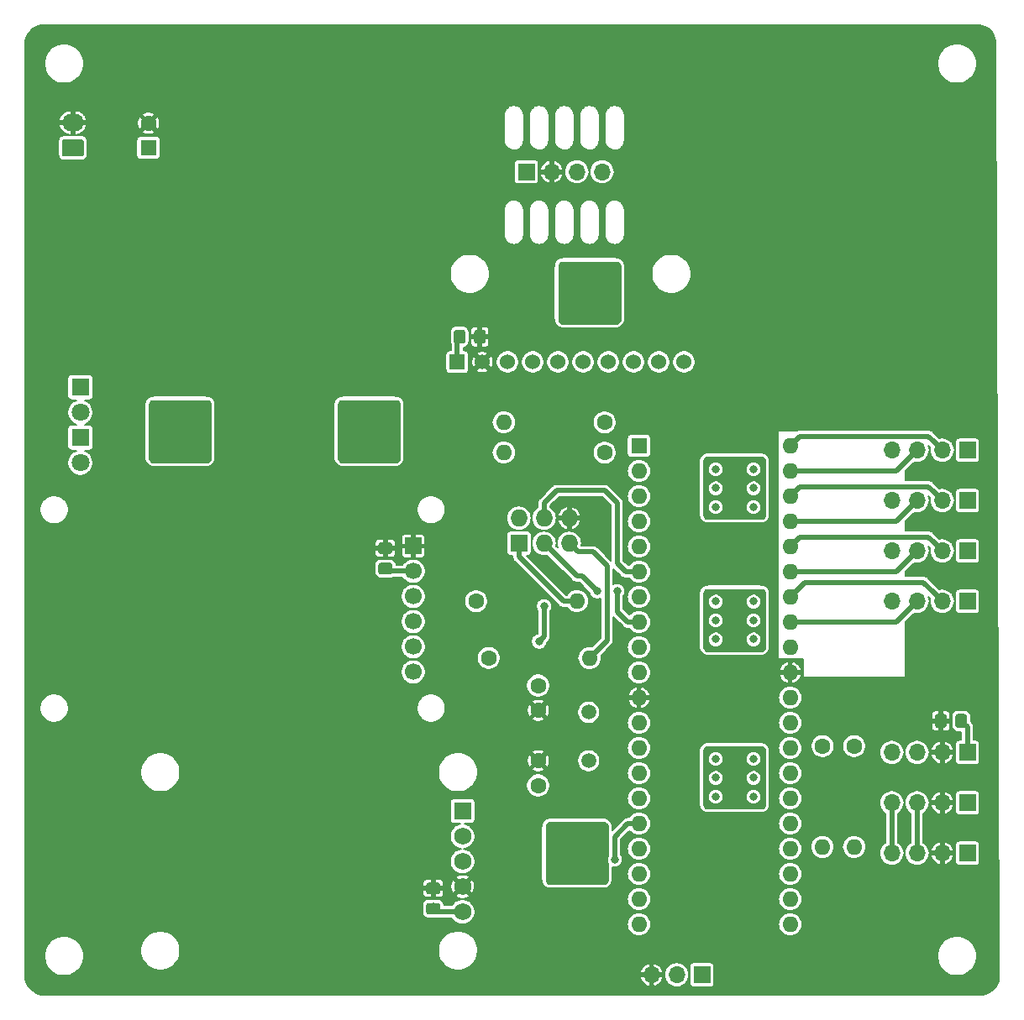
<source format=gbr>
G04 #@! TF.GenerationSoftware,KiCad,Pcbnew,5.1.4*
G04 #@! TF.CreationDate,2019-08-22T02:38:53+02:00*
G04 #@! TF.ProjectId,Stratosensor,53747261-746f-4736-956e-736f722e6b69,rev?*
G04 #@! TF.SameCoordinates,Original*
G04 #@! TF.FileFunction,Copper,L1,Top*
G04 #@! TF.FilePolarity,Positive*
%FSLAX46Y46*%
G04 Gerber Fmt 4.6, Leading zero omitted, Abs format (unit mm)*
G04 Created by KiCad (PCBNEW 5.1.4) date 2019-08-22 02:38:53*
%MOMM*%
%LPD*%
G04 APERTURE LIST*
%ADD10O,1.700000X1.700000*%
%ADD11R,1.700000X1.700000*%
%ADD12C,0.100000*%
%ADD13C,1.150000*%
%ADD14C,1.524000*%
%ADD15R,1.524000X1.524000*%
%ADD16O,2.200000X1.740000*%
%ADD17C,1.740000*%
%ADD18C,1.600000*%
%ADD19R,1.600000X1.600000*%
%ADD20C,1.800000*%
%ADD21R,1.800000X1.800000*%
%ADD22O,1.600000X1.600000*%
%ADD23C,1.700000*%
%ADD24C,1.750000*%
%ADD25R,1.750000X1.750000*%
%ADD26C,1.500000*%
%ADD27O,1.727200X1.727200*%
%ADD28R,1.727200X1.727200*%
%ADD29C,0.800000*%
%ADD30C,0.500000*%
%ADD31C,0.200000*%
%ADD32C,0.254000*%
G04 APERTURE END LIST*
D10*
X138430000Y-109220000D03*
X140970000Y-109220000D03*
X143510000Y-109220000D03*
D11*
X146050000Y-109220000D03*
D10*
X138430000Y-104140000D03*
X140970000Y-104140000D03*
X143510000Y-104140000D03*
D11*
X146050000Y-104140000D03*
D10*
X138430000Y-99060000D03*
X140970000Y-99060000D03*
X143510000Y-99060000D03*
D11*
X146050000Y-99060000D03*
D10*
X138430000Y-93980000D03*
X140970000Y-93980000D03*
X143510000Y-93980000D03*
D11*
X146050000Y-93980000D03*
D10*
X138430000Y-124460000D03*
X140970000Y-124460000D03*
X143510000Y-124460000D03*
D11*
X146050000Y-124460000D03*
D10*
X138430000Y-129540000D03*
X140970000Y-129540000D03*
X143510000Y-129540000D03*
D11*
X146050000Y-129540000D03*
D12*
G36*
X145764505Y-120586204D02*
G01*
X145788773Y-120589804D01*
X145812572Y-120595765D01*
X145835671Y-120604030D01*
X145857850Y-120614520D01*
X145878893Y-120627132D01*
X145898599Y-120641747D01*
X145916777Y-120658223D01*
X145933253Y-120676401D01*
X145947868Y-120696107D01*
X145960480Y-120717150D01*
X145970970Y-120739329D01*
X145979235Y-120762428D01*
X145985196Y-120786227D01*
X145988796Y-120810495D01*
X145990000Y-120834999D01*
X145990000Y-121735001D01*
X145988796Y-121759505D01*
X145985196Y-121783773D01*
X145979235Y-121807572D01*
X145970970Y-121830671D01*
X145960480Y-121852850D01*
X145947868Y-121873893D01*
X145933253Y-121893599D01*
X145916777Y-121911777D01*
X145898599Y-121928253D01*
X145878893Y-121942868D01*
X145857850Y-121955480D01*
X145835671Y-121965970D01*
X145812572Y-121974235D01*
X145788773Y-121980196D01*
X145764505Y-121983796D01*
X145740001Y-121985000D01*
X145089999Y-121985000D01*
X145065495Y-121983796D01*
X145041227Y-121980196D01*
X145017428Y-121974235D01*
X144994329Y-121965970D01*
X144972150Y-121955480D01*
X144951107Y-121942868D01*
X144931401Y-121928253D01*
X144913223Y-121911777D01*
X144896747Y-121893599D01*
X144882132Y-121873893D01*
X144869520Y-121852850D01*
X144859030Y-121830671D01*
X144850765Y-121807572D01*
X144844804Y-121783773D01*
X144841204Y-121759505D01*
X144840000Y-121735001D01*
X144840000Y-120834999D01*
X144841204Y-120810495D01*
X144844804Y-120786227D01*
X144850765Y-120762428D01*
X144859030Y-120739329D01*
X144869520Y-120717150D01*
X144882132Y-120696107D01*
X144896747Y-120676401D01*
X144913223Y-120658223D01*
X144931401Y-120641747D01*
X144951107Y-120627132D01*
X144972150Y-120614520D01*
X144994329Y-120604030D01*
X145017428Y-120595765D01*
X145041227Y-120589804D01*
X145065495Y-120586204D01*
X145089999Y-120585000D01*
X145740001Y-120585000D01*
X145764505Y-120586204D01*
X145764505Y-120586204D01*
G37*
D13*
X145415000Y-121285000D03*
D12*
G36*
X143714505Y-120586204D02*
G01*
X143738773Y-120589804D01*
X143762572Y-120595765D01*
X143785671Y-120604030D01*
X143807850Y-120614520D01*
X143828893Y-120627132D01*
X143848599Y-120641747D01*
X143866777Y-120658223D01*
X143883253Y-120676401D01*
X143897868Y-120696107D01*
X143910480Y-120717150D01*
X143920970Y-120739329D01*
X143929235Y-120762428D01*
X143935196Y-120786227D01*
X143938796Y-120810495D01*
X143940000Y-120834999D01*
X143940000Y-121735001D01*
X143938796Y-121759505D01*
X143935196Y-121783773D01*
X143929235Y-121807572D01*
X143920970Y-121830671D01*
X143910480Y-121852850D01*
X143897868Y-121873893D01*
X143883253Y-121893599D01*
X143866777Y-121911777D01*
X143848599Y-121928253D01*
X143828893Y-121942868D01*
X143807850Y-121955480D01*
X143785671Y-121965970D01*
X143762572Y-121974235D01*
X143738773Y-121980196D01*
X143714505Y-121983796D01*
X143690001Y-121985000D01*
X143039999Y-121985000D01*
X143015495Y-121983796D01*
X142991227Y-121980196D01*
X142967428Y-121974235D01*
X142944329Y-121965970D01*
X142922150Y-121955480D01*
X142901107Y-121942868D01*
X142881401Y-121928253D01*
X142863223Y-121911777D01*
X142846747Y-121893599D01*
X142832132Y-121873893D01*
X142819520Y-121852850D01*
X142809030Y-121830671D01*
X142800765Y-121807572D01*
X142794804Y-121783773D01*
X142791204Y-121759505D01*
X142790000Y-121735001D01*
X142790000Y-120834999D01*
X142791204Y-120810495D01*
X142794804Y-120786227D01*
X142800765Y-120762428D01*
X142809030Y-120739329D01*
X142819520Y-120717150D01*
X142832132Y-120696107D01*
X142846747Y-120676401D01*
X142863223Y-120658223D01*
X142881401Y-120641747D01*
X142901107Y-120627132D01*
X142922150Y-120614520D01*
X142944329Y-120604030D01*
X142967428Y-120595765D01*
X142991227Y-120589804D01*
X143015495Y-120586204D01*
X143039999Y-120585000D01*
X143690001Y-120585000D01*
X143714505Y-120586204D01*
X143714505Y-120586204D01*
G37*
D13*
X143365000Y-121285000D03*
D14*
X117475000Y-85090000D03*
X114935000Y-85090000D03*
X112395000Y-85090000D03*
X109855000Y-85090000D03*
X107315000Y-85090000D03*
X104775000Y-85090000D03*
X102235000Y-85090000D03*
X99695000Y-85090000D03*
X97155000Y-85090000D03*
D15*
X94615000Y-85090000D03*
D12*
G36*
X95209505Y-81851204D02*
G01*
X95233773Y-81854804D01*
X95257572Y-81860765D01*
X95280671Y-81869030D01*
X95302850Y-81879520D01*
X95323893Y-81892132D01*
X95343599Y-81906747D01*
X95361777Y-81923223D01*
X95378253Y-81941401D01*
X95392868Y-81961107D01*
X95405480Y-81982150D01*
X95415970Y-82004329D01*
X95424235Y-82027428D01*
X95430196Y-82051227D01*
X95433796Y-82075495D01*
X95435000Y-82099999D01*
X95435000Y-83000001D01*
X95433796Y-83024505D01*
X95430196Y-83048773D01*
X95424235Y-83072572D01*
X95415970Y-83095671D01*
X95405480Y-83117850D01*
X95392868Y-83138893D01*
X95378253Y-83158599D01*
X95361777Y-83176777D01*
X95343599Y-83193253D01*
X95323893Y-83207868D01*
X95302850Y-83220480D01*
X95280671Y-83230970D01*
X95257572Y-83239235D01*
X95233773Y-83245196D01*
X95209505Y-83248796D01*
X95185001Y-83250000D01*
X94534999Y-83250000D01*
X94510495Y-83248796D01*
X94486227Y-83245196D01*
X94462428Y-83239235D01*
X94439329Y-83230970D01*
X94417150Y-83220480D01*
X94396107Y-83207868D01*
X94376401Y-83193253D01*
X94358223Y-83176777D01*
X94341747Y-83158599D01*
X94327132Y-83138893D01*
X94314520Y-83117850D01*
X94304030Y-83095671D01*
X94295765Y-83072572D01*
X94289804Y-83048773D01*
X94286204Y-83024505D01*
X94285000Y-83000001D01*
X94285000Y-82099999D01*
X94286204Y-82075495D01*
X94289804Y-82051227D01*
X94295765Y-82027428D01*
X94304030Y-82004329D01*
X94314520Y-81982150D01*
X94327132Y-81961107D01*
X94341747Y-81941401D01*
X94358223Y-81923223D01*
X94376401Y-81906747D01*
X94396107Y-81892132D01*
X94417150Y-81879520D01*
X94439329Y-81869030D01*
X94462428Y-81860765D01*
X94486227Y-81854804D01*
X94510495Y-81851204D01*
X94534999Y-81850000D01*
X95185001Y-81850000D01*
X95209505Y-81851204D01*
X95209505Y-81851204D01*
G37*
D13*
X94860000Y-82550000D03*
D12*
G36*
X97259505Y-81851204D02*
G01*
X97283773Y-81854804D01*
X97307572Y-81860765D01*
X97330671Y-81869030D01*
X97352850Y-81879520D01*
X97373893Y-81892132D01*
X97393599Y-81906747D01*
X97411777Y-81923223D01*
X97428253Y-81941401D01*
X97442868Y-81961107D01*
X97455480Y-81982150D01*
X97465970Y-82004329D01*
X97474235Y-82027428D01*
X97480196Y-82051227D01*
X97483796Y-82075495D01*
X97485000Y-82099999D01*
X97485000Y-83000001D01*
X97483796Y-83024505D01*
X97480196Y-83048773D01*
X97474235Y-83072572D01*
X97465970Y-83095671D01*
X97455480Y-83117850D01*
X97442868Y-83138893D01*
X97428253Y-83158599D01*
X97411777Y-83176777D01*
X97393599Y-83193253D01*
X97373893Y-83207868D01*
X97352850Y-83220480D01*
X97330671Y-83230970D01*
X97307572Y-83239235D01*
X97283773Y-83245196D01*
X97259505Y-83248796D01*
X97235001Y-83250000D01*
X96584999Y-83250000D01*
X96560495Y-83248796D01*
X96536227Y-83245196D01*
X96512428Y-83239235D01*
X96489329Y-83230970D01*
X96467150Y-83220480D01*
X96446107Y-83207868D01*
X96426401Y-83193253D01*
X96408223Y-83176777D01*
X96391747Y-83158599D01*
X96377132Y-83138893D01*
X96364520Y-83117850D01*
X96354030Y-83095671D01*
X96345765Y-83072572D01*
X96339804Y-83048773D01*
X96336204Y-83024505D01*
X96335000Y-83000001D01*
X96335000Y-82099999D01*
X96336204Y-82075495D01*
X96339804Y-82051227D01*
X96345765Y-82027428D01*
X96354030Y-82004329D01*
X96364520Y-81982150D01*
X96377132Y-81961107D01*
X96391747Y-81941401D01*
X96408223Y-81923223D01*
X96426401Y-81906747D01*
X96446107Y-81892132D01*
X96467150Y-81879520D01*
X96489329Y-81869030D01*
X96512428Y-81860765D01*
X96536227Y-81854804D01*
X96560495Y-81851204D01*
X96584999Y-81850000D01*
X97235001Y-81850000D01*
X97259505Y-81851204D01*
X97259505Y-81851204D01*
G37*
D13*
X96910000Y-82550000D03*
D16*
X55880000Y-60960000D03*
D12*
G36*
X56754505Y-62631204D02*
G01*
X56778773Y-62634804D01*
X56802572Y-62640765D01*
X56825671Y-62649030D01*
X56847850Y-62659520D01*
X56868893Y-62672132D01*
X56888599Y-62686747D01*
X56906777Y-62703223D01*
X56923253Y-62721401D01*
X56937868Y-62741107D01*
X56950480Y-62762150D01*
X56960970Y-62784329D01*
X56969235Y-62807428D01*
X56975196Y-62831227D01*
X56978796Y-62855495D01*
X56980000Y-62879999D01*
X56980000Y-64120001D01*
X56978796Y-64144505D01*
X56975196Y-64168773D01*
X56969235Y-64192572D01*
X56960970Y-64215671D01*
X56950480Y-64237850D01*
X56937868Y-64258893D01*
X56923253Y-64278599D01*
X56906777Y-64296777D01*
X56888599Y-64313253D01*
X56868893Y-64327868D01*
X56847850Y-64340480D01*
X56825671Y-64350970D01*
X56802572Y-64359235D01*
X56778773Y-64365196D01*
X56754505Y-64368796D01*
X56730001Y-64370000D01*
X55029999Y-64370000D01*
X55005495Y-64368796D01*
X54981227Y-64365196D01*
X54957428Y-64359235D01*
X54934329Y-64350970D01*
X54912150Y-64340480D01*
X54891107Y-64327868D01*
X54871401Y-64313253D01*
X54853223Y-64296777D01*
X54836747Y-64278599D01*
X54822132Y-64258893D01*
X54809520Y-64237850D01*
X54799030Y-64215671D01*
X54790765Y-64192572D01*
X54784804Y-64168773D01*
X54781204Y-64144505D01*
X54780000Y-64120001D01*
X54780000Y-62879999D01*
X54781204Y-62855495D01*
X54784804Y-62831227D01*
X54790765Y-62807428D01*
X54799030Y-62784329D01*
X54809520Y-62762150D01*
X54822132Y-62741107D01*
X54836747Y-62721401D01*
X54853223Y-62703223D01*
X54871401Y-62686747D01*
X54891107Y-62672132D01*
X54912150Y-62659520D01*
X54934329Y-62649030D01*
X54957428Y-62640765D01*
X54981227Y-62634804D01*
X55005495Y-62631204D01*
X55029999Y-62630000D01*
X56730001Y-62630000D01*
X56754505Y-62631204D01*
X56754505Y-62631204D01*
G37*
D17*
X55880000Y-63500000D03*
D18*
X63500000Y-61000000D03*
D19*
X63500000Y-63500000D03*
D20*
X56642000Y-95250000D03*
D21*
X56642000Y-92710000D03*
D20*
X56642000Y-90170000D03*
D21*
X56642000Y-87630000D03*
D22*
X99314000Y-94234000D03*
D18*
X109474000Y-94234000D03*
D22*
X99314000Y-91186000D03*
D18*
X109474000Y-91186000D03*
D12*
G36*
X92676505Y-139652204D02*
G01*
X92700773Y-139655804D01*
X92724572Y-139661765D01*
X92747671Y-139670030D01*
X92769850Y-139680520D01*
X92790893Y-139693132D01*
X92810599Y-139707747D01*
X92828777Y-139724223D01*
X92845253Y-139742401D01*
X92859868Y-139762107D01*
X92872480Y-139783150D01*
X92882970Y-139805329D01*
X92891235Y-139828428D01*
X92897196Y-139852227D01*
X92900796Y-139876495D01*
X92902000Y-139900999D01*
X92902000Y-140551001D01*
X92900796Y-140575505D01*
X92897196Y-140599773D01*
X92891235Y-140623572D01*
X92882970Y-140646671D01*
X92872480Y-140668850D01*
X92859868Y-140689893D01*
X92845253Y-140709599D01*
X92828777Y-140727777D01*
X92810599Y-140744253D01*
X92790893Y-140758868D01*
X92769850Y-140771480D01*
X92747671Y-140781970D01*
X92724572Y-140790235D01*
X92700773Y-140796196D01*
X92676505Y-140799796D01*
X92652001Y-140801000D01*
X91751999Y-140801000D01*
X91727495Y-140799796D01*
X91703227Y-140796196D01*
X91679428Y-140790235D01*
X91656329Y-140781970D01*
X91634150Y-140771480D01*
X91613107Y-140758868D01*
X91593401Y-140744253D01*
X91575223Y-140727777D01*
X91558747Y-140709599D01*
X91544132Y-140689893D01*
X91531520Y-140668850D01*
X91521030Y-140646671D01*
X91512765Y-140623572D01*
X91506804Y-140599773D01*
X91503204Y-140575505D01*
X91502000Y-140551001D01*
X91502000Y-139900999D01*
X91503204Y-139876495D01*
X91506804Y-139852227D01*
X91512765Y-139828428D01*
X91521030Y-139805329D01*
X91531520Y-139783150D01*
X91544132Y-139762107D01*
X91558747Y-139742401D01*
X91575223Y-139724223D01*
X91593401Y-139707747D01*
X91613107Y-139693132D01*
X91634150Y-139680520D01*
X91656329Y-139670030D01*
X91679428Y-139661765D01*
X91703227Y-139655804D01*
X91727495Y-139652204D01*
X91751999Y-139651000D01*
X92652001Y-139651000D01*
X92676505Y-139652204D01*
X92676505Y-139652204D01*
G37*
D13*
X92202000Y-140226000D03*
D12*
G36*
X92676505Y-137602204D02*
G01*
X92700773Y-137605804D01*
X92724572Y-137611765D01*
X92747671Y-137620030D01*
X92769850Y-137630520D01*
X92790893Y-137643132D01*
X92810599Y-137657747D01*
X92828777Y-137674223D01*
X92845253Y-137692401D01*
X92859868Y-137712107D01*
X92872480Y-137733150D01*
X92882970Y-137755329D01*
X92891235Y-137778428D01*
X92897196Y-137802227D01*
X92900796Y-137826495D01*
X92902000Y-137850999D01*
X92902000Y-138501001D01*
X92900796Y-138525505D01*
X92897196Y-138549773D01*
X92891235Y-138573572D01*
X92882970Y-138596671D01*
X92872480Y-138618850D01*
X92859868Y-138639893D01*
X92845253Y-138659599D01*
X92828777Y-138677777D01*
X92810599Y-138694253D01*
X92790893Y-138708868D01*
X92769850Y-138721480D01*
X92747671Y-138731970D01*
X92724572Y-138740235D01*
X92700773Y-138746196D01*
X92676505Y-138749796D01*
X92652001Y-138751000D01*
X91751999Y-138751000D01*
X91727495Y-138749796D01*
X91703227Y-138746196D01*
X91679428Y-138740235D01*
X91656329Y-138731970D01*
X91634150Y-138721480D01*
X91613107Y-138708868D01*
X91593401Y-138694253D01*
X91575223Y-138677777D01*
X91558747Y-138659599D01*
X91544132Y-138639893D01*
X91531520Y-138618850D01*
X91521030Y-138596671D01*
X91512765Y-138573572D01*
X91506804Y-138549773D01*
X91503204Y-138525505D01*
X91502000Y-138501001D01*
X91502000Y-137850999D01*
X91503204Y-137826495D01*
X91506804Y-137802227D01*
X91512765Y-137778428D01*
X91521030Y-137755329D01*
X91531520Y-137733150D01*
X91544132Y-137712107D01*
X91558747Y-137692401D01*
X91575223Y-137674223D01*
X91593401Y-137657747D01*
X91613107Y-137643132D01*
X91634150Y-137630520D01*
X91656329Y-137620030D01*
X91679428Y-137611765D01*
X91703227Y-137605804D01*
X91727495Y-137602204D01*
X91751999Y-137601000D01*
X92652001Y-137601000D01*
X92676505Y-137602204D01*
X92676505Y-137602204D01*
G37*
D13*
X92202000Y-138176000D03*
D12*
G36*
X87850505Y-105344204D02*
G01*
X87874773Y-105347804D01*
X87898572Y-105353765D01*
X87921671Y-105362030D01*
X87943850Y-105372520D01*
X87964893Y-105385132D01*
X87984599Y-105399747D01*
X88002777Y-105416223D01*
X88019253Y-105434401D01*
X88033868Y-105454107D01*
X88046480Y-105475150D01*
X88056970Y-105497329D01*
X88065235Y-105520428D01*
X88071196Y-105544227D01*
X88074796Y-105568495D01*
X88076000Y-105592999D01*
X88076000Y-106243001D01*
X88074796Y-106267505D01*
X88071196Y-106291773D01*
X88065235Y-106315572D01*
X88056970Y-106338671D01*
X88046480Y-106360850D01*
X88033868Y-106381893D01*
X88019253Y-106401599D01*
X88002777Y-106419777D01*
X87984599Y-106436253D01*
X87964893Y-106450868D01*
X87943850Y-106463480D01*
X87921671Y-106473970D01*
X87898572Y-106482235D01*
X87874773Y-106488196D01*
X87850505Y-106491796D01*
X87826001Y-106493000D01*
X86925999Y-106493000D01*
X86901495Y-106491796D01*
X86877227Y-106488196D01*
X86853428Y-106482235D01*
X86830329Y-106473970D01*
X86808150Y-106463480D01*
X86787107Y-106450868D01*
X86767401Y-106436253D01*
X86749223Y-106419777D01*
X86732747Y-106401599D01*
X86718132Y-106381893D01*
X86705520Y-106360850D01*
X86695030Y-106338671D01*
X86686765Y-106315572D01*
X86680804Y-106291773D01*
X86677204Y-106267505D01*
X86676000Y-106243001D01*
X86676000Y-105592999D01*
X86677204Y-105568495D01*
X86680804Y-105544227D01*
X86686765Y-105520428D01*
X86695030Y-105497329D01*
X86705520Y-105475150D01*
X86718132Y-105454107D01*
X86732747Y-105434401D01*
X86749223Y-105416223D01*
X86767401Y-105399747D01*
X86787107Y-105385132D01*
X86808150Y-105372520D01*
X86830329Y-105362030D01*
X86853428Y-105353765D01*
X86877227Y-105347804D01*
X86901495Y-105344204D01*
X86925999Y-105343000D01*
X87826001Y-105343000D01*
X87850505Y-105344204D01*
X87850505Y-105344204D01*
G37*
D13*
X87376000Y-105918000D03*
D12*
G36*
X87850505Y-103294204D02*
G01*
X87874773Y-103297804D01*
X87898572Y-103303765D01*
X87921671Y-103312030D01*
X87943850Y-103322520D01*
X87964893Y-103335132D01*
X87984599Y-103349747D01*
X88002777Y-103366223D01*
X88019253Y-103384401D01*
X88033868Y-103404107D01*
X88046480Y-103425150D01*
X88056970Y-103447329D01*
X88065235Y-103470428D01*
X88071196Y-103494227D01*
X88074796Y-103518495D01*
X88076000Y-103542999D01*
X88076000Y-104193001D01*
X88074796Y-104217505D01*
X88071196Y-104241773D01*
X88065235Y-104265572D01*
X88056970Y-104288671D01*
X88046480Y-104310850D01*
X88033868Y-104331893D01*
X88019253Y-104351599D01*
X88002777Y-104369777D01*
X87984599Y-104386253D01*
X87964893Y-104400868D01*
X87943850Y-104413480D01*
X87921671Y-104423970D01*
X87898572Y-104432235D01*
X87874773Y-104438196D01*
X87850505Y-104441796D01*
X87826001Y-104443000D01*
X86925999Y-104443000D01*
X86901495Y-104441796D01*
X86877227Y-104438196D01*
X86853428Y-104432235D01*
X86830329Y-104423970D01*
X86808150Y-104413480D01*
X86787107Y-104400868D01*
X86767401Y-104386253D01*
X86749223Y-104369777D01*
X86732747Y-104351599D01*
X86718132Y-104331893D01*
X86705520Y-104310850D01*
X86695030Y-104288671D01*
X86686765Y-104265572D01*
X86680804Y-104241773D01*
X86677204Y-104217505D01*
X86676000Y-104193001D01*
X86676000Y-103542999D01*
X86677204Y-103518495D01*
X86680804Y-103494227D01*
X86686765Y-103470428D01*
X86695030Y-103447329D01*
X86705520Y-103425150D01*
X86718132Y-103404107D01*
X86732747Y-103384401D01*
X86749223Y-103366223D01*
X86767401Y-103349747D01*
X86787107Y-103335132D01*
X86808150Y-103322520D01*
X86830329Y-103312030D01*
X86853428Y-103303765D01*
X86877227Y-103297804D01*
X86901495Y-103294204D01*
X86925999Y-103293000D01*
X87826001Y-103293000D01*
X87850505Y-103294204D01*
X87850505Y-103294204D01*
G37*
D13*
X87376000Y-103868000D03*
D23*
X90190000Y-116350000D03*
X90190000Y-113810000D03*
X90190000Y-111270000D03*
X90190000Y-108730000D03*
X90190000Y-106190000D03*
D11*
X90190000Y-103650000D03*
D22*
X106680000Y-109220000D03*
D18*
X96520000Y-109220000D03*
D24*
X95160000Y-138000000D03*
X95160000Y-135460000D03*
X95160000Y-132920000D03*
D25*
X95160000Y-130380000D03*
D24*
X95160000Y-140540000D03*
D10*
X114210000Y-146890000D03*
X116750000Y-146890000D03*
D11*
X119290000Y-146890000D03*
D10*
X109220000Y-65913000D03*
X106680000Y-65913000D03*
X104140000Y-65913000D03*
D11*
X101600000Y-65913000D03*
D10*
X138430000Y-134620000D03*
X140970000Y-134620000D03*
X143510000Y-134620000D03*
D11*
X146050000Y-134620000D03*
D26*
X107860000Y-120420000D03*
X107860000Y-125300000D03*
D22*
X128180000Y-93550000D03*
X112940000Y-141810000D03*
X128180000Y-96090000D03*
X112940000Y-139270000D03*
X128180000Y-98630000D03*
X112940000Y-136730000D03*
X128180000Y-101170000D03*
X112940000Y-134190000D03*
X128180000Y-103710000D03*
X112940000Y-131650000D03*
X128180000Y-106250000D03*
X112940000Y-129110000D03*
X128180000Y-108790000D03*
X112940000Y-126570000D03*
X128180000Y-111330000D03*
X112940000Y-124030000D03*
X128180000Y-113870000D03*
X112940000Y-121490000D03*
X128180000Y-116410000D03*
X112940000Y-118950000D03*
X128180000Y-118950000D03*
X112940000Y-116410000D03*
X128180000Y-121490000D03*
X112940000Y-113870000D03*
X128180000Y-124030000D03*
X112940000Y-111330000D03*
X128180000Y-126570000D03*
X112940000Y-108790000D03*
X128180000Y-129110000D03*
X112940000Y-106250000D03*
X128180000Y-131650000D03*
X112940000Y-103710000D03*
X128180000Y-134190000D03*
X112940000Y-101170000D03*
X128180000Y-136730000D03*
X112940000Y-98630000D03*
X128180000Y-139270000D03*
X112940000Y-96090000D03*
X128180000Y-141810000D03*
D19*
X112940000Y-93550000D03*
D22*
X131445000Y-133985000D03*
D18*
X131445000Y-123825000D03*
D22*
X134620000Y-133985000D03*
D18*
X134620000Y-123825000D03*
D22*
X107950000Y-114935000D03*
D18*
X97790000Y-114935000D03*
D27*
X105918000Y-100838000D03*
X105918000Y-103378000D03*
X103378000Y-100838000D03*
X103378000Y-103378000D03*
X100838000Y-100838000D03*
D28*
X100838000Y-103378000D03*
D18*
X102780000Y-120220000D03*
X102780000Y-117720000D03*
X102780000Y-125300000D03*
X102780000Y-127800000D03*
D29*
X103505000Y-96520000D03*
X106680000Y-96520000D03*
X109220000Y-96520000D03*
X109728000Y-100965000D03*
X108204000Y-102616000D03*
X108204000Y-99060000D03*
X105156000Y-99060000D03*
X124460000Y-128905000D03*
X124460000Y-99695000D03*
X120650000Y-109220000D03*
X64770000Y-93980000D03*
X68580000Y-93980000D03*
X64770000Y-90170000D03*
X68580000Y-90170000D03*
X83820000Y-90170000D03*
X87630000Y-90170000D03*
X83820000Y-93980000D03*
X87630000Y-93980000D03*
X106045000Y-76200000D03*
X109855000Y-76200000D03*
X106045000Y-80010000D03*
X109855000Y-80010000D03*
X66675000Y-90170000D03*
X66675000Y-93980000D03*
X85725000Y-90170000D03*
X85725000Y-93980000D03*
X106045000Y-78105000D03*
X109855000Y-78105000D03*
X120650000Y-97790000D03*
X124460000Y-97790000D03*
X120650000Y-111125000D03*
X124460000Y-111125000D03*
X120650000Y-127000000D03*
X124460000Y-127000000D03*
X124460000Y-95885000D03*
X120650000Y-95885000D03*
X120650000Y-99695000D03*
X124460000Y-109220000D03*
X124460000Y-113030000D03*
X120650000Y-113030000D03*
X124460000Y-125095000D03*
X120650000Y-125095000D03*
X120650000Y-128905000D03*
X106680000Y-132715000D03*
X106680000Y-136525000D03*
X104775000Y-136525000D03*
X108585000Y-136525000D03*
X104775000Y-132715000D03*
X108585000Y-132715000D03*
X110744000Y-108204000D03*
X108712000Y-108204000D03*
X110490000Y-135255000D03*
X103378000Y-109728000D03*
X102870000Y-113284000D03*
D30*
X87648000Y-106190000D02*
X87376000Y-105918000D01*
X90190000Y-106190000D02*
X87648000Y-106190000D01*
X92516000Y-140540000D02*
X92202000Y-140226000D01*
X95160000Y-140540000D02*
X92516000Y-140540000D01*
X94615000Y-82795000D02*
X94860000Y-82550000D01*
X94615000Y-85090000D02*
X94615000Y-82795000D01*
X146050000Y-121920000D02*
X145415000Y-121285000D01*
X146050000Y-124460000D02*
X146050000Y-121920000D01*
X109728000Y-113157000D02*
X107950000Y-114935000D01*
X109728000Y-105664000D02*
X109728000Y-113157000D01*
X108305599Y-104241599D02*
X109728000Y-105664000D01*
X105918000Y-103378000D02*
X106781599Y-104241599D01*
X106781599Y-104241599D02*
X108305599Y-104241599D01*
X103378000Y-100838000D02*
X103378000Y-99616686D01*
X103378000Y-99616686D02*
X103378000Y-99568000D01*
X111584000Y-106250000D02*
X112940000Y-106250000D01*
X103378000Y-99314000D02*
X104648000Y-98044000D01*
X103378000Y-99616686D02*
X103378000Y-99314000D01*
X104648000Y-98044000D02*
X109474000Y-98044000D01*
X109474000Y-98044000D02*
X110744000Y-99314000D01*
X110744000Y-99314000D02*
X110744000Y-105410000D01*
X110744000Y-105410000D02*
X111584000Y-106250000D01*
X111808630Y-111330000D02*
X110744000Y-110265370D01*
X112940000Y-111330000D02*
X111808630Y-111330000D01*
X110744000Y-110265370D02*
X110744000Y-109220000D01*
X103378000Y-103378000D02*
X106680000Y-106680000D01*
X106680000Y-106680000D02*
X107188000Y-106680000D01*
X107188000Y-106680000D02*
X108712000Y-108204000D01*
X110744000Y-109220000D02*
X110744000Y-108204000D01*
X110744000Y-108204000D02*
X110744000Y-108204000D01*
X108712000Y-108204000D02*
X108712000Y-108204000D01*
X100838000Y-104741600D02*
X105316400Y-109220000D01*
X100838000Y-103378000D02*
X100838000Y-104741600D01*
X105316400Y-109220000D02*
X106680000Y-109220000D01*
X140970000Y-134620000D02*
X140970000Y-129540000D01*
X138430000Y-133417919D02*
X138430000Y-129540000D01*
X138430000Y-134620000D02*
X138430000Y-133417919D01*
X110490000Y-134689315D02*
X110490000Y-135255000D01*
X110490000Y-132968630D02*
X110490000Y-134689315D01*
X112940000Y-131650000D02*
X111808630Y-131650000D01*
X111808630Y-131650000D02*
X110490000Y-132968630D01*
X103378000Y-109728000D02*
X103378000Y-112776000D01*
X103378000Y-112776000D02*
X102870000Y-113284000D01*
X138860000Y-96090000D02*
X140970000Y-93980000D01*
X128180000Y-96090000D02*
X138860000Y-96090000D01*
X142660001Y-93130001D02*
X143510000Y-93980000D01*
X142109999Y-92579999D02*
X142660001Y-93130001D01*
X128180000Y-93550000D02*
X129150001Y-92579999D01*
X129150001Y-92579999D02*
X142109999Y-92579999D01*
X138860000Y-101170000D02*
X140970000Y-99060000D01*
X128180000Y-101170000D02*
X138860000Y-101170000D01*
X142660001Y-98210001D02*
X143510000Y-99060000D01*
X142109999Y-97659999D02*
X142660001Y-98210001D01*
X128180000Y-98630000D02*
X129150001Y-97659999D01*
X129150001Y-97659999D02*
X142109999Y-97659999D01*
X138860000Y-106250000D02*
X140970000Y-104140000D01*
X128180000Y-106250000D02*
X138860000Y-106250000D01*
X142660001Y-103290001D02*
X143510000Y-104140000D01*
X142109999Y-102739999D02*
X142660001Y-103290001D01*
X128180000Y-103710000D02*
X129150001Y-102739999D01*
X129150001Y-102739999D02*
X142109999Y-102739999D01*
X138860000Y-111330000D02*
X140970000Y-109220000D01*
X128180000Y-111330000D02*
X138860000Y-111330000D01*
X142660001Y-108370001D02*
X143510000Y-109220000D01*
X141605000Y-107315000D02*
X142660001Y-108370001D01*
X128180000Y-108790000D02*
X129655000Y-107315000D01*
X129655000Y-107315000D02*
X141605000Y-107315000D01*
D31*
G36*
X147276917Y-51119502D02*
G01*
X147541204Y-51176858D01*
X147794657Y-51271157D01*
X148032164Y-51400493D01*
X148248890Y-51562236D01*
X148440463Y-51753122D01*
X148602989Y-51969273D01*
X148733172Y-52206303D01*
X148828384Y-52459430D01*
X148886687Y-52723498D01*
X148907172Y-52996741D01*
X149244779Y-146989592D01*
X149226083Y-147264221D01*
X149169160Y-147529857D01*
X149074926Y-147784667D01*
X148945313Y-148023423D01*
X148782968Y-148241253D01*
X148591213Y-148433698D01*
X148373969Y-148596823D01*
X148135676Y-148727294D01*
X147881214Y-148822441D01*
X147615781Y-148880318D01*
X147341224Y-148900000D01*
X53003569Y-148900000D01*
X52729642Y-148880409D01*
X52464777Y-148822790D01*
X52210819Y-148728069D01*
X51972920Y-148598166D01*
X51755935Y-148435733D01*
X51564267Y-148244065D01*
X51401834Y-148027080D01*
X51271931Y-147789181D01*
X51177210Y-147535223D01*
X51119591Y-147270358D01*
X51116582Y-147228274D01*
X113058658Y-147228274D01*
X113146775Y-147446390D01*
X113275751Y-147643124D01*
X113440630Y-147810916D01*
X113635075Y-147943317D01*
X113851614Y-148035240D01*
X113871727Y-148041334D01*
X114056000Y-147991790D01*
X114056000Y-147044000D01*
X114364000Y-147044000D01*
X114364000Y-147991790D01*
X114548273Y-148041334D01*
X114568386Y-148035240D01*
X114784925Y-147943317D01*
X114979370Y-147810916D01*
X115144249Y-147643124D01*
X115273225Y-147446390D01*
X115361342Y-147228274D01*
X115312585Y-147044000D01*
X114364000Y-147044000D01*
X114056000Y-147044000D01*
X113107415Y-147044000D01*
X113058658Y-147228274D01*
X51116582Y-147228274D01*
X51100000Y-146996431D01*
X51100000Y-144803017D01*
X53000000Y-144803017D01*
X53000000Y-145196983D01*
X53076859Y-145583378D01*
X53227623Y-145947355D01*
X53446499Y-146274926D01*
X53725074Y-146553501D01*
X54052645Y-146772377D01*
X54416622Y-146923141D01*
X54803017Y-147000000D01*
X55196983Y-147000000D01*
X55583378Y-146923141D01*
X55663387Y-146890000D01*
X115493952Y-146890000D01*
X115518087Y-147135043D01*
X115589563Y-147370669D01*
X115705634Y-147587823D01*
X115861840Y-147778160D01*
X116052177Y-147934366D01*
X116269331Y-148050437D01*
X116504957Y-148121913D01*
X116688595Y-148140000D01*
X116811405Y-148140000D01*
X116995043Y-148121913D01*
X117230669Y-148050437D01*
X117447823Y-147934366D01*
X117638160Y-147778160D01*
X117794366Y-147587823D01*
X117910437Y-147370669D01*
X117981913Y-147135043D01*
X118006048Y-146890000D01*
X117981913Y-146644957D01*
X117910437Y-146409331D01*
X117794366Y-146192177D01*
X117669478Y-146040000D01*
X118038065Y-146040000D01*
X118038065Y-147740000D01*
X118045788Y-147818414D01*
X118068660Y-147893814D01*
X118105803Y-147963303D01*
X118155789Y-148024211D01*
X118216697Y-148074197D01*
X118286186Y-148111340D01*
X118361586Y-148134212D01*
X118440000Y-148141935D01*
X120140000Y-148141935D01*
X120218414Y-148134212D01*
X120293814Y-148111340D01*
X120363303Y-148074197D01*
X120424211Y-148024211D01*
X120474197Y-147963303D01*
X120511340Y-147893814D01*
X120534212Y-147818414D01*
X120541935Y-147740000D01*
X120541935Y-146040000D01*
X120534212Y-145961586D01*
X120511340Y-145886186D01*
X120474197Y-145816697D01*
X120424211Y-145755789D01*
X120363303Y-145705803D01*
X120293814Y-145668660D01*
X120218414Y-145645788D01*
X120140000Y-145638065D01*
X118440000Y-145638065D01*
X118361586Y-145645788D01*
X118286186Y-145668660D01*
X118216697Y-145705803D01*
X118155789Y-145755789D01*
X118105803Y-145816697D01*
X118068660Y-145886186D01*
X118045788Y-145961586D01*
X118038065Y-146040000D01*
X117669478Y-146040000D01*
X117638160Y-146001840D01*
X117447823Y-145845634D01*
X117230669Y-145729563D01*
X116995043Y-145658087D01*
X116811405Y-145640000D01*
X116688595Y-145640000D01*
X116504957Y-145658087D01*
X116269331Y-145729563D01*
X116052177Y-145845634D01*
X115861840Y-146001840D01*
X115705634Y-146192177D01*
X115589563Y-146409331D01*
X115518087Y-146644957D01*
X115493952Y-146890000D01*
X55663387Y-146890000D01*
X55947355Y-146772377D01*
X56274926Y-146553501D01*
X56276701Y-146551726D01*
X113058658Y-146551726D01*
X113107415Y-146736000D01*
X114056000Y-146736000D01*
X114056000Y-145788210D01*
X114364000Y-145788210D01*
X114364000Y-146736000D01*
X115312585Y-146736000D01*
X115361342Y-146551726D01*
X115273225Y-146333610D01*
X115144249Y-146136876D01*
X114979370Y-145969084D01*
X114784925Y-145836683D01*
X114568386Y-145744760D01*
X114548273Y-145738666D01*
X114364000Y-145788210D01*
X114056000Y-145788210D01*
X113871727Y-145738666D01*
X113851614Y-145744760D01*
X113635075Y-145836683D01*
X113440630Y-145969084D01*
X113275751Y-146136876D01*
X113146775Y-146333610D01*
X113058658Y-146551726D01*
X56276701Y-146551726D01*
X56553501Y-146274926D01*
X56772377Y-145947355D01*
X56923141Y-145583378D01*
X57000000Y-145196983D01*
X57000000Y-144803017D01*
X56923141Y-144416622D01*
X56859516Y-144263017D01*
X62700000Y-144263017D01*
X62700000Y-144656983D01*
X62776859Y-145043378D01*
X62927623Y-145407355D01*
X63146499Y-145734926D01*
X63425074Y-146013501D01*
X63752645Y-146232377D01*
X64116622Y-146383141D01*
X64503017Y-146460000D01*
X64896983Y-146460000D01*
X65283378Y-146383141D01*
X65647355Y-146232377D01*
X65974926Y-146013501D01*
X66253501Y-145734926D01*
X66472377Y-145407355D01*
X66623141Y-145043378D01*
X66700000Y-144656983D01*
X66700000Y-144263017D01*
X92700000Y-144263017D01*
X92700000Y-144656983D01*
X92776859Y-145043378D01*
X92927623Y-145407355D01*
X93146499Y-145734926D01*
X93425074Y-146013501D01*
X93752645Y-146232377D01*
X94116622Y-146383141D01*
X94503017Y-146460000D01*
X94896983Y-146460000D01*
X95283378Y-146383141D01*
X95647355Y-146232377D01*
X95974926Y-146013501D01*
X96253501Y-145734926D01*
X96472377Y-145407355D01*
X96623141Y-145043378D01*
X96670951Y-144803017D01*
X143000000Y-144803017D01*
X143000000Y-145196983D01*
X143076859Y-145583378D01*
X143227623Y-145947355D01*
X143446499Y-146274926D01*
X143725074Y-146553501D01*
X144052645Y-146772377D01*
X144416622Y-146923141D01*
X144803017Y-147000000D01*
X145196983Y-147000000D01*
X145583378Y-146923141D01*
X145947355Y-146772377D01*
X146274926Y-146553501D01*
X146553501Y-146274926D01*
X146772377Y-145947355D01*
X146923141Y-145583378D01*
X147000000Y-145196983D01*
X147000000Y-144803017D01*
X146923141Y-144416622D01*
X146772377Y-144052645D01*
X146553501Y-143725074D01*
X146274926Y-143446499D01*
X145947355Y-143227623D01*
X145583378Y-143076859D01*
X145196983Y-143000000D01*
X144803017Y-143000000D01*
X144416622Y-143076859D01*
X144052645Y-143227623D01*
X143725074Y-143446499D01*
X143446499Y-143725074D01*
X143227623Y-144052645D01*
X143076859Y-144416622D01*
X143000000Y-144803017D01*
X96670951Y-144803017D01*
X96700000Y-144656983D01*
X96700000Y-144263017D01*
X96623141Y-143876622D01*
X96472377Y-143512645D01*
X96253501Y-143185074D01*
X95974926Y-142906499D01*
X95647355Y-142687623D01*
X95283378Y-142536859D01*
X94896983Y-142460000D01*
X94503017Y-142460000D01*
X94116622Y-142536859D01*
X93752645Y-142687623D01*
X93425074Y-142906499D01*
X93146499Y-143185074D01*
X92927623Y-143512645D01*
X92776859Y-143876622D01*
X92700000Y-144263017D01*
X66700000Y-144263017D01*
X66623141Y-143876622D01*
X66472377Y-143512645D01*
X66253501Y-143185074D01*
X65974926Y-142906499D01*
X65647355Y-142687623D01*
X65283378Y-142536859D01*
X64896983Y-142460000D01*
X64503017Y-142460000D01*
X64116622Y-142536859D01*
X63752645Y-142687623D01*
X63425074Y-142906499D01*
X63146499Y-143185074D01*
X62927623Y-143512645D01*
X62776859Y-143876622D01*
X62700000Y-144263017D01*
X56859516Y-144263017D01*
X56772377Y-144052645D01*
X56553501Y-143725074D01*
X56274926Y-143446499D01*
X55947355Y-143227623D01*
X55583378Y-143076859D01*
X55196983Y-143000000D01*
X54803017Y-143000000D01*
X54416622Y-143076859D01*
X54052645Y-143227623D01*
X53725074Y-143446499D01*
X53446499Y-143725074D01*
X53227623Y-144052645D01*
X53076859Y-144416622D01*
X53000000Y-144803017D01*
X51100000Y-144803017D01*
X51100000Y-139900999D01*
X91100065Y-139900999D01*
X91100065Y-140551001D01*
X91112592Y-140678187D01*
X91149691Y-140800485D01*
X91209936Y-140913196D01*
X91291012Y-141011988D01*
X91389804Y-141093064D01*
X91502515Y-141153309D01*
X91624813Y-141190408D01*
X91751999Y-141202935D01*
X92652001Y-141202935D01*
X92779187Y-141190408D01*
X92780532Y-141190000D01*
X94060887Y-141190000D01*
X94169643Y-141352765D01*
X94347235Y-141530357D01*
X94556061Y-141669890D01*
X94788096Y-141766002D01*
X95034423Y-141815000D01*
X95285577Y-141815000D01*
X95310713Y-141810000D01*
X111734194Y-141810000D01*
X111757363Y-142045241D01*
X111825981Y-142271442D01*
X111937409Y-142479910D01*
X112087366Y-142662634D01*
X112270090Y-142812591D01*
X112478558Y-142924019D01*
X112704759Y-142992637D01*
X112881050Y-143010000D01*
X112998950Y-143010000D01*
X113175241Y-142992637D01*
X113401442Y-142924019D01*
X113609910Y-142812591D01*
X113792634Y-142662634D01*
X113942591Y-142479910D01*
X114054019Y-142271442D01*
X114122637Y-142045241D01*
X114145806Y-141810000D01*
X126974194Y-141810000D01*
X126997363Y-142045241D01*
X127065981Y-142271442D01*
X127177409Y-142479910D01*
X127327366Y-142662634D01*
X127510090Y-142812591D01*
X127718558Y-142924019D01*
X127944759Y-142992637D01*
X128121050Y-143010000D01*
X128238950Y-143010000D01*
X128415241Y-142992637D01*
X128641442Y-142924019D01*
X128849910Y-142812591D01*
X129032634Y-142662634D01*
X129182591Y-142479910D01*
X129294019Y-142271442D01*
X129362637Y-142045241D01*
X129385806Y-141810000D01*
X129362637Y-141574759D01*
X129294019Y-141348558D01*
X129182591Y-141140090D01*
X129032634Y-140957366D01*
X128849910Y-140807409D01*
X128641442Y-140695981D01*
X128415241Y-140627363D01*
X128238950Y-140610000D01*
X128121050Y-140610000D01*
X127944759Y-140627363D01*
X127718558Y-140695981D01*
X127510090Y-140807409D01*
X127327366Y-140957366D01*
X127177409Y-141140090D01*
X127065981Y-141348558D01*
X126997363Y-141574759D01*
X126974194Y-141810000D01*
X114145806Y-141810000D01*
X114122637Y-141574759D01*
X114054019Y-141348558D01*
X113942591Y-141140090D01*
X113792634Y-140957366D01*
X113609910Y-140807409D01*
X113401442Y-140695981D01*
X113175241Y-140627363D01*
X112998950Y-140610000D01*
X112881050Y-140610000D01*
X112704759Y-140627363D01*
X112478558Y-140695981D01*
X112270090Y-140807409D01*
X112087366Y-140957366D01*
X111937409Y-141140090D01*
X111825981Y-141348558D01*
X111757363Y-141574759D01*
X111734194Y-141810000D01*
X95310713Y-141810000D01*
X95531904Y-141766002D01*
X95763939Y-141669890D01*
X95972765Y-141530357D01*
X96150357Y-141352765D01*
X96289890Y-141143939D01*
X96386002Y-140911904D01*
X96435000Y-140665577D01*
X96435000Y-140414423D01*
X96386002Y-140168096D01*
X96289890Y-139936061D01*
X96150357Y-139727235D01*
X95972765Y-139549643D01*
X95763939Y-139410110D01*
X95531904Y-139313998D01*
X95310714Y-139270000D01*
X111734194Y-139270000D01*
X111757363Y-139505241D01*
X111825981Y-139731442D01*
X111937409Y-139939910D01*
X112087366Y-140122634D01*
X112270090Y-140272591D01*
X112478558Y-140384019D01*
X112704759Y-140452637D01*
X112881050Y-140470000D01*
X112998950Y-140470000D01*
X113175241Y-140452637D01*
X113401442Y-140384019D01*
X113609910Y-140272591D01*
X113792634Y-140122634D01*
X113942591Y-139939910D01*
X114054019Y-139731442D01*
X114122637Y-139505241D01*
X114145806Y-139270000D01*
X126974194Y-139270000D01*
X126997363Y-139505241D01*
X127065981Y-139731442D01*
X127177409Y-139939910D01*
X127327366Y-140122634D01*
X127510090Y-140272591D01*
X127718558Y-140384019D01*
X127944759Y-140452637D01*
X128121050Y-140470000D01*
X128238950Y-140470000D01*
X128415241Y-140452637D01*
X128641442Y-140384019D01*
X128849910Y-140272591D01*
X129032634Y-140122634D01*
X129182591Y-139939910D01*
X129294019Y-139731442D01*
X129362637Y-139505241D01*
X129385806Y-139270000D01*
X129362637Y-139034759D01*
X129294019Y-138808558D01*
X129182591Y-138600090D01*
X129032634Y-138417366D01*
X128849910Y-138267409D01*
X128641442Y-138155981D01*
X128415241Y-138087363D01*
X128238950Y-138070000D01*
X128121050Y-138070000D01*
X127944759Y-138087363D01*
X127718558Y-138155981D01*
X127510090Y-138267409D01*
X127327366Y-138417366D01*
X127177409Y-138600090D01*
X127065981Y-138808558D01*
X126997363Y-139034759D01*
X126974194Y-139270000D01*
X114145806Y-139270000D01*
X114122637Y-139034759D01*
X114054019Y-138808558D01*
X113942591Y-138600090D01*
X113792634Y-138417366D01*
X113609910Y-138267409D01*
X113401442Y-138155981D01*
X113175241Y-138087363D01*
X112998950Y-138070000D01*
X112881050Y-138070000D01*
X112704759Y-138087363D01*
X112478558Y-138155981D01*
X112270090Y-138267409D01*
X112087366Y-138417366D01*
X111937409Y-138600090D01*
X111825981Y-138808558D01*
X111757363Y-139034759D01*
X111734194Y-139270000D01*
X95310714Y-139270000D01*
X95285577Y-139265000D01*
X95034423Y-139265000D01*
X94788096Y-139313998D01*
X94556061Y-139410110D01*
X94347235Y-139549643D01*
X94169643Y-139727235D01*
X94060887Y-139890000D01*
X93302852Y-139890000D01*
X93291408Y-139773813D01*
X93254309Y-139651515D01*
X93194064Y-139538804D01*
X93112988Y-139440012D01*
X93014196Y-139358936D01*
X92901485Y-139298691D01*
X92779187Y-139261592D01*
X92652001Y-139249065D01*
X91751999Y-139249065D01*
X91624813Y-139261592D01*
X91502515Y-139298691D01*
X91389804Y-139358936D01*
X91291012Y-139440012D01*
X91209936Y-139538804D01*
X91149691Y-139651515D01*
X91112592Y-139773813D01*
X91100065Y-139900999D01*
X51100000Y-139900999D01*
X51100000Y-138751000D01*
X91150306Y-138751000D01*
X91157064Y-138819612D01*
X91177077Y-138885587D01*
X91209577Y-138946391D01*
X91253315Y-138999685D01*
X91306609Y-139043423D01*
X91367413Y-139075923D01*
X91433388Y-139095936D01*
X91502000Y-139102694D01*
X91960500Y-139101000D01*
X92048000Y-139013500D01*
X92048000Y-138330000D01*
X92356000Y-138330000D01*
X92356000Y-139013500D01*
X92443500Y-139101000D01*
X92902000Y-139102694D01*
X92970612Y-139095936D01*
X93036587Y-139075923D01*
X93097391Y-139043423D01*
X93150685Y-138999685D01*
X93194423Y-138946391D01*
X93213845Y-138910053D01*
X94467736Y-138910053D01*
X94566753Y-139078536D01*
X94788564Y-139173548D01*
X95024649Y-139223462D01*
X95265936Y-139226359D01*
X95503151Y-139182128D01*
X95727180Y-139092468D01*
X95753247Y-139078536D01*
X95852264Y-138910053D01*
X95160000Y-138217789D01*
X94467736Y-138910053D01*
X93213845Y-138910053D01*
X93226923Y-138885587D01*
X93246936Y-138819612D01*
X93253694Y-138751000D01*
X93252000Y-138417500D01*
X93164500Y-138330000D01*
X92356000Y-138330000D01*
X92048000Y-138330000D01*
X91239500Y-138330000D01*
X91152000Y-138417500D01*
X91150306Y-138751000D01*
X51100000Y-138751000D01*
X51100000Y-138105936D01*
X93933641Y-138105936D01*
X93977872Y-138343151D01*
X94067532Y-138567180D01*
X94081464Y-138593247D01*
X94249947Y-138692264D01*
X94942211Y-138000000D01*
X95377789Y-138000000D01*
X96070053Y-138692264D01*
X96238536Y-138593247D01*
X96333548Y-138371436D01*
X96383462Y-138135351D01*
X96386359Y-137894064D01*
X96342128Y-137656849D01*
X96252468Y-137432820D01*
X96238536Y-137406753D01*
X96070053Y-137307736D01*
X95377789Y-138000000D01*
X94942211Y-138000000D01*
X94249947Y-137307736D01*
X94081464Y-137406753D01*
X93986452Y-137628564D01*
X93936538Y-137864649D01*
X93933641Y-138105936D01*
X51100000Y-138105936D01*
X51100000Y-137601000D01*
X91150306Y-137601000D01*
X91152000Y-137934500D01*
X91239500Y-138022000D01*
X92048000Y-138022000D01*
X92048000Y-137338500D01*
X92356000Y-137338500D01*
X92356000Y-138022000D01*
X93164500Y-138022000D01*
X93252000Y-137934500D01*
X93253694Y-137601000D01*
X93246936Y-137532388D01*
X93226923Y-137466413D01*
X93194423Y-137405609D01*
X93150685Y-137352315D01*
X93097391Y-137308577D01*
X93036587Y-137276077D01*
X92970612Y-137256064D01*
X92902000Y-137249306D01*
X92443500Y-137251000D01*
X92356000Y-137338500D01*
X92048000Y-137338500D01*
X91960500Y-137251000D01*
X91502000Y-137249306D01*
X91433388Y-137256064D01*
X91367413Y-137276077D01*
X91306609Y-137308577D01*
X91253315Y-137352315D01*
X91209577Y-137405609D01*
X91177077Y-137466413D01*
X91157064Y-137532388D01*
X91150306Y-137601000D01*
X51100000Y-137601000D01*
X51100000Y-137089947D01*
X94467736Y-137089947D01*
X95160000Y-137782211D01*
X95852264Y-137089947D01*
X95753247Y-136921464D01*
X95531436Y-136826452D01*
X95295351Y-136776538D01*
X95054064Y-136773641D01*
X94816849Y-136817872D01*
X94592820Y-136907532D01*
X94566753Y-136921464D01*
X94467736Y-137089947D01*
X51100000Y-137089947D01*
X51100000Y-129505000D01*
X93883065Y-129505000D01*
X93883065Y-131255000D01*
X93890788Y-131333414D01*
X93913660Y-131408814D01*
X93950803Y-131478303D01*
X94000789Y-131539211D01*
X94061697Y-131589197D01*
X94131186Y-131626340D01*
X94206586Y-131649212D01*
X94285000Y-131656935D01*
X94974422Y-131656935D01*
X94788096Y-131693998D01*
X94556061Y-131790110D01*
X94347235Y-131929643D01*
X94169643Y-132107235D01*
X94030110Y-132316061D01*
X93933998Y-132548096D01*
X93885000Y-132794423D01*
X93885000Y-133045577D01*
X93933998Y-133291904D01*
X94030110Y-133523939D01*
X94169643Y-133732765D01*
X94347235Y-133910357D01*
X94556061Y-134049890D01*
X94788096Y-134146002D01*
X95009287Y-134190000D01*
X94788096Y-134233998D01*
X94556061Y-134330110D01*
X94347235Y-134469643D01*
X94169643Y-134647235D01*
X94030110Y-134856061D01*
X93933998Y-135088096D01*
X93885000Y-135334423D01*
X93885000Y-135585577D01*
X93933998Y-135831904D01*
X94030110Y-136063939D01*
X94169643Y-136272765D01*
X94347235Y-136450357D01*
X94556061Y-136589890D01*
X94788096Y-136686002D01*
X95034423Y-136735000D01*
X95285577Y-136735000D01*
X95531904Y-136686002D01*
X95763939Y-136589890D01*
X95972765Y-136450357D01*
X96150357Y-136272765D01*
X96289890Y-136063939D01*
X96386002Y-135831904D01*
X96435000Y-135585577D01*
X96435000Y-135334423D01*
X96386002Y-135088096D01*
X96289890Y-134856061D01*
X96150357Y-134647235D01*
X95972765Y-134469643D01*
X95763939Y-134330110D01*
X95531904Y-134233998D01*
X95310713Y-134190000D01*
X95531904Y-134146002D01*
X95763939Y-134049890D01*
X95972765Y-133910357D01*
X96150357Y-133732765D01*
X96289890Y-133523939D01*
X96386002Y-133291904D01*
X96435000Y-133045577D01*
X96435000Y-132794423D01*
X96386002Y-132548096D01*
X96289890Y-132316061D01*
X96150357Y-132107235D01*
X95988122Y-131945000D01*
X103105000Y-131945000D01*
X103105000Y-137295000D01*
X103108422Y-137347210D01*
X103125459Y-137476620D01*
X103152485Y-137577483D01*
X103202435Y-137698073D01*
X103254647Y-137788506D01*
X103334107Y-137892059D01*
X103407941Y-137965893D01*
X103511494Y-138045353D01*
X103601927Y-138097565D01*
X103722517Y-138147515D01*
X103823380Y-138174541D01*
X103952790Y-138191578D01*
X104005000Y-138195000D01*
X109355000Y-138195000D01*
X109407210Y-138191578D01*
X109536620Y-138174541D01*
X109637483Y-138147515D01*
X109758073Y-138097565D01*
X109848506Y-138045353D01*
X109952059Y-137965893D01*
X110025893Y-137892059D01*
X110105353Y-137788506D01*
X110157565Y-137698073D01*
X110207515Y-137577483D01*
X110234541Y-137476620D01*
X110251578Y-137347210D01*
X110255000Y-137295000D01*
X110255000Y-136730000D01*
X111734194Y-136730000D01*
X111757363Y-136965241D01*
X111825981Y-137191442D01*
X111937409Y-137399910D01*
X112087366Y-137582634D01*
X112270090Y-137732591D01*
X112478558Y-137844019D01*
X112704759Y-137912637D01*
X112881050Y-137930000D01*
X112998950Y-137930000D01*
X113175241Y-137912637D01*
X113401442Y-137844019D01*
X113609910Y-137732591D01*
X113792634Y-137582634D01*
X113942591Y-137399910D01*
X114054019Y-137191442D01*
X114122637Y-136965241D01*
X114145806Y-136730000D01*
X126974194Y-136730000D01*
X126997363Y-136965241D01*
X127065981Y-137191442D01*
X127177409Y-137399910D01*
X127327366Y-137582634D01*
X127510090Y-137732591D01*
X127718558Y-137844019D01*
X127944759Y-137912637D01*
X128121050Y-137930000D01*
X128238950Y-137930000D01*
X128415241Y-137912637D01*
X128641442Y-137844019D01*
X128849910Y-137732591D01*
X129032634Y-137582634D01*
X129182591Y-137399910D01*
X129294019Y-137191442D01*
X129362637Y-136965241D01*
X129385806Y-136730000D01*
X129362637Y-136494759D01*
X129294019Y-136268558D01*
X129182591Y-136060090D01*
X129032634Y-135877366D01*
X128849910Y-135727409D01*
X128641442Y-135615981D01*
X128415241Y-135547363D01*
X128238950Y-135530000D01*
X128121050Y-135530000D01*
X127944759Y-135547363D01*
X127718558Y-135615981D01*
X127510090Y-135727409D01*
X127327366Y-135877366D01*
X127177409Y-136060090D01*
X127065981Y-136268558D01*
X126997363Y-136494759D01*
X126974194Y-136730000D01*
X114145806Y-136730000D01*
X114122637Y-136494759D01*
X114054019Y-136268558D01*
X113942591Y-136060090D01*
X113792634Y-135877366D01*
X113609910Y-135727409D01*
X113401442Y-135615981D01*
X113175241Y-135547363D01*
X112998950Y-135530000D01*
X112881050Y-135530000D01*
X112704759Y-135547363D01*
X112478558Y-135615981D01*
X112270090Y-135727409D01*
X112087366Y-135877366D01*
X111937409Y-136060090D01*
X111825981Y-136268558D01*
X111757363Y-136494759D01*
X111734194Y-136730000D01*
X110255000Y-136730000D01*
X110255000Y-136023574D01*
X110256649Y-136024257D01*
X110411207Y-136055000D01*
X110568793Y-136055000D01*
X110723351Y-136024257D01*
X110868942Y-135963951D01*
X110999970Y-135876401D01*
X111111401Y-135764970D01*
X111198951Y-135633942D01*
X111259257Y-135488351D01*
X111290000Y-135333793D01*
X111290000Y-135176207D01*
X111259257Y-135021649D01*
X111198951Y-134876058D01*
X111140000Y-134787831D01*
X111140000Y-134190000D01*
X111734194Y-134190000D01*
X111757363Y-134425241D01*
X111825981Y-134651442D01*
X111937409Y-134859910D01*
X112087366Y-135042634D01*
X112270090Y-135192591D01*
X112478558Y-135304019D01*
X112704759Y-135372637D01*
X112881050Y-135390000D01*
X112998950Y-135390000D01*
X113175241Y-135372637D01*
X113401442Y-135304019D01*
X113609910Y-135192591D01*
X113792634Y-135042634D01*
X113942591Y-134859910D01*
X114054019Y-134651442D01*
X114122637Y-134425241D01*
X114145806Y-134190000D01*
X126974194Y-134190000D01*
X126997363Y-134425241D01*
X127065981Y-134651442D01*
X127177409Y-134859910D01*
X127327366Y-135042634D01*
X127510090Y-135192591D01*
X127718558Y-135304019D01*
X127944759Y-135372637D01*
X128121050Y-135390000D01*
X128238950Y-135390000D01*
X128415241Y-135372637D01*
X128641442Y-135304019D01*
X128849910Y-135192591D01*
X129032634Y-135042634D01*
X129182591Y-134859910D01*
X129294019Y-134651442D01*
X129362637Y-134425241D01*
X129385806Y-134190000D01*
X129365616Y-133985000D01*
X130239194Y-133985000D01*
X130262363Y-134220241D01*
X130330981Y-134446442D01*
X130442409Y-134654910D01*
X130592366Y-134837634D01*
X130775090Y-134987591D01*
X130983558Y-135099019D01*
X131209759Y-135167637D01*
X131386050Y-135185000D01*
X131503950Y-135185000D01*
X131680241Y-135167637D01*
X131906442Y-135099019D01*
X132114910Y-134987591D01*
X132297634Y-134837634D01*
X132447591Y-134654910D01*
X132559019Y-134446442D01*
X132627637Y-134220241D01*
X132650806Y-133985000D01*
X133414194Y-133985000D01*
X133437363Y-134220241D01*
X133505981Y-134446442D01*
X133617409Y-134654910D01*
X133767366Y-134837634D01*
X133950090Y-134987591D01*
X134158558Y-135099019D01*
X134384759Y-135167637D01*
X134561050Y-135185000D01*
X134678950Y-135185000D01*
X134855241Y-135167637D01*
X135081442Y-135099019D01*
X135289910Y-134987591D01*
X135472634Y-134837634D01*
X135622591Y-134654910D01*
X135734019Y-134446442D01*
X135802637Y-134220241D01*
X135825806Y-133985000D01*
X135802637Y-133749759D01*
X135734019Y-133523558D01*
X135622591Y-133315090D01*
X135472634Y-133132366D01*
X135289910Y-132982409D01*
X135081442Y-132870981D01*
X134855241Y-132802363D01*
X134678950Y-132785000D01*
X134561050Y-132785000D01*
X134384759Y-132802363D01*
X134158558Y-132870981D01*
X133950090Y-132982409D01*
X133767366Y-133132366D01*
X133617409Y-133315090D01*
X133505981Y-133523558D01*
X133437363Y-133749759D01*
X133414194Y-133985000D01*
X132650806Y-133985000D01*
X132627637Y-133749759D01*
X132559019Y-133523558D01*
X132447591Y-133315090D01*
X132297634Y-133132366D01*
X132114910Y-132982409D01*
X131906442Y-132870981D01*
X131680241Y-132802363D01*
X131503950Y-132785000D01*
X131386050Y-132785000D01*
X131209759Y-132802363D01*
X130983558Y-132870981D01*
X130775090Y-132982409D01*
X130592366Y-133132366D01*
X130442409Y-133315090D01*
X130330981Y-133523558D01*
X130262363Y-133749759D01*
X130239194Y-133985000D01*
X129365616Y-133985000D01*
X129362637Y-133954759D01*
X129294019Y-133728558D01*
X129182591Y-133520090D01*
X129032634Y-133337366D01*
X128849910Y-133187409D01*
X128641442Y-133075981D01*
X128415241Y-133007363D01*
X128238950Y-132990000D01*
X128121050Y-132990000D01*
X127944759Y-133007363D01*
X127718558Y-133075981D01*
X127510090Y-133187409D01*
X127327366Y-133337366D01*
X127177409Y-133520090D01*
X127065981Y-133728558D01*
X126997363Y-133954759D01*
X126974194Y-134190000D01*
X114145806Y-134190000D01*
X114122637Y-133954759D01*
X114054019Y-133728558D01*
X113942591Y-133520090D01*
X113792634Y-133337366D01*
X113609910Y-133187409D01*
X113401442Y-133075981D01*
X113175241Y-133007363D01*
X112998950Y-132990000D01*
X112881050Y-132990000D01*
X112704759Y-133007363D01*
X112478558Y-133075981D01*
X112270090Y-133187409D01*
X112087366Y-133337366D01*
X111937409Y-133520090D01*
X111825981Y-133728558D01*
X111757363Y-133954759D01*
X111734194Y-134190000D01*
X111140000Y-134190000D01*
X111140000Y-133237868D01*
X111991747Y-132386122D01*
X112087366Y-132502634D01*
X112270090Y-132652591D01*
X112478558Y-132764019D01*
X112704759Y-132832637D01*
X112881050Y-132850000D01*
X112998950Y-132850000D01*
X113175241Y-132832637D01*
X113401442Y-132764019D01*
X113609910Y-132652591D01*
X113792634Y-132502634D01*
X113942591Y-132319910D01*
X114054019Y-132111442D01*
X114122637Y-131885241D01*
X114145806Y-131650000D01*
X126974194Y-131650000D01*
X126997363Y-131885241D01*
X127065981Y-132111442D01*
X127177409Y-132319910D01*
X127327366Y-132502634D01*
X127510090Y-132652591D01*
X127718558Y-132764019D01*
X127944759Y-132832637D01*
X128121050Y-132850000D01*
X128238950Y-132850000D01*
X128415241Y-132832637D01*
X128641442Y-132764019D01*
X128849910Y-132652591D01*
X129032634Y-132502634D01*
X129182591Y-132319910D01*
X129294019Y-132111442D01*
X129362637Y-131885241D01*
X129385806Y-131650000D01*
X129362637Y-131414759D01*
X129294019Y-131188558D01*
X129182591Y-130980090D01*
X129032634Y-130797366D01*
X128849910Y-130647409D01*
X128641442Y-130535981D01*
X128415241Y-130467363D01*
X128238950Y-130450000D01*
X128121050Y-130450000D01*
X127944759Y-130467363D01*
X127718558Y-130535981D01*
X127510090Y-130647409D01*
X127327366Y-130797366D01*
X127177409Y-130980090D01*
X127065981Y-131188558D01*
X126997363Y-131414759D01*
X126974194Y-131650000D01*
X114145806Y-131650000D01*
X114122637Y-131414759D01*
X114054019Y-131188558D01*
X113942591Y-130980090D01*
X113792634Y-130797366D01*
X113609910Y-130647409D01*
X113401442Y-130535981D01*
X113175241Y-130467363D01*
X112998950Y-130450000D01*
X112881050Y-130450000D01*
X112704759Y-130467363D01*
X112478558Y-130535981D01*
X112270090Y-130647409D01*
X112087366Y-130797366D01*
X111937409Y-130980090D01*
X111926767Y-131000000D01*
X111840550Y-131000000D01*
X111808629Y-130996856D01*
X111776708Y-131000000D01*
X111776698Y-131000000D01*
X111681208Y-131009405D01*
X111558682Y-131046573D01*
X111445762Y-131106930D01*
X111445760Y-131106931D01*
X111445761Y-131106931D01*
X111371589Y-131167802D01*
X111371587Y-131167804D01*
X111346787Y-131188157D01*
X111326434Y-131212957D01*
X110255000Y-132284392D01*
X110255000Y-131945000D01*
X110251578Y-131892790D01*
X110234541Y-131763380D01*
X110207515Y-131662517D01*
X110157565Y-131541927D01*
X110105353Y-131451494D01*
X110025893Y-131347941D01*
X109952059Y-131274107D01*
X109848506Y-131194647D01*
X109758073Y-131142435D01*
X109637483Y-131092485D01*
X109536620Y-131065459D01*
X109407210Y-131048422D01*
X109355000Y-131045000D01*
X104005000Y-131045000D01*
X103952790Y-131048422D01*
X103823380Y-131065459D01*
X103722517Y-131092485D01*
X103601927Y-131142435D01*
X103511494Y-131194647D01*
X103407941Y-131274107D01*
X103334107Y-131347941D01*
X103254647Y-131451494D01*
X103202435Y-131541927D01*
X103152485Y-131662517D01*
X103125459Y-131763380D01*
X103108422Y-131892790D01*
X103105000Y-131945000D01*
X95988122Y-131945000D01*
X95972765Y-131929643D01*
X95763939Y-131790110D01*
X95531904Y-131693998D01*
X95345578Y-131656935D01*
X96035000Y-131656935D01*
X96113414Y-131649212D01*
X96188814Y-131626340D01*
X96258303Y-131589197D01*
X96319211Y-131539211D01*
X96369197Y-131478303D01*
X96406340Y-131408814D01*
X96429212Y-131333414D01*
X96436935Y-131255000D01*
X96436935Y-129505000D01*
X96429212Y-129426586D01*
X96406340Y-129351186D01*
X96369197Y-129281697D01*
X96319211Y-129220789D01*
X96258303Y-129170803D01*
X96188814Y-129133660D01*
X96113414Y-129110788D01*
X96105414Y-129110000D01*
X111734194Y-129110000D01*
X111757363Y-129345241D01*
X111825981Y-129571442D01*
X111937409Y-129779910D01*
X112087366Y-129962634D01*
X112270090Y-130112591D01*
X112478558Y-130224019D01*
X112704759Y-130292637D01*
X112881050Y-130310000D01*
X112998950Y-130310000D01*
X113175241Y-130292637D01*
X113401442Y-130224019D01*
X113609910Y-130112591D01*
X113792634Y-129962634D01*
X113942591Y-129779910D01*
X114054019Y-129571442D01*
X114122637Y-129345241D01*
X114145806Y-129110000D01*
X114122637Y-128874759D01*
X114054019Y-128648558D01*
X113942591Y-128440090D01*
X113792634Y-128257366D01*
X113609910Y-128107409D01*
X113401442Y-127995981D01*
X113175241Y-127927363D01*
X112998950Y-127910000D01*
X112881050Y-127910000D01*
X112704759Y-127927363D01*
X112478558Y-127995981D01*
X112270090Y-128107409D01*
X112087366Y-128257366D01*
X111937409Y-128440090D01*
X111825981Y-128648558D01*
X111757363Y-128874759D01*
X111734194Y-129110000D01*
X96105414Y-129110000D01*
X96035000Y-129103065D01*
X94285000Y-129103065D01*
X94206586Y-129110788D01*
X94131186Y-129133660D01*
X94061697Y-129170803D01*
X94000789Y-129220789D01*
X93950803Y-129281697D01*
X93913660Y-129351186D01*
X93890788Y-129426586D01*
X93883065Y-129505000D01*
X51100000Y-129505000D01*
X51100000Y-126263017D01*
X62700000Y-126263017D01*
X62700000Y-126656983D01*
X62776859Y-127043378D01*
X62927623Y-127407355D01*
X63146499Y-127734926D01*
X63425074Y-128013501D01*
X63752645Y-128232377D01*
X64116622Y-128383141D01*
X64503017Y-128460000D01*
X64896983Y-128460000D01*
X65283378Y-128383141D01*
X65647355Y-128232377D01*
X65974926Y-128013501D01*
X66253501Y-127734926D01*
X66472377Y-127407355D01*
X66623141Y-127043378D01*
X66700000Y-126656983D01*
X66700000Y-126263017D01*
X92700000Y-126263017D01*
X92700000Y-126656983D01*
X92776859Y-127043378D01*
X92927623Y-127407355D01*
X93146499Y-127734926D01*
X93425074Y-128013501D01*
X93752645Y-128232377D01*
X94116622Y-128383141D01*
X94503017Y-128460000D01*
X94896983Y-128460000D01*
X95283378Y-128383141D01*
X95647355Y-128232377D01*
X95974926Y-128013501D01*
X96253501Y-127734926D01*
X96288991Y-127681810D01*
X101580000Y-127681810D01*
X101580000Y-127918190D01*
X101626116Y-128150027D01*
X101716574Y-128368413D01*
X101847899Y-128564955D01*
X102015045Y-128732101D01*
X102211587Y-128863426D01*
X102429973Y-128953884D01*
X102661810Y-129000000D01*
X102898190Y-129000000D01*
X103130027Y-128953884D01*
X103348413Y-128863426D01*
X103544955Y-128732101D01*
X103712101Y-128564955D01*
X103843426Y-128368413D01*
X103933884Y-128150027D01*
X103980000Y-127918190D01*
X103980000Y-127681810D01*
X103933884Y-127449973D01*
X103843426Y-127231587D01*
X103712101Y-127035045D01*
X103544955Y-126867899D01*
X103348413Y-126736574D01*
X103130027Y-126646116D01*
X102898190Y-126600000D01*
X102661810Y-126600000D01*
X102429973Y-126646116D01*
X102211587Y-126736574D01*
X102015045Y-126867899D01*
X101847899Y-127035045D01*
X101716574Y-127231587D01*
X101626116Y-127449973D01*
X101580000Y-127681810D01*
X96288991Y-127681810D01*
X96472377Y-127407355D01*
X96623141Y-127043378D01*
X96700000Y-126656983D01*
X96700000Y-126570000D01*
X111734194Y-126570000D01*
X111757363Y-126805241D01*
X111825981Y-127031442D01*
X111937409Y-127239910D01*
X112087366Y-127422634D01*
X112270090Y-127572591D01*
X112478558Y-127684019D01*
X112704759Y-127752637D01*
X112881050Y-127770000D01*
X112998950Y-127770000D01*
X113175241Y-127752637D01*
X113401442Y-127684019D01*
X113609910Y-127572591D01*
X113792634Y-127422634D01*
X113942591Y-127239910D01*
X114054019Y-127031442D01*
X114122637Y-126805241D01*
X114145806Y-126570000D01*
X114122637Y-126334759D01*
X114054019Y-126108558D01*
X113942591Y-125900090D01*
X113792634Y-125717366D01*
X113609910Y-125567409D01*
X113401442Y-125455981D01*
X113175241Y-125387363D01*
X112998950Y-125370000D01*
X112881050Y-125370000D01*
X112704759Y-125387363D01*
X112478558Y-125455981D01*
X112270090Y-125567409D01*
X112087366Y-125717366D01*
X111937409Y-125900090D01*
X111825981Y-126108558D01*
X111757363Y-126334759D01*
X111734194Y-126570000D01*
X96700000Y-126570000D01*
X96700000Y-126263017D01*
X96678761Y-126156238D01*
X102141551Y-126156238D01*
X102231424Y-126317051D01*
X102440382Y-126404530D01*
X102662391Y-126449563D01*
X102888920Y-126450419D01*
X103111263Y-126407065D01*
X103320875Y-126321166D01*
X103328576Y-126317051D01*
X103418449Y-126156238D01*
X102780000Y-125517789D01*
X102141551Y-126156238D01*
X96678761Y-126156238D01*
X96623141Y-125876622D01*
X96472377Y-125512645D01*
X96403071Y-125408920D01*
X101629581Y-125408920D01*
X101672935Y-125631263D01*
X101758834Y-125840875D01*
X101762949Y-125848576D01*
X101923762Y-125938449D01*
X102562211Y-125300000D01*
X102997789Y-125300000D01*
X103636238Y-125938449D01*
X103797051Y-125848576D01*
X103884530Y-125639618D01*
X103929563Y-125417609D01*
X103930419Y-125191080D01*
X103929572Y-125186735D01*
X106710000Y-125186735D01*
X106710000Y-125413265D01*
X106754194Y-125635443D01*
X106840884Y-125844729D01*
X106966737Y-126033082D01*
X107126918Y-126193263D01*
X107315271Y-126319116D01*
X107524557Y-126405806D01*
X107746735Y-126450000D01*
X107973265Y-126450000D01*
X108195443Y-126405806D01*
X108404729Y-126319116D01*
X108593082Y-126193263D01*
X108753263Y-126033082D01*
X108879116Y-125844729D01*
X108965806Y-125635443D01*
X109010000Y-125413265D01*
X109010000Y-125186735D01*
X108965806Y-124964557D01*
X108879116Y-124755271D01*
X108753263Y-124566918D01*
X108593082Y-124406737D01*
X108404729Y-124280884D01*
X108195443Y-124194194D01*
X107973265Y-124150000D01*
X107746735Y-124150000D01*
X107524557Y-124194194D01*
X107315271Y-124280884D01*
X107126918Y-124406737D01*
X106966737Y-124566918D01*
X106840884Y-124755271D01*
X106754194Y-124964557D01*
X106710000Y-125186735D01*
X103929572Y-125186735D01*
X103887065Y-124968737D01*
X103801166Y-124759125D01*
X103797051Y-124751424D01*
X103636238Y-124661551D01*
X102997789Y-125300000D01*
X102562211Y-125300000D01*
X101923762Y-124661551D01*
X101762949Y-124751424D01*
X101675470Y-124960382D01*
X101630437Y-125182391D01*
X101629581Y-125408920D01*
X96403071Y-125408920D01*
X96253501Y-125185074D01*
X95974926Y-124906499D01*
X95647355Y-124687623D01*
X95283378Y-124536859D01*
X94896983Y-124460000D01*
X94503017Y-124460000D01*
X94116622Y-124536859D01*
X93752645Y-124687623D01*
X93425074Y-124906499D01*
X93146499Y-125185074D01*
X92927623Y-125512645D01*
X92776859Y-125876622D01*
X92700000Y-126263017D01*
X66700000Y-126263017D01*
X66623141Y-125876622D01*
X66472377Y-125512645D01*
X66253501Y-125185074D01*
X65974926Y-124906499D01*
X65647355Y-124687623D01*
X65283378Y-124536859D01*
X64896983Y-124460000D01*
X64503017Y-124460000D01*
X64116622Y-124536859D01*
X63752645Y-124687623D01*
X63425074Y-124906499D01*
X63146499Y-125185074D01*
X62927623Y-125512645D01*
X62776859Y-125876622D01*
X62700000Y-126263017D01*
X51100000Y-126263017D01*
X51100000Y-124443762D01*
X102141551Y-124443762D01*
X102780000Y-125082211D01*
X103418449Y-124443762D01*
X103328576Y-124282949D01*
X103119618Y-124195470D01*
X102897609Y-124150437D01*
X102671080Y-124149581D01*
X102448737Y-124192935D01*
X102239125Y-124278834D01*
X102231424Y-124282949D01*
X102141551Y-124443762D01*
X51100000Y-124443762D01*
X51100000Y-124030000D01*
X111734194Y-124030000D01*
X111757363Y-124265241D01*
X111825981Y-124491442D01*
X111937409Y-124699910D01*
X112087366Y-124882634D01*
X112270090Y-125032591D01*
X112478558Y-125144019D01*
X112704759Y-125212637D01*
X112881050Y-125230000D01*
X112998950Y-125230000D01*
X113175241Y-125212637D01*
X113401442Y-125144019D01*
X113609910Y-125032591D01*
X113792634Y-124882634D01*
X113942591Y-124699910D01*
X114054019Y-124491442D01*
X114104509Y-124325000D01*
X118980000Y-124325000D01*
X118980000Y-129675000D01*
X118983422Y-129727210D01*
X119000459Y-129856620D01*
X119027485Y-129957483D01*
X119077435Y-130078073D01*
X119129647Y-130168506D01*
X119209107Y-130272059D01*
X119282941Y-130345893D01*
X119386494Y-130425353D01*
X119476927Y-130477565D01*
X119597517Y-130527515D01*
X119698380Y-130554541D01*
X119827790Y-130571578D01*
X119880000Y-130575000D01*
X125230000Y-130575000D01*
X125282210Y-130571578D01*
X125411620Y-130554541D01*
X125512483Y-130527515D01*
X125633073Y-130477565D01*
X125723506Y-130425353D01*
X125827059Y-130345893D01*
X125900893Y-130272059D01*
X125980353Y-130168506D01*
X126032565Y-130078073D01*
X126082515Y-129957483D01*
X126109541Y-129856620D01*
X126126578Y-129727210D01*
X126130000Y-129675000D01*
X126130000Y-129110000D01*
X126974194Y-129110000D01*
X126997363Y-129345241D01*
X127065981Y-129571442D01*
X127177409Y-129779910D01*
X127327366Y-129962634D01*
X127510090Y-130112591D01*
X127718558Y-130224019D01*
X127944759Y-130292637D01*
X128121050Y-130310000D01*
X128238950Y-130310000D01*
X128415241Y-130292637D01*
X128641442Y-130224019D01*
X128849910Y-130112591D01*
X129032634Y-129962634D01*
X129182591Y-129779910D01*
X129294019Y-129571442D01*
X129303556Y-129540000D01*
X137173952Y-129540000D01*
X137198087Y-129785043D01*
X137269563Y-130020669D01*
X137385634Y-130237823D01*
X137541840Y-130428160D01*
X137732177Y-130584366D01*
X137780001Y-130609928D01*
X137780000Y-133449850D01*
X137780001Y-133449860D01*
X137780001Y-133550072D01*
X137732177Y-133575634D01*
X137541840Y-133731840D01*
X137385634Y-133922177D01*
X137269563Y-134139331D01*
X137198087Y-134374957D01*
X137173952Y-134620000D01*
X137198087Y-134865043D01*
X137269563Y-135100669D01*
X137385634Y-135317823D01*
X137541840Y-135508160D01*
X137732177Y-135664366D01*
X137949331Y-135780437D01*
X138184957Y-135851913D01*
X138368595Y-135870000D01*
X138491405Y-135870000D01*
X138675043Y-135851913D01*
X138910669Y-135780437D01*
X139127823Y-135664366D01*
X139318160Y-135508160D01*
X139474366Y-135317823D01*
X139590437Y-135100669D01*
X139661913Y-134865043D01*
X139686048Y-134620000D01*
X139661913Y-134374957D01*
X139590437Y-134139331D01*
X139474366Y-133922177D01*
X139318160Y-133731840D01*
X139127823Y-133575634D01*
X139080000Y-133550072D01*
X139080000Y-130609928D01*
X139127823Y-130584366D01*
X139318160Y-130428160D01*
X139474366Y-130237823D01*
X139590437Y-130020669D01*
X139661913Y-129785043D01*
X139686048Y-129540000D01*
X139713952Y-129540000D01*
X139738087Y-129785043D01*
X139809563Y-130020669D01*
X139925634Y-130237823D01*
X140081840Y-130428160D01*
X140272177Y-130584366D01*
X140320001Y-130609928D01*
X140320000Y-133550072D01*
X140272177Y-133575634D01*
X140081840Y-133731840D01*
X139925634Y-133922177D01*
X139809563Y-134139331D01*
X139738087Y-134374957D01*
X139713952Y-134620000D01*
X139738087Y-134865043D01*
X139809563Y-135100669D01*
X139925634Y-135317823D01*
X140081840Y-135508160D01*
X140272177Y-135664366D01*
X140489331Y-135780437D01*
X140724957Y-135851913D01*
X140908595Y-135870000D01*
X141031405Y-135870000D01*
X141215043Y-135851913D01*
X141450669Y-135780437D01*
X141667823Y-135664366D01*
X141858160Y-135508160D01*
X142014366Y-135317823D01*
X142130437Y-135100669D01*
X142173631Y-134958274D01*
X142358658Y-134958274D01*
X142446775Y-135176390D01*
X142575751Y-135373124D01*
X142740630Y-135540916D01*
X142935075Y-135673317D01*
X143151614Y-135765240D01*
X143171727Y-135771334D01*
X143356000Y-135721790D01*
X143356000Y-134774000D01*
X143664000Y-134774000D01*
X143664000Y-135721790D01*
X143848273Y-135771334D01*
X143868386Y-135765240D01*
X144084925Y-135673317D01*
X144279370Y-135540916D01*
X144444249Y-135373124D01*
X144573225Y-135176390D01*
X144661342Y-134958274D01*
X144612585Y-134774000D01*
X143664000Y-134774000D01*
X143356000Y-134774000D01*
X142407415Y-134774000D01*
X142358658Y-134958274D01*
X142173631Y-134958274D01*
X142201913Y-134865043D01*
X142226048Y-134620000D01*
X142201913Y-134374957D01*
X142173632Y-134281726D01*
X142358658Y-134281726D01*
X142407415Y-134466000D01*
X143356000Y-134466000D01*
X143356000Y-133518210D01*
X143664000Y-133518210D01*
X143664000Y-134466000D01*
X144612585Y-134466000D01*
X144661342Y-134281726D01*
X144573225Y-134063610D01*
X144444249Y-133866876D01*
X144349055Y-133770000D01*
X144798065Y-133770000D01*
X144798065Y-135470000D01*
X144805788Y-135548414D01*
X144828660Y-135623814D01*
X144865803Y-135693303D01*
X144915789Y-135754211D01*
X144976697Y-135804197D01*
X145046186Y-135841340D01*
X145121586Y-135864212D01*
X145200000Y-135871935D01*
X146900000Y-135871935D01*
X146978414Y-135864212D01*
X147053814Y-135841340D01*
X147123303Y-135804197D01*
X147184211Y-135754211D01*
X147234197Y-135693303D01*
X147271340Y-135623814D01*
X147294212Y-135548414D01*
X147301935Y-135470000D01*
X147301935Y-133770000D01*
X147294212Y-133691586D01*
X147271340Y-133616186D01*
X147234197Y-133546697D01*
X147184211Y-133485789D01*
X147123303Y-133435803D01*
X147053814Y-133398660D01*
X146978414Y-133375788D01*
X146900000Y-133368065D01*
X145200000Y-133368065D01*
X145121586Y-133375788D01*
X145046186Y-133398660D01*
X144976697Y-133435803D01*
X144915789Y-133485789D01*
X144865803Y-133546697D01*
X144828660Y-133616186D01*
X144805788Y-133691586D01*
X144798065Y-133770000D01*
X144349055Y-133770000D01*
X144279370Y-133699084D01*
X144084925Y-133566683D01*
X143868386Y-133474760D01*
X143848273Y-133468666D01*
X143664000Y-133518210D01*
X143356000Y-133518210D01*
X143171727Y-133468666D01*
X143151614Y-133474760D01*
X142935075Y-133566683D01*
X142740630Y-133699084D01*
X142575751Y-133866876D01*
X142446775Y-134063610D01*
X142358658Y-134281726D01*
X142173632Y-134281726D01*
X142130437Y-134139331D01*
X142014366Y-133922177D01*
X141858160Y-133731840D01*
X141667823Y-133575634D01*
X141620000Y-133550072D01*
X141620000Y-130609928D01*
X141667823Y-130584366D01*
X141858160Y-130428160D01*
X142014366Y-130237823D01*
X142130437Y-130020669D01*
X142173631Y-129878274D01*
X142358658Y-129878274D01*
X142446775Y-130096390D01*
X142575751Y-130293124D01*
X142740630Y-130460916D01*
X142935075Y-130593317D01*
X143151614Y-130685240D01*
X143171727Y-130691334D01*
X143356000Y-130641790D01*
X143356000Y-129694000D01*
X143664000Y-129694000D01*
X143664000Y-130641790D01*
X143848273Y-130691334D01*
X143868386Y-130685240D01*
X144084925Y-130593317D01*
X144279370Y-130460916D01*
X144444249Y-130293124D01*
X144573225Y-130096390D01*
X144661342Y-129878274D01*
X144612585Y-129694000D01*
X143664000Y-129694000D01*
X143356000Y-129694000D01*
X142407415Y-129694000D01*
X142358658Y-129878274D01*
X142173631Y-129878274D01*
X142201913Y-129785043D01*
X142226048Y-129540000D01*
X142201913Y-129294957D01*
X142173632Y-129201726D01*
X142358658Y-129201726D01*
X142407415Y-129386000D01*
X143356000Y-129386000D01*
X143356000Y-128438210D01*
X143664000Y-128438210D01*
X143664000Y-129386000D01*
X144612585Y-129386000D01*
X144661342Y-129201726D01*
X144573225Y-128983610D01*
X144444249Y-128786876D01*
X144349055Y-128690000D01*
X144798065Y-128690000D01*
X144798065Y-130390000D01*
X144805788Y-130468414D01*
X144828660Y-130543814D01*
X144865803Y-130613303D01*
X144915789Y-130674211D01*
X144976697Y-130724197D01*
X145046186Y-130761340D01*
X145121586Y-130784212D01*
X145200000Y-130791935D01*
X146900000Y-130791935D01*
X146978414Y-130784212D01*
X147053814Y-130761340D01*
X147123303Y-130724197D01*
X147184211Y-130674211D01*
X147234197Y-130613303D01*
X147271340Y-130543814D01*
X147294212Y-130468414D01*
X147301935Y-130390000D01*
X147301935Y-128690000D01*
X147294212Y-128611586D01*
X147271340Y-128536186D01*
X147234197Y-128466697D01*
X147184211Y-128405789D01*
X147123303Y-128355803D01*
X147053814Y-128318660D01*
X146978414Y-128295788D01*
X146900000Y-128288065D01*
X145200000Y-128288065D01*
X145121586Y-128295788D01*
X145046186Y-128318660D01*
X144976697Y-128355803D01*
X144915789Y-128405789D01*
X144865803Y-128466697D01*
X144828660Y-128536186D01*
X144805788Y-128611586D01*
X144798065Y-128690000D01*
X144349055Y-128690000D01*
X144279370Y-128619084D01*
X144084925Y-128486683D01*
X143868386Y-128394760D01*
X143848273Y-128388666D01*
X143664000Y-128438210D01*
X143356000Y-128438210D01*
X143171727Y-128388666D01*
X143151614Y-128394760D01*
X142935075Y-128486683D01*
X142740630Y-128619084D01*
X142575751Y-128786876D01*
X142446775Y-128983610D01*
X142358658Y-129201726D01*
X142173632Y-129201726D01*
X142130437Y-129059331D01*
X142014366Y-128842177D01*
X141858160Y-128651840D01*
X141667823Y-128495634D01*
X141450669Y-128379563D01*
X141215043Y-128308087D01*
X141031405Y-128290000D01*
X140908595Y-128290000D01*
X140724957Y-128308087D01*
X140489331Y-128379563D01*
X140272177Y-128495634D01*
X140081840Y-128651840D01*
X139925634Y-128842177D01*
X139809563Y-129059331D01*
X139738087Y-129294957D01*
X139713952Y-129540000D01*
X139686048Y-129540000D01*
X139661913Y-129294957D01*
X139590437Y-129059331D01*
X139474366Y-128842177D01*
X139318160Y-128651840D01*
X139127823Y-128495634D01*
X138910669Y-128379563D01*
X138675043Y-128308087D01*
X138491405Y-128290000D01*
X138368595Y-128290000D01*
X138184957Y-128308087D01*
X137949331Y-128379563D01*
X137732177Y-128495634D01*
X137541840Y-128651840D01*
X137385634Y-128842177D01*
X137269563Y-129059331D01*
X137198087Y-129294957D01*
X137173952Y-129540000D01*
X129303556Y-129540000D01*
X129362637Y-129345241D01*
X129385806Y-129110000D01*
X129362637Y-128874759D01*
X129294019Y-128648558D01*
X129182591Y-128440090D01*
X129032634Y-128257366D01*
X128849910Y-128107409D01*
X128641442Y-127995981D01*
X128415241Y-127927363D01*
X128238950Y-127910000D01*
X128121050Y-127910000D01*
X127944759Y-127927363D01*
X127718558Y-127995981D01*
X127510090Y-128107409D01*
X127327366Y-128257366D01*
X127177409Y-128440090D01*
X127065981Y-128648558D01*
X126997363Y-128874759D01*
X126974194Y-129110000D01*
X126130000Y-129110000D01*
X126130000Y-126570000D01*
X126974194Y-126570000D01*
X126997363Y-126805241D01*
X127065981Y-127031442D01*
X127177409Y-127239910D01*
X127327366Y-127422634D01*
X127510090Y-127572591D01*
X127718558Y-127684019D01*
X127944759Y-127752637D01*
X128121050Y-127770000D01*
X128238950Y-127770000D01*
X128415241Y-127752637D01*
X128641442Y-127684019D01*
X128849910Y-127572591D01*
X129032634Y-127422634D01*
X129182591Y-127239910D01*
X129294019Y-127031442D01*
X129362637Y-126805241D01*
X129385806Y-126570000D01*
X129362637Y-126334759D01*
X129294019Y-126108558D01*
X129182591Y-125900090D01*
X129032634Y-125717366D01*
X128849910Y-125567409D01*
X128641442Y-125455981D01*
X128415241Y-125387363D01*
X128238950Y-125370000D01*
X128121050Y-125370000D01*
X127944759Y-125387363D01*
X127718558Y-125455981D01*
X127510090Y-125567409D01*
X127327366Y-125717366D01*
X127177409Y-125900090D01*
X127065981Y-126108558D01*
X126997363Y-126334759D01*
X126974194Y-126570000D01*
X126130000Y-126570000D01*
X126130000Y-124325000D01*
X126126578Y-124272790D01*
X126109541Y-124143380D01*
X126082515Y-124042517D01*
X126077331Y-124030000D01*
X126974194Y-124030000D01*
X126997363Y-124265241D01*
X127065981Y-124491442D01*
X127177409Y-124699910D01*
X127327366Y-124882634D01*
X127510090Y-125032591D01*
X127718558Y-125144019D01*
X127944759Y-125212637D01*
X128121050Y-125230000D01*
X128238950Y-125230000D01*
X128415241Y-125212637D01*
X128641442Y-125144019D01*
X128849910Y-125032591D01*
X129032634Y-124882634D01*
X129182591Y-124699910D01*
X129294019Y-124491442D01*
X129362637Y-124265241D01*
X129385806Y-124030000D01*
X129362637Y-123794759D01*
X129335958Y-123706810D01*
X130245000Y-123706810D01*
X130245000Y-123943190D01*
X130291116Y-124175027D01*
X130381574Y-124393413D01*
X130512899Y-124589955D01*
X130680045Y-124757101D01*
X130876587Y-124888426D01*
X131094973Y-124978884D01*
X131326810Y-125025000D01*
X131563190Y-125025000D01*
X131795027Y-124978884D01*
X132013413Y-124888426D01*
X132209955Y-124757101D01*
X132377101Y-124589955D01*
X132508426Y-124393413D01*
X132598884Y-124175027D01*
X132645000Y-123943190D01*
X132645000Y-123706810D01*
X133420000Y-123706810D01*
X133420000Y-123943190D01*
X133466116Y-124175027D01*
X133556574Y-124393413D01*
X133687899Y-124589955D01*
X133855045Y-124757101D01*
X134051587Y-124888426D01*
X134269973Y-124978884D01*
X134501810Y-125025000D01*
X134738190Y-125025000D01*
X134970027Y-124978884D01*
X135188413Y-124888426D01*
X135384955Y-124757101D01*
X135552101Y-124589955D01*
X135638934Y-124460000D01*
X137173952Y-124460000D01*
X137198087Y-124705043D01*
X137269563Y-124940669D01*
X137385634Y-125157823D01*
X137541840Y-125348160D01*
X137732177Y-125504366D01*
X137949331Y-125620437D01*
X138184957Y-125691913D01*
X138368595Y-125710000D01*
X138491405Y-125710000D01*
X138675043Y-125691913D01*
X138910669Y-125620437D01*
X139127823Y-125504366D01*
X139318160Y-125348160D01*
X139474366Y-125157823D01*
X139590437Y-124940669D01*
X139661913Y-124705043D01*
X139686048Y-124460000D01*
X139713952Y-124460000D01*
X139738087Y-124705043D01*
X139809563Y-124940669D01*
X139925634Y-125157823D01*
X140081840Y-125348160D01*
X140272177Y-125504366D01*
X140489331Y-125620437D01*
X140724957Y-125691913D01*
X140908595Y-125710000D01*
X141031405Y-125710000D01*
X141215043Y-125691913D01*
X141450669Y-125620437D01*
X141667823Y-125504366D01*
X141858160Y-125348160D01*
X142014366Y-125157823D01*
X142130437Y-124940669D01*
X142173631Y-124798274D01*
X142358658Y-124798274D01*
X142446775Y-125016390D01*
X142575751Y-125213124D01*
X142740630Y-125380916D01*
X142935075Y-125513317D01*
X143151614Y-125605240D01*
X143171727Y-125611334D01*
X143356000Y-125561790D01*
X143356000Y-124614000D01*
X143664000Y-124614000D01*
X143664000Y-125561790D01*
X143848273Y-125611334D01*
X143868386Y-125605240D01*
X144084925Y-125513317D01*
X144279370Y-125380916D01*
X144444249Y-125213124D01*
X144573225Y-125016390D01*
X144661342Y-124798274D01*
X144612585Y-124614000D01*
X143664000Y-124614000D01*
X143356000Y-124614000D01*
X142407415Y-124614000D01*
X142358658Y-124798274D01*
X142173631Y-124798274D01*
X142201913Y-124705043D01*
X142226048Y-124460000D01*
X142201913Y-124214957D01*
X142173632Y-124121726D01*
X142358658Y-124121726D01*
X142407415Y-124306000D01*
X143356000Y-124306000D01*
X143356000Y-123358210D01*
X143664000Y-123358210D01*
X143664000Y-124306000D01*
X144612585Y-124306000D01*
X144661342Y-124121726D01*
X144573225Y-123903610D01*
X144444249Y-123706876D01*
X144279370Y-123539084D01*
X144084925Y-123406683D01*
X143868386Y-123314760D01*
X143848273Y-123308666D01*
X143664000Y-123358210D01*
X143356000Y-123358210D01*
X143171727Y-123308666D01*
X143151614Y-123314760D01*
X142935075Y-123406683D01*
X142740630Y-123539084D01*
X142575751Y-123706876D01*
X142446775Y-123903610D01*
X142358658Y-124121726D01*
X142173632Y-124121726D01*
X142130437Y-123979331D01*
X142014366Y-123762177D01*
X141858160Y-123571840D01*
X141667823Y-123415634D01*
X141450669Y-123299563D01*
X141215043Y-123228087D01*
X141031405Y-123210000D01*
X140908595Y-123210000D01*
X140724957Y-123228087D01*
X140489331Y-123299563D01*
X140272177Y-123415634D01*
X140081840Y-123571840D01*
X139925634Y-123762177D01*
X139809563Y-123979331D01*
X139738087Y-124214957D01*
X139713952Y-124460000D01*
X139686048Y-124460000D01*
X139661913Y-124214957D01*
X139590437Y-123979331D01*
X139474366Y-123762177D01*
X139318160Y-123571840D01*
X139127823Y-123415634D01*
X138910669Y-123299563D01*
X138675043Y-123228087D01*
X138491405Y-123210000D01*
X138368595Y-123210000D01*
X138184957Y-123228087D01*
X137949331Y-123299563D01*
X137732177Y-123415634D01*
X137541840Y-123571840D01*
X137385634Y-123762177D01*
X137269563Y-123979331D01*
X137198087Y-124214957D01*
X137173952Y-124460000D01*
X135638934Y-124460000D01*
X135683426Y-124393413D01*
X135773884Y-124175027D01*
X135820000Y-123943190D01*
X135820000Y-123706810D01*
X135773884Y-123474973D01*
X135683426Y-123256587D01*
X135552101Y-123060045D01*
X135384955Y-122892899D01*
X135188413Y-122761574D01*
X134970027Y-122671116D01*
X134738190Y-122625000D01*
X134501810Y-122625000D01*
X134269973Y-122671116D01*
X134051587Y-122761574D01*
X133855045Y-122892899D01*
X133687899Y-123060045D01*
X133556574Y-123256587D01*
X133466116Y-123474973D01*
X133420000Y-123706810D01*
X132645000Y-123706810D01*
X132598884Y-123474973D01*
X132508426Y-123256587D01*
X132377101Y-123060045D01*
X132209955Y-122892899D01*
X132013413Y-122761574D01*
X131795027Y-122671116D01*
X131563190Y-122625000D01*
X131326810Y-122625000D01*
X131094973Y-122671116D01*
X130876587Y-122761574D01*
X130680045Y-122892899D01*
X130512899Y-123060045D01*
X130381574Y-123256587D01*
X130291116Y-123474973D01*
X130245000Y-123706810D01*
X129335958Y-123706810D01*
X129294019Y-123568558D01*
X129182591Y-123360090D01*
X129032634Y-123177366D01*
X128849910Y-123027409D01*
X128641442Y-122915981D01*
X128415241Y-122847363D01*
X128238950Y-122830000D01*
X128121050Y-122830000D01*
X127944759Y-122847363D01*
X127718558Y-122915981D01*
X127510090Y-123027409D01*
X127327366Y-123177366D01*
X127177409Y-123360090D01*
X127065981Y-123568558D01*
X126997363Y-123794759D01*
X126974194Y-124030000D01*
X126077331Y-124030000D01*
X126032565Y-123921927D01*
X125980353Y-123831494D01*
X125900893Y-123727941D01*
X125827059Y-123654107D01*
X125723506Y-123574647D01*
X125633073Y-123522435D01*
X125512483Y-123472485D01*
X125411620Y-123445459D01*
X125282210Y-123428422D01*
X125230000Y-123425000D01*
X119880000Y-123425000D01*
X119827790Y-123428422D01*
X119698380Y-123445459D01*
X119597517Y-123472485D01*
X119476927Y-123522435D01*
X119386494Y-123574647D01*
X119282941Y-123654107D01*
X119209107Y-123727941D01*
X119129647Y-123831494D01*
X119077435Y-123921927D01*
X119027485Y-124042517D01*
X119000459Y-124143380D01*
X118983422Y-124272790D01*
X118980000Y-124325000D01*
X114104509Y-124325000D01*
X114122637Y-124265241D01*
X114145806Y-124030000D01*
X114122637Y-123794759D01*
X114054019Y-123568558D01*
X113942591Y-123360090D01*
X113792634Y-123177366D01*
X113609910Y-123027409D01*
X113401442Y-122915981D01*
X113175241Y-122847363D01*
X112998950Y-122830000D01*
X112881050Y-122830000D01*
X112704759Y-122847363D01*
X112478558Y-122915981D01*
X112270090Y-123027409D01*
X112087366Y-123177366D01*
X111937409Y-123360090D01*
X111825981Y-123568558D01*
X111757363Y-123794759D01*
X111734194Y-124030000D01*
X51100000Y-124030000D01*
X51100000Y-119857187D01*
X52550000Y-119857187D01*
X52550000Y-120142813D01*
X52605723Y-120422949D01*
X52715027Y-120686833D01*
X52873711Y-120924321D01*
X53075679Y-121126289D01*
X53313167Y-121284973D01*
X53577051Y-121394277D01*
X53857187Y-121450000D01*
X54142813Y-121450000D01*
X54422949Y-121394277D01*
X54686833Y-121284973D01*
X54924321Y-121126289D01*
X55126289Y-120924321D01*
X55284973Y-120686833D01*
X55394277Y-120422949D01*
X55450000Y-120142813D01*
X55450000Y-119857187D01*
X90550000Y-119857187D01*
X90550000Y-120142813D01*
X90605723Y-120422949D01*
X90715027Y-120686833D01*
X90873711Y-120924321D01*
X91075679Y-121126289D01*
X91313167Y-121284973D01*
X91577051Y-121394277D01*
X91857187Y-121450000D01*
X92142813Y-121450000D01*
X92422949Y-121394277D01*
X92686833Y-121284973D01*
X92924321Y-121126289D01*
X92974372Y-121076238D01*
X102141551Y-121076238D01*
X102231424Y-121237051D01*
X102440382Y-121324530D01*
X102662391Y-121369563D01*
X102888920Y-121370419D01*
X103111263Y-121327065D01*
X103320875Y-121241166D01*
X103328576Y-121237051D01*
X103418449Y-121076238D01*
X102780000Y-120437789D01*
X102141551Y-121076238D01*
X92974372Y-121076238D01*
X93126289Y-120924321D01*
X93284973Y-120686833D01*
X93394277Y-120422949D01*
X93412980Y-120328920D01*
X101629581Y-120328920D01*
X101672935Y-120551263D01*
X101758834Y-120760875D01*
X101762949Y-120768576D01*
X101923762Y-120858449D01*
X102562211Y-120220000D01*
X102997789Y-120220000D01*
X103636238Y-120858449D01*
X103797051Y-120768576D01*
X103884530Y-120559618D01*
X103929563Y-120337609D01*
X103929679Y-120306735D01*
X106710000Y-120306735D01*
X106710000Y-120533265D01*
X106754194Y-120755443D01*
X106840884Y-120964729D01*
X106966737Y-121153082D01*
X107126918Y-121313263D01*
X107315271Y-121439116D01*
X107524557Y-121525806D01*
X107746735Y-121570000D01*
X107973265Y-121570000D01*
X108195443Y-121525806D01*
X108281885Y-121490000D01*
X111734194Y-121490000D01*
X111757363Y-121725241D01*
X111825981Y-121951442D01*
X111937409Y-122159910D01*
X112087366Y-122342634D01*
X112270090Y-122492591D01*
X112478558Y-122604019D01*
X112704759Y-122672637D01*
X112881050Y-122690000D01*
X112998950Y-122690000D01*
X113175241Y-122672637D01*
X113401442Y-122604019D01*
X113609910Y-122492591D01*
X113792634Y-122342634D01*
X113942591Y-122159910D01*
X114054019Y-121951442D01*
X114122637Y-121725241D01*
X114145806Y-121490000D01*
X126974194Y-121490000D01*
X126997363Y-121725241D01*
X127065981Y-121951442D01*
X127177409Y-122159910D01*
X127327366Y-122342634D01*
X127510090Y-122492591D01*
X127718558Y-122604019D01*
X127944759Y-122672637D01*
X128121050Y-122690000D01*
X128238950Y-122690000D01*
X128415241Y-122672637D01*
X128641442Y-122604019D01*
X128849910Y-122492591D01*
X129032634Y-122342634D01*
X129182591Y-122159910D01*
X129276081Y-121985000D01*
X142438306Y-121985000D01*
X142445064Y-122053612D01*
X142465077Y-122119587D01*
X142497577Y-122180391D01*
X142541315Y-122233685D01*
X142594609Y-122277423D01*
X142655413Y-122309923D01*
X142721388Y-122329936D01*
X142790000Y-122336694D01*
X143123500Y-122335000D01*
X143211000Y-122247500D01*
X143211000Y-121439000D01*
X143519000Y-121439000D01*
X143519000Y-122247500D01*
X143606500Y-122335000D01*
X143940000Y-122336694D01*
X144008612Y-122329936D01*
X144074587Y-122309923D01*
X144135391Y-122277423D01*
X144188685Y-122233685D01*
X144232423Y-122180391D01*
X144264923Y-122119587D01*
X144284936Y-122053612D01*
X144291694Y-121985000D01*
X144290000Y-121526500D01*
X144202500Y-121439000D01*
X143519000Y-121439000D01*
X143211000Y-121439000D01*
X142527500Y-121439000D01*
X142440000Y-121526500D01*
X142438306Y-121985000D01*
X129276081Y-121985000D01*
X129294019Y-121951442D01*
X129362637Y-121725241D01*
X129385806Y-121490000D01*
X129362637Y-121254759D01*
X129294019Y-121028558D01*
X129182591Y-120820090D01*
X129032634Y-120637366D01*
X128968826Y-120585000D01*
X142438306Y-120585000D01*
X142440000Y-121043500D01*
X142527500Y-121131000D01*
X143211000Y-121131000D01*
X143211000Y-120322500D01*
X143519000Y-120322500D01*
X143519000Y-121131000D01*
X144202500Y-121131000D01*
X144290000Y-121043500D01*
X144290770Y-120834999D01*
X144438065Y-120834999D01*
X144438065Y-121735001D01*
X144450592Y-121862187D01*
X144487691Y-121984485D01*
X144547936Y-122097196D01*
X144629012Y-122195988D01*
X144727804Y-122277064D01*
X144840515Y-122337309D01*
X144962813Y-122374408D01*
X145089999Y-122386935D01*
X145400001Y-122386935D01*
X145400000Y-123208065D01*
X145200000Y-123208065D01*
X145121586Y-123215788D01*
X145046186Y-123238660D01*
X144976697Y-123275803D01*
X144915789Y-123325789D01*
X144865803Y-123386697D01*
X144828660Y-123456186D01*
X144805788Y-123531586D01*
X144798065Y-123610000D01*
X144798065Y-125310000D01*
X144805788Y-125388414D01*
X144828660Y-125463814D01*
X144865803Y-125533303D01*
X144915789Y-125594211D01*
X144976697Y-125644197D01*
X145046186Y-125681340D01*
X145121586Y-125704212D01*
X145200000Y-125711935D01*
X146900000Y-125711935D01*
X146978414Y-125704212D01*
X147053814Y-125681340D01*
X147123303Y-125644197D01*
X147184211Y-125594211D01*
X147234197Y-125533303D01*
X147271340Y-125463814D01*
X147294212Y-125388414D01*
X147301935Y-125310000D01*
X147301935Y-123610000D01*
X147294212Y-123531586D01*
X147271340Y-123456186D01*
X147234197Y-123386697D01*
X147184211Y-123325789D01*
X147123303Y-123275803D01*
X147053814Y-123238660D01*
X146978414Y-123215788D01*
X146900000Y-123208065D01*
X146700000Y-123208065D01*
X146700000Y-121951924D01*
X146703144Y-121920000D01*
X146700000Y-121888076D01*
X146700000Y-121888068D01*
X146690595Y-121792578D01*
X146653427Y-121670052D01*
X146593070Y-121557132D01*
X146567931Y-121526500D01*
X146532199Y-121482960D01*
X146532196Y-121482957D01*
X146511843Y-121458157D01*
X146487043Y-121437804D01*
X146391935Y-121342696D01*
X146391935Y-120834999D01*
X146379408Y-120707813D01*
X146342309Y-120585515D01*
X146282064Y-120472804D01*
X146200988Y-120374012D01*
X146102196Y-120292936D01*
X145989485Y-120232691D01*
X145867187Y-120195592D01*
X145740001Y-120183065D01*
X145089999Y-120183065D01*
X144962813Y-120195592D01*
X144840515Y-120232691D01*
X144727804Y-120292936D01*
X144629012Y-120374012D01*
X144547936Y-120472804D01*
X144487691Y-120585515D01*
X144450592Y-120707813D01*
X144438065Y-120834999D01*
X144290770Y-120834999D01*
X144291694Y-120585000D01*
X144284936Y-120516388D01*
X144264923Y-120450413D01*
X144232423Y-120389609D01*
X144188685Y-120336315D01*
X144135391Y-120292577D01*
X144074587Y-120260077D01*
X144008612Y-120240064D01*
X143940000Y-120233306D01*
X143606500Y-120235000D01*
X143519000Y-120322500D01*
X143211000Y-120322500D01*
X143123500Y-120235000D01*
X142790000Y-120233306D01*
X142721388Y-120240064D01*
X142655413Y-120260077D01*
X142594609Y-120292577D01*
X142541315Y-120336315D01*
X142497577Y-120389609D01*
X142465077Y-120450413D01*
X142445064Y-120516388D01*
X142438306Y-120585000D01*
X128968826Y-120585000D01*
X128849910Y-120487409D01*
X128641442Y-120375981D01*
X128415241Y-120307363D01*
X128238950Y-120290000D01*
X128121050Y-120290000D01*
X127944759Y-120307363D01*
X127718558Y-120375981D01*
X127510090Y-120487409D01*
X127327366Y-120637366D01*
X127177409Y-120820090D01*
X127065981Y-121028558D01*
X126997363Y-121254759D01*
X126974194Y-121490000D01*
X114145806Y-121490000D01*
X114122637Y-121254759D01*
X114054019Y-121028558D01*
X113942591Y-120820090D01*
X113792634Y-120637366D01*
X113609910Y-120487409D01*
X113401442Y-120375981D01*
X113175241Y-120307363D01*
X112998950Y-120290000D01*
X112881050Y-120290000D01*
X112704759Y-120307363D01*
X112478558Y-120375981D01*
X112270090Y-120487409D01*
X112087366Y-120637366D01*
X111937409Y-120820090D01*
X111825981Y-121028558D01*
X111757363Y-121254759D01*
X111734194Y-121490000D01*
X108281885Y-121490000D01*
X108404729Y-121439116D01*
X108593082Y-121313263D01*
X108753263Y-121153082D01*
X108879116Y-120964729D01*
X108965806Y-120755443D01*
X109010000Y-120533265D01*
X109010000Y-120306735D01*
X108965806Y-120084557D01*
X108879116Y-119875271D01*
X108753263Y-119686918D01*
X108593082Y-119526737D01*
X108404729Y-119400884D01*
X108195443Y-119314194D01*
X108025464Y-119280383D01*
X111838480Y-119280383D01*
X111840561Y-119287272D01*
X111927485Y-119495281D01*
X112053319Y-119682336D01*
X112213228Y-119841247D01*
X112401066Y-119965908D01*
X112609615Y-120051528D01*
X112786000Y-120002150D01*
X112786000Y-119104000D01*
X113094000Y-119104000D01*
X113094000Y-120002150D01*
X113270385Y-120051528D01*
X113478934Y-119965908D01*
X113666772Y-119841247D01*
X113826681Y-119682336D01*
X113952515Y-119495281D01*
X114039439Y-119287272D01*
X114041520Y-119280383D01*
X113991280Y-119104000D01*
X113094000Y-119104000D01*
X112786000Y-119104000D01*
X111888720Y-119104000D01*
X111838480Y-119280383D01*
X108025464Y-119280383D01*
X107973265Y-119270000D01*
X107746735Y-119270000D01*
X107524557Y-119314194D01*
X107315271Y-119400884D01*
X107126918Y-119526737D01*
X106966737Y-119686918D01*
X106840884Y-119875271D01*
X106754194Y-120084557D01*
X106710000Y-120306735D01*
X103929679Y-120306735D01*
X103930419Y-120111080D01*
X103887065Y-119888737D01*
X103801166Y-119679125D01*
X103797051Y-119671424D01*
X103636238Y-119581551D01*
X102997789Y-120220000D01*
X102562211Y-120220000D01*
X101923762Y-119581551D01*
X101762949Y-119671424D01*
X101675470Y-119880382D01*
X101630437Y-120102391D01*
X101629581Y-120328920D01*
X93412980Y-120328920D01*
X93450000Y-120142813D01*
X93450000Y-119857187D01*
X93394277Y-119577051D01*
X93305931Y-119363762D01*
X102141551Y-119363762D01*
X102780000Y-120002211D01*
X103418449Y-119363762D01*
X103328576Y-119202949D01*
X103119618Y-119115470D01*
X102897609Y-119070437D01*
X102671080Y-119069581D01*
X102448737Y-119112935D01*
X102239125Y-119198834D01*
X102231424Y-119202949D01*
X102141551Y-119363762D01*
X93305931Y-119363762D01*
X93284973Y-119313167D01*
X93126289Y-119075679D01*
X93000610Y-118950000D01*
X126974194Y-118950000D01*
X126997363Y-119185241D01*
X127065981Y-119411442D01*
X127177409Y-119619910D01*
X127327366Y-119802634D01*
X127510090Y-119952591D01*
X127718558Y-120064019D01*
X127944759Y-120132637D01*
X128121050Y-120150000D01*
X128238950Y-120150000D01*
X128415241Y-120132637D01*
X128641442Y-120064019D01*
X128849910Y-119952591D01*
X129032634Y-119802634D01*
X129182591Y-119619910D01*
X129294019Y-119411442D01*
X129362637Y-119185241D01*
X129385806Y-118950000D01*
X129362637Y-118714759D01*
X129294019Y-118488558D01*
X129182591Y-118280090D01*
X129032634Y-118097366D01*
X128849910Y-117947409D01*
X128641442Y-117835981D01*
X128415241Y-117767363D01*
X128238950Y-117750000D01*
X128121050Y-117750000D01*
X127944759Y-117767363D01*
X127718558Y-117835981D01*
X127510090Y-117947409D01*
X127327366Y-118097366D01*
X127177409Y-118280090D01*
X127065981Y-118488558D01*
X126997363Y-118714759D01*
X126974194Y-118950000D01*
X93000610Y-118950000D01*
X92924321Y-118873711D01*
X92686833Y-118715027D01*
X92422949Y-118605723D01*
X92142813Y-118550000D01*
X91857187Y-118550000D01*
X91577051Y-118605723D01*
X91313167Y-118715027D01*
X91075679Y-118873711D01*
X90873711Y-119075679D01*
X90715027Y-119313167D01*
X90605723Y-119577051D01*
X90550000Y-119857187D01*
X55450000Y-119857187D01*
X55394277Y-119577051D01*
X55284973Y-119313167D01*
X55126289Y-119075679D01*
X54924321Y-118873711D01*
X54686833Y-118715027D01*
X54422949Y-118605723D01*
X54142813Y-118550000D01*
X53857187Y-118550000D01*
X53577051Y-118605723D01*
X53313167Y-118715027D01*
X53075679Y-118873711D01*
X52873711Y-119075679D01*
X52715027Y-119313167D01*
X52605723Y-119577051D01*
X52550000Y-119857187D01*
X51100000Y-119857187D01*
X51100000Y-117601810D01*
X101580000Y-117601810D01*
X101580000Y-117838190D01*
X101626116Y-118070027D01*
X101716574Y-118288413D01*
X101847899Y-118484955D01*
X102015045Y-118652101D01*
X102211587Y-118783426D01*
X102429973Y-118873884D01*
X102661810Y-118920000D01*
X102898190Y-118920000D01*
X103130027Y-118873884D01*
X103348413Y-118783426D01*
X103544955Y-118652101D01*
X103577439Y-118619617D01*
X111838480Y-118619617D01*
X111888720Y-118796000D01*
X112786000Y-118796000D01*
X112786000Y-117897850D01*
X113094000Y-117897850D01*
X113094000Y-118796000D01*
X113991280Y-118796000D01*
X114041520Y-118619617D01*
X114039439Y-118612728D01*
X113952515Y-118404719D01*
X113826681Y-118217664D01*
X113666772Y-118058753D01*
X113478934Y-117934092D01*
X113270385Y-117848472D01*
X113094000Y-117897850D01*
X112786000Y-117897850D01*
X112609615Y-117848472D01*
X112401066Y-117934092D01*
X112213228Y-118058753D01*
X112053319Y-118217664D01*
X111927485Y-118404719D01*
X111840561Y-118612728D01*
X111838480Y-118619617D01*
X103577439Y-118619617D01*
X103712101Y-118484955D01*
X103843426Y-118288413D01*
X103933884Y-118070027D01*
X103980000Y-117838190D01*
X103980000Y-117601810D01*
X103933884Y-117369973D01*
X103843426Y-117151587D01*
X103712101Y-116955045D01*
X103544955Y-116787899D01*
X103348413Y-116656574D01*
X103130027Y-116566116D01*
X102898190Y-116520000D01*
X102661810Y-116520000D01*
X102429973Y-116566116D01*
X102211587Y-116656574D01*
X102015045Y-116787899D01*
X101847899Y-116955045D01*
X101716574Y-117151587D01*
X101626116Y-117369973D01*
X101580000Y-117601810D01*
X51100000Y-117601810D01*
X51100000Y-116226886D01*
X88940000Y-116226886D01*
X88940000Y-116473114D01*
X88988037Y-116714611D01*
X89082265Y-116942097D01*
X89219062Y-117146828D01*
X89393172Y-117320938D01*
X89597903Y-117457735D01*
X89825389Y-117551963D01*
X90066886Y-117600000D01*
X90313114Y-117600000D01*
X90554611Y-117551963D01*
X90782097Y-117457735D01*
X90986828Y-117320938D01*
X91160938Y-117146828D01*
X91297735Y-116942097D01*
X91391963Y-116714611D01*
X91440000Y-116473114D01*
X91440000Y-116410000D01*
X111734194Y-116410000D01*
X111757363Y-116645241D01*
X111825981Y-116871442D01*
X111937409Y-117079910D01*
X112087366Y-117262634D01*
X112270090Y-117412591D01*
X112478558Y-117524019D01*
X112704759Y-117592637D01*
X112881050Y-117610000D01*
X112998950Y-117610000D01*
X113175241Y-117592637D01*
X113401442Y-117524019D01*
X113609910Y-117412591D01*
X113792634Y-117262634D01*
X113942591Y-117079910D01*
X114054019Y-116871442D01*
X114093775Y-116740383D01*
X127078480Y-116740383D01*
X127080561Y-116747272D01*
X127167485Y-116955281D01*
X127293319Y-117142336D01*
X127453228Y-117301247D01*
X127641066Y-117425908D01*
X127849615Y-117511528D01*
X128026000Y-117462150D01*
X128026000Y-116564000D01*
X128334000Y-116564000D01*
X128334000Y-117462150D01*
X128510385Y-117511528D01*
X128718934Y-117425908D01*
X128906772Y-117301247D01*
X129066681Y-117142336D01*
X129192515Y-116955281D01*
X129279439Y-116747272D01*
X129281520Y-116740383D01*
X129231280Y-116564000D01*
X128334000Y-116564000D01*
X128026000Y-116564000D01*
X127128720Y-116564000D01*
X127078480Y-116740383D01*
X114093775Y-116740383D01*
X114122637Y-116645241D01*
X114145806Y-116410000D01*
X114122637Y-116174759D01*
X114093776Y-116079617D01*
X127078480Y-116079617D01*
X127128720Y-116256000D01*
X128026000Y-116256000D01*
X128026000Y-115357850D01*
X128334000Y-115357850D01*
X128334000Y-116256000D01*
X129231280Y-116256000D01*
X129281520Y-116079617D01*
X129279439Y-116072728D01*
X129192515Y-115864719D01*
X129066681Y-115677664D01*
X128906772Y-115518753D01*
X128718934Y-115394092D01*
X128510385Y-115308472D01*
X128334000Y-115357850D01*
X128026000Y-115357850D01*
X127849615Y-115308472D01*
X127641066Y-115394092D01*
X127453228Y-115518753D01*
X127293319Y-115677664D01*
X127167485Y-115864719D01*
X127080561Y-116072728D01*
X127078480Y-116079617D01*
X114093776Y-116079617D01*
X114054019Y-115948558D01*
X113942591Y-115740090D01*
X113792634Y-115557366D01*
X113609910Y-115407409D01*
X113401442Y-115295981D01*
X113175241Y-115227363D01*
X112998950Y-115210000D01*
X112881050Y-115210000D01*
X112704759Y-115227363D01*
X112478558Y-115295981D01*
X112270090Y-115407409D01*
X112087366Y-115557366D01*
X111937409Y-115740090D01*
X111825981Y-115948558D01*
X111757363Y-116174759D01*
X111734194Y-116410000D01*
X91440000Y-116410000D01*
X91440000Y-116226886D01*
X91391963Y-115985389D01*
X91297735Y-115757903D01*
X91160938Y-115553172D01*
X90986828Y-115379062D01*
X90782097Y-115242265D01*
X90554611Y-115148037D01*
X90313114Y-115100000D01*
X90066886Y-115100000D01*
X89825389Y-115148037D01*
X89597903Y-115242265D01*
X89393172Y-115379062D01*
X89219062Y-115553172D01*
X89082265Y-115757903D01*
X88988037Y-115985389D01*
X88940000Y-116226886D01*
X51100000Y-116226886D01*
X51100000Y-113686886D01*
X88940000Y-113686886D01*
X88940000Y-113933114D01*
X88988037Y-114174611D01*
X89082265Y-114402097D01*
X89219062Y-114606828D01*
X89393172Y-114780938D01*
X89597903Y-114917735D01*
X89825389Y-115011963D01*
X90066886Y-115060000D01*
X90313114Y-115060000D01*
X90554611Y-115011963D01*
X90782097Y-114917735D01*
X90933141Y-114816810D01*
X96590000Y-114816810D01*
X96590000Y-115053190D01*
X96636116Y-115285027D01*
X96726574Y-115503413D01*
X96857899Y-115699955D01*
X97025045Y-115867101D01*
X97221587Y-115998426D01*
X97439973Y-116088884D01*
X97671810Y-116135000D01*
X97908190Y-116135000D01*
X98140027Y-116088884D01*
X98358413Y-115998426D01*
X98554955Y-115867101D01*
X98722101Y-115699955D01*
X98853426Y-115503413D01*
X98943884Y-115285027D01*
X98990000Y-115053190D01*
X98990000Y-114816810D01*
X98943884Y-114584973D01*
X98853426Y-114366587D01*
X98722101Y-114170045D01*
X98554955Y-114002899D01*
X98358413Y-113871574D01*
X98140027Y-113781116D01*
X97908190Y-113735000D01*
X97671810Y-113735000D01*
X97439973Y-113781116D01*
X97221587Y-113871574D01*
X97025045Y-114002899D01*
X96857899Y-114170045D01*
X96726574Y-114366587D01*
X96636116Y-114584973D01*
X96590000Y-114816810D01*
X90933141Y-114816810D01*
X90986828Y-114780938D01*
X91160938Y-114606828D01*
X91297735Y-114402097D01*
X91391963Y-114174611D01*
X91440000Y-113933114D01*
X91440000Y-113686886D01*
X91391963Y-113445389D01*
X91297735Y-113217903D01*
X91289252Y-113205207D01*
X102070000Y-113205207D01*
X102070000Y-113362793D01*
X102100743Y-113517351D01*
X102161049Y-113662942D01*
X102248599Y-113793970D01*
X102360030Y-113905401D01*
X102491058Y-113992951D01*
X102636649Y-114053257D01*
X102791207Y-114084000D01*
X102948793Y-114084000D01*
X103103351Y-114053257D01*
X103248942Y-113992951D01*
X103379970Y-113905401D01*
X103491401Y-113793970D01*
X103578951Y-113662942D01*
X103639257Y-113517351D01*
X103659957Y-113413281D01*
X103815043Y-113258196D01*
X103839843Y-113237843D01*
X103870827Y-113200090D01*
X103921069Y-113138869D01*
X103937145Y-113108793D01*
X103981427Y-113025948D01*
X104018595Y-112903422D01*
X104028000Y-112807932D01*
X104028000Y-112807922D01*
X104031144Y-112776001D01*
X104028000Y-112744080D01*
X104028000Y-110195169D01*
X104086951Y-110106942D01*
X104147257Y-109961351D01*
X104178000Y-109806793D01*
X104178000Y-109649207D01*
X104147257Y-109494649D01*
X104086951Y-109349058D01*
X103999401Y-109218030D01*
X103887970Y-109106599D01*
X103756942Y-109019049D01*
X103611351Y-108958743D01*
X103456793Y-108928000D01*
X103299207Y-108928000D01*
X103144649Y-108958743D01*
X102999058Y-109019049D01*
X102868030Y-109106599D01*
X102756599Y-109218030D01*
X102669049Y-109349058D01*
X102608743Y-109494649D01*
X102578000Y-109649207D01*
X102578000Y-109806793D01*
X102608743Y-109961351D01*
X102669049Y-110106942D01*
X102728000Y-110195169D01*
X102728001Y-112496572D01*
X102636649Y-112514743D01*
X102491058Y-112575049D01*
X102360030Y-112662599D01*
X102248599Y-112774030D01*
X102161049Y-112905058D01*
X102100743Y-113050649D01*
X102070000Y-113205207D01*
X91289252Y-113205207D01*
X91160938Y-113013172D01*
X90986828Y-112839062D01*
X90782097Y-112702265D01*
X90554611Y-112608037D01*
X90313114Y-112560000D01*
X90066886Y-112560000D01*
X89825389Y-112608037D01*
X89597903Y-112702265D01*
X89393172Y-112839062D01*
X89219062Y-113013172D01*
X89082265Y-113217903D01*
X88988037Y-113445389D01*
X88940000Y-113686886D01*
X51100000Y-113686886D01*
X51100000Y-111146886D01*
X88940000Y-111146886D01*
X88940000Y-111393114D01*
X88988037Y-111634611D01*
X89082265Y-111862097D01*
X89219062Y-112066828D01*
X89393172Y-112240938D01*
X89597903Y-112377735D01*
X89825389Y-112471963D01*
X90066886Y-112520000D01*
X90313114Y-112520000D01*
X90554611Y-112471963D01*
X90782097Y-112377735D01*
X90986828Y-112240938D01*
X91160938Y-112066828D01*
X91297735Y-111862097D01*
X91391963Y-111634611D01*
X91440000Y-111393114D01*
X91440000Y-111146886D01*
X91391963Y-110905389D01*
X91297735Y-110677903D01*
X91160938Y-110473172D01*
X90986828Y-110299062D01*
X90782097Y-110162265D01*
X90554611Y-110068037D01*
X90313114Y-110020000D01*
X90066886Y-110020000D01*
X89825389Y-110068037D01*
X89597903Y-110162265D01*
X89393172Y-110299062D01*
X89219062Y-110473172D01*
X89082265Y-110677903D01*
X88988037Y-110905389D01*
X88940000Y-111146886D01*
X51100000Y-111146886D01*
X51100000Y-108606886D01*
X88940000Y-108606886D01*
X88940000Y-108853114D01*
X88988037Y-109094611D01*
X89082265Y-109322097D01*
X89219062Y-109526828D01*
X89393172Y-109700938D01*
X89597903Y-109837735D01*
X89825389Y-109931963D01*
X90066886Y-109980000D01*
X90313114Y-109980000D01*
X90554611Y-109931963D01*
X90782097Y-109837735D01*
X90986828Y-109700938D01*
X91160938Y-109526828D01*
X91297735Y-109322097D01*
X91388981Y-109101810D01*
X95320000Y-109101810D01*
X95320000Y-109338190D01*
X95366116Y-109570027D01*
X95456574Y-109788413D01*
X95587899Y-109984955D01*
X95755045Y-110152101D01*
X95951587Y-110283426D01*
X96169973Y-110373884D01*
X96401810Y-110420000D01*
X96638190Y-110420000D01*
X96870027Y-110373884D01*
X97088413Y-110283426D01*
X97284955Y-110152101D01*
X97452101Y-109984955D01*
X97583426Y-109788413D01*
X97673884Y-109570027D01*
X97720000Y-109338190D01*
X97720000Y-109101810D01*
X97673884Y-108869973D01*
X97583426Y-108651587D01*
X97452101Y-108455045D01*
X97284955Y-108287899D01*
X97088413Y-108156574D01*
X96870027Y-108066116D01*
X96638190Y-108020000D01*
X96401810Y-108020000D01*
X96169973Y-108066116D01*
X95951587Y-108156574D01*
X95755045Y-108287899D01*
X95587899Y-108455045D01*
X95456574Y-108651587D01*
X95366116Y-108869973D01*
X95320000Y-109101810D01*
X91388981Y-109101810D01*
X91391963Y-109094611D01*
X91440000Y-108853114D01*
X91440000Y-108606886D01*
X91391963Y-108365389D01*
X91297735Y-108137903D01*
X91160938Y-107933172D01*
X90986828Y-107759062D01*
X90782097Y-107622265D01*
X90554611Y-107528037D01*
X90313114Y-107480000D01*
X90066886Y-107480000D01*
X89825389Y-107528037D01*
X89597903Y-107622265D01*
X89393172Y-107759062D01*
X89219062Y-107933172D01*
X89082265Y-108137903D01*
X88988037Y-108365389D01*
X88940000Y-108606886D01*
X51100000Y-108606886D01*
X51100000Y-105592999D01*
X86274065Y-105592999D01*
X86274065Y-106243001D01*
X86286592Y-106370187D01*
X86323691Y-106492485D01*
X86383936Y-106605196D01*
X86465012Y-106703988D01*
X86563804Y-106785064D01*
X86676515Y-106845309D01*
X86798813Y-106882408D01*
X86925999Y-106894935D01*
X87826001Y-106894935D01*
X87953187Y-106882408D01*
X88075485Y-106845309D01*
X88085417Y-106840000D01*
X89120955Y-106840000D01*
X89219062Y-106986828D01*
X89393172Y-107160938D01*
X89597903Y-107297735D01*
X89825389Y-107391963D01*
X90066886Y-107440000D01*
X90313114Y-107440000D01*
X90554611Y-107391963D01*
X90782097Y-107297735D01*
X90986828Y-107160938D01*
X91160938Y-106986828D01*
X91297735Y-106782097D01*
X91391963Y-106554611D01*
X91440000Y-106313114D01*
X91440000Y-106066886D01*
X91391963Y-105825389D01*
X91297735Y-105597903D01*
X91160938Y-105393172D01*
X90986828Y-105219062D01*
X90782097Y-105082265D01*
X90554611Y-104988037D01*
X90313114Y-104940000D01*
X90066886Y-104940000D01*
X89825389Y-104988037D01*
X89597903Y-105082265D01*
X89393172Y-105219062D01*
X89219062Y-105393172D01*
X89120955Y-105540000D01*
X88472715Y-105540000D01*
X88465408Y-105465813D01*
X88428309Y-105343515D01*
X88368064Y-105230804D01*
X88286988Y-105132012D01*
X88188196Y-105050936D01*
X88075485Y-104990691D01*
X87953187Y-104953592D01*
X87826001Y-104941065D01*
X86925999Y-104941065D01*
X86798813Y-104953592D01*
X86676515Y-104990691D01*
X86563804Y-105050936D01*
X86465012Y-105132012D01*
X86383936Y-105230804D01*
X86323691Y-105343515D01*
X86286592Y-105465813D01*
X86274065Y-105592999D01*
X51100000Y-105592999D01*
X51100000Y-104443000D01*
X86324306Y-104443000D01*
X86331064Y-104511612D01*
X86351077Y-104577587D01*
X86383577Y-104638391D01*
X86427315Y-104691685D01*
X86480609Y-104735423D01*
X86541413Y-104767923D01*
X86607388Y-104787936D01*
X86676000Y-104794694D01*
X87134500Y-104793000D01*
X87222000Y-104705500D01*
X87222000Y-104022000D01*
X87530000Y-104022000D01*
X87530000Y-104705500D01*
X87617500Y-104793000D01*
X88076000Y-104794694D01*
X88144612Y-104787936D01*
X88210587Y-104767923D01*
X88271391Y-104735423D01*
X88324685Y-104691685D01*
X88368423Y-104638391D01*
X88400923Y-104577587D01*
X88420936Y-104511612D01*
X88422079Y-104500000D01*
X88988306Y-104500000D01*
X88995064Y-104568612D01*
X89015077Y-104634587D01*
X89047577Y-104695391D01*
X89091315Y-104748685D01*
X89144609Y-104792423D01*
X89205413Y-104824923D01*
X89271388Y-104844936D01*
X89340000Y-104851694D01*
X89948500Y-104850000D01*
X90036000Y-104762500D01*
X90036000Y-103804000D01*
X90344000Y-103804000D01*
X90344000Y-104762500D01*
X90431500Y-104850000D01*
X91040000Y-104851694D01*
X91108612Y-104844936D01*
X91174587Y-104824923D01*
X91235391Y-104792423D01*
X91288685Y-104748685D01*
X91332423Y-104695391D01*
X91364923Y-104634587D01*
X91384936Y-104568612D01*
X91391694Y-104500000D01*
X91390000Y-103891500D01*
X91302500Y-103804000D01*
X90344000Y-103804000D01*
X90036000Y-103804000D01*
X89077500Y-103804000D01*
X88990000Y-103891500D01*
X88988306Y-104500000D01*
X88422079Y-104500000D01*
X88427694Y-104443000D01*
X88426000Y-104109500D01*
X88338500Y-104022000D01*
X87530000Y-104022000D01*
X87222000Y-104022000D01*
X86413500Y-104022000D01*
X86326000Y-104109500D01*
X86324306Y-104443000D01*
X51100000Y-104443000D01*
X51100000Y-103293000D01*
X86324306Y-103293000D01*
X86326000Y-103626500D01*
X86413500Y-103714000D01*
X87222000Y-103714000D01*
X87222000Y-103030500D01*
X87530000Y-103030500D01*
X87530000Y-103714000D01*
X88338500Y-103714000D01*
X88426000Y-103626500D01*
X88427694Y-103293000D01*
X88420936Y-103224388D01*
X88400923Y-103158413D01*
X88368423Y-103097609D01*
X88324685Y-103044315D01*
X88271391Y-103000577D01*
X88210587Y-102968077D01*
X88144612Y-102948064D01*
X88076000Y-102941306D01*
X87617500Y-102943000D01*
X87530000Y-103030500D01*
X87222000Y-103030500D01*
X87134500Y-102943000D01*
X86676000Y-102941306D01*
X86607388Y-102948064D01*
X86541413Y-102968077D01*
X86480609Y-103000577D01*
X86427315Y-103044315D01*
X86383577Y-103097609D01*
X86351077Y-103158413D01*
X86331064Y-103224388D01*
X86324306Y-103293000D01*
X51100000Y-103293000D01*
X51100000Y-102800000D01*
X88988306Y-102800000D01*
X88990000Y-103408500D01*
X89077500Y-103496000D01*
X90036000Y-103496000D01*
X90036000Y-102537500D01*
X90344000Y-102537500D01*
X90344000Y-103496000D01*
X91302500Y-103496000D01*
X91390000Y-103408500D01*
X91391694Y-102800000D01*
X91384936Y-102731388D01*
X91364923Y-102665413D01*
X91332423Y-102604609D01*
X91288685Y-102551315D01*
X91243705Y-102514400D01*
X99572465Y-102514400D01*
X99572465Y-104241600D01*
X99580188Y-104320014D01*
X99603060Y-104395414D01*
X99640203Y-104464903D01*
X99690189Y-104525811D01*
X99751097Y-104575797D01*
X99820586Y-104612940D01*
X99895986Y-104635812D01*
X99974400Y-104643535D01*
X100188001Y-104643535D01*
X100188001Y-104709669D01*
X100184856Y-104741600D01*
X100197406Y-104869022D01*
X100234573Y-104991547D01*
X100294930Y-105104468D01*
X100355802Y-105178640D01*
X100355805Y-105178643D01*
X100376158Y-105203443D01*
X100400957Y-105223795D01*
X104834204Y-109657043D01*
X104854557Y-109681843D01*
X104879357Y-109702196D01*
X104879359Y-109702198D01*
X104953531Y-109763070D01*
X105035332Y-109806793D01*
X105066452Y-109823427D01*
X105188978Y-109860595D01*
X105284468Y-109870000D01*
X105284478Y-109870000D01*
X105316399Y-109873144D01*
X105348321Y-109870000D01*
X105666767Y-109870000D01*
X105677409Y-109889910D01*
X105827366Y-110072634D01*
X106010090Y-110222591D01*
X106218558Y-110334019D01*
X106444759Y-110402637D01*
X106621050Y-110420000D01*
X106738950Y-110420000D01*
X106915241Y-110402637D01*
X107141442Y-110334019D01*
X107349910Y-110222591D01*
X107532634Y-110072634D01*
X107682591Y-109889910D01*
X107794019Y-109681442D01*
X107862637Y-109455241D01*
X107885806Y-109220000D01*
X107862637Y-108984759D01*
X107794019Y-108758558D01*
X107682591Y-108550090D01*
X107532634Y-108367366D01*
X107349910Y-108217409D01*
X107141442Y-108105981D01*
X106915241Y-108037363D01*
X106738950Y-108020000D01*
X106621050Y-108020000D01*
X106444759Y-108037363D01*
X106218558Y-108105981D01*
X106010090Y-108217409D01*
X105827366Y-108367366D01*
X105677409Y-108550090D01*
X105666767Y-108570000D01*
X105585639Y-108570000D01*
X101659173Y-104643535D01*
X101701600Y-104643535D01*
X101780014Y-104635812D01*
X101855414Y-104612940D01*
X101924903Y-104575797D01*
X101985811Y-104525811D01*
X102035797Y-104464903D01*
X102072940Y-104395414D01*
X102095812Y-104320014D01*
X102103535Y-104241600D01*
X102103535Y-102514400D01*
X102095812Y-102435986D01*
X102072940Y-102360586D01*
X102035797Y-102291097D01*
X101985811Y-102230189D01*
X101924903Y-102180203D01*
X101855414Y-102143060D01*
X101780014Y-102120188D01*
X101701600Y-102112465D01*
X99974400Y-102112465D01*
X99895986Y-102120188D01*
X99820586Y-102143060D01*
X99751097Y-102180203D01*
X99690189Y-102230189D01*
X99640203Y-102291097D01*
X99603060Y-102360586D01*
X99580188Y-102435986D01*
X99572465Y-102514400D01*
X91243705Y-102514400D01*
X91235391Y-102507577D01*
X91174587Y-102475077D01*
X91108612Y-102455064D01*
X91040000Y-102448306D01*
X90431500Y-102450000D01*
X90344000Y-102537500D01*
X90036000Y-102537500D01*
X89948500Y-102450000D01*
X89340000Y-102448306D01*
X89271388Y-102455064D01*
X89205413Y-102475077D01*
X89144609Y-102507577D01*
X89091315Y-102551315D01*
X89047577Y-102604609D01*
X89015077Y-102665413D01*
X88995064Y-102731388D01*
X88988306Y-102800000D01*
X51100000Y-102800000D01*
X51100000Y-99857187D01*
X52550000Y-99857187D01*
X52550000Y-100142813D01*
X52605723Y-100422949D01*
X52715027Y-100686833D01*
X52873711Y-100924321D01*
X53075679Y-101126289D01*
X53313167Y-101284973D01*
X53577051Y-101394277D01*
X53857187Y-101450000D01*
X54142813Y-101450000D01*
X54422949Y-101394277D01*
X54686833Y-101284973D01*
X54924321Y-101126289D01*
X55126289Y-100924321D01*
X55284973Y-100686833D01*
X55394277Y-100422949D01*
X55450000Y-100142813D01*
X55450000Y-99857187D01*
X90550000Y-99857187D01*
X90550000Y-100142813D01*
X90605723Y-100422949D01*
X90715027Y-100686833D01*
X90873711Y-100924321D01*
X91075679Y-101126289D01*
X91313167Y-101284973D01*
X91577051Y-101394277D01*
X91857187Y-101450000D01*
X92142813Y-101450000D01*
X92422949Y-101394277D01*
X92686833Y-101284973D01*
X92924321Y-101126289D01*
X93126289Y-100924321D01*
X93183966Y-100838000D01*
X99568286Y-100838000D01*
X99592683Y-101085709D01*
X99664937Y-101323899D01*
X99782271Y-101543415D01*
X99940177Y-101735823D01*
X100132585Y-101893729D01*
X100352101Y-102011063D01*
X100590291Y-102083317D01*
X100775923Y-102101600D01*
X100900077Y-102101600D01*
X101085709Y-102083317D01*
X101323899Y-102011063D01*
X101543415Y-101893729D01*
X101735823Y-101735823D01*
X101893729Y-101543415D01*
X102011063Y-101323899D01*
X102083317Y-101085709D01*
X102107714Y-100838000D01*
X102108286Y-100838000D01*
X102132683Y-101085709D01*
X102204937Y-101323899D01*
X102322271Y-101543415D01*
X102480177Y-101735823D01*
X102672585Y-101893729D01*
X102892101Y-102011063D01*
X103130291Y-102083317D01*
X103315923Y-102101600D01*
X103440077Y-102101600D01*
X103625709Y-102083317D01*
X103863899Y-102011063D01*
X104083415Y-101893729D01*
X104275823Y-101735823D01*
X104433729Y-101543415D01*
X104551063Y-101323899D01*
X104595193Y-101178419D01*
X104753115Y-101178419D01*
X104841910Y-101399136D01*
X104972059Y-101598289D01*
X105138560Y-101768224D01*
X105335014Y-101902411D01*
X105553872Y-101995694D01*
X105577582Y-102002877D01*
X105764000Y-101953520D01*
X105764000Y-100992000D01*
X106072000Y-100992000D01*
X106072000Y-101953520D01*
X106258418Y-102002877D01*
X106282128Y-101995694D01*
X106500986Y-101902411D01*
X106697440Y-101768224D01*
X106863941Y-101598289D01*
X106994090Y-101399136D01*
X107082885Y-101178419D01*
X107034297Y-100992000D01*
X106072000Y-100992000D01*
X105764000Y-100992000D01*
X104801703Y-100992000D01*
X104753115Y-101178419D01*
X104595193Y-101178419D01*
X104623317Y-101085709D01*
X104647714Y-100838000D01*
X104623317Y-100590291D01*
X104595194Y-100497581D01*
X104753115Y-100497581D01*
X104801703Y-100684000D01*
X105764000Y-100684000D01*
X105764000Y-99722480D01*
X106072000Y-99722480D01*
X106072000Y-100684000D01*
X107034297Y-100684000D01*
X107082885Y-100497581D01*
X106994090Y-100276864D01*
X106863941Y-100077711D01*
X106697440Y-99907776D01*
X106500986Y-99773589D01*
X106282128Y-99680306D01*
X106258418Y-99673123D01*
X106072000Y-99722480D01*
X105764000Y-99722480D01*
X105577582Y-99673123D01*
X105553872Y-99680306D01*
X105335014Y-99773589D01*
X105138560Y-99907776D01*
X104972059Y-100077711D01*
X104841910Y-100276864D01*
X104753115Y-100497581D01*
X104595194Y-100497581D01*
X104551063Y-100352101D01*
X104433729Y-100132585D01*
X104275823Y-99940177D01*
X104083415Y-99782271D01*
X104028000Y-99752651D01*
X104028000Y-99583238D01*
X104917239Y-98694000D01*
X109204762Y-98694000D01*
X110094000Y-99583239D01*
X110094001Y-105110763D01*
X108787799Y-103804561D01*
X108767442Y-103779756D01*
X108668467Y-103698529D01*
X108555547Y-103638172D01*
X108433021Y-103601004D01*
X108337531Y-103591599D01*
X108337520Y-103591599D01*
X108305599Y-103588455D01*
X108273678Y-103591599D01*
X107166677Y-103591599D01*
X107187714Y-103378000D01*
X107163317Y-103130291D01*
X107091063Y-102892101D01*
X106973729Y-102672585D01*
X106815823Y-102480177D01*
X106623415Y-102322271D01*
X106403899Y-102204937D01*
X106165709Y-102132683D01*
X105980077Y-102114400D01*
X105855923Y-102114400D01*
X105670291Y-102132683D01*
X105432101Y-102204937D01*
X105212585Y-102322271D01*
X105020177Y-102480177D01*
X104862271Y-102672585D01*
X104744937Y-102892101D01*
X104672683Y-103130291D01*
X104648286Y-103378000D01*
X104672683Y-103625709D01*
X104728303Y-103809065D01*
X104605077Y-103685839D01*
X104623317Y-103625709D01*
X104647714Y-103378000D01*
X104623317Y-103130291D01*
X104551063Y-102892101D01*
X104433729Y-102672585D01*
X104275823Y-102480177D01*
X104083415Y-102322271D01*
X103863899Y-102204937D01*
X103625709Y-102132683D01*
X103440077Y-102114400D01*
X103315923Y-102114400D01*
X103130291Y-102132683D01*
X102892101Y-102204937D01*
X102672585Y-102322271D01*
X102480177Y-102480177D01*
X102322271Y-102672585D01*
X102204937Y-102892101D01*
X102132683Y-103130291D01*
X102108286Y-103378000D01*
X102132683Y-103625709D01*
X102204937Y-103863899D01*
X102322271Y-104083415D01*
X102480177Y-104275823D01*
X102672585Y-104433729D01*
X102892101Y-104551063D01*
X103130291Y-104623317D01*
X103315923Y-104641600D01*
X103440077Y-104641600D01*
X103625709Y-104623317D01*
X103685839Y-104605077D01*
X106197804Y-107117043D01*
X106218157Y-107141843D01*
X106242957Y-107162196D01*
X106242959Y-107162198D01*
X106273885Y-107187578D01*
X106317132Y-107223070D01*
X106430052Y-107283427D01*
X106552578Y-107320595D01*
X106648068Y-107330000D01*
X106648078Y-107330000D01*
X106679999Y-107333144D01*
X106711920Y-107330000D01*
X106918762Y-107330000D01*
X107922043Y-108333281D01*
X107942743Y-108437351D01*
X108003049Y-108582942D01*
X108090599Y-108713970D01*
X108202030Y-108825401D01*
X108333058Y-108912951D01*
X108478649Y-108973257D01*
X108633207Y-109004000D01*
X108790793Y-109004000D01*
X108945351Y-108973257D01*
X109078000Y-108918312D01*
X109078001Y-112887761D01*
X108206845Y-113758917D01*
X108185241Y-113752363D01*
X108008950Y-113735000D01*
X107891050Y-113735000D01*
X107714759Y-113752363D01*
X107488558Y-113820981D01*
X107280090Y-113932409D01*
X107097366Y-114082366D01*
X106947409Y-114265090D01*
X106835981Y-114473558D01*
X106767363Y-114699759D01*
X106744194Y-114935000D01*
X106767363Y-115170241D01*
X106835981Y-115396442D01*
X106947409Y-115604910D01*
X107097366Y-115787634D01*
X107280090Y-115937591D01*
X107488558Y-116049019D01*
X107714759Y-116117637D01*
X107891050Y-116135000D01*
X108008950Y-116135000D01*
X108185241Y-116117637D01*
X108411442Y-116049019D01*
X108619910Y-115937591D01*
X108802634Y-115787634D01*
X108952591Y-115604910D01*
X109064019Y-115396442D01*
X109132637Y-115170241D01*
X109155806Y-114935000D01*
X109132637Y-114699759D01*
X109126083Y-114678155D01*
X109934238Y-113870000D01*
X111734194Y-113870000D01*
X111757363Y-114105241D01*
X111825981Y-114331442D01*
X111937409Y-114539910D01*
X112087366Y-114722634D01*
X112270090Y-114872591D01*
X112478558Y-114984019D01*
X112704759Y-115052637D01*
X112881050Y-115070000D01*
X112998950Y-115070000D01*
X113175241Y-115052637D01*
X113401442Y-114984019D01*
X113609910Y-114872591D01*
X113792634Y-114722634D01*
X113942591Y-114539910D01*
X114054019Y-114331442D01*
X114122637Y-114105241D01*
X114145806Y-113870000D01*
X114122637Y-113634759D01*
X114054019Y-113408558D01*
X113942591Y-113200090D01*
X113792634Y-113017366D01*
X113609910Y-112867409D01*
X113401442Y-112755981D01*
X113175241Y-112687363D01*
X112998950Y-112670000D01*
X112881050Y-112670000D01*
X112704759Y-112687363D01*
X112478558Y-112755981D01*
X112270090Y-112867409D01*
X112087366Y-113017366D01*
X111937409Y-113200090D01*
X111825981Y-113408558D01*
X111757363Y-113634759D01*
X111734194Y-113870000D01*
X109934238Y-113870000D01*
X110165038Y-113639200D01*
X110189843Y-113618843D01*
X110271070Y-113519868D01*
X110331427Y-113406948D01*
X110368595Y-113284422D01*
X110378000Y-113188932D01*
X110378000Y-113188924D01*
X110381144Y-113157000D01*
X110378000Y-113125076D01*
X110378000Y-110818608D01*
X111326434Y-111767043D01*
X111346787Y-111791843D01*
X111371587Y-111812196D01*
X111371589Y-111812198D01*
X111424467Y-111855593D01*
X111445762Y-111873070D01*
X111558682Y-111933427D01*
X111681208Y-111970595D01*
X111776698Y-111980000D01*
X111776708Y-111980000D01*
X111808629Y-111983144D01*
X111840550Y-111980000D01*
X111926767Y-111980000D01*
X111937409Y-111999910D01*
X112087366Y-112182634D01*
X112270090Y-112332591D01*
X112478558Y-112444019D01*
X112704759Y-112512637D01*
X112881050Y-112530000D01*
X112998950Y-112530000D01*
X113175241Y-112512637D01*
X113401442Y-112444019D01*
X113609910Y-112332591D01*
X113792634Y-112182634D01*
X113942591Y-111999910D01*
X114054019Y-111791442D01*
X114122637Y-111565241D01*
X114145806Y-111330000D01*
X114122637Y-111094759D01*
X114054019Y-110868558D01*
X113942591Y-110660090D01*
X113792634Y-110477366D01*
X113609910Y-110327409D01*
X113401442Y-110215981D01*
X113175241Y-110147363D01*
X112998950Y-110130000D01*
X112881050Y-110130000D01*
X112704759Y-110147363D01*
X112478558Y-110215981D01*
X112270090Y-110327409D01*
X112087366Y-110477366D01*
X111991747Y-110593878D01*
X111394000Y-109996132D01*
X111394000Y-108790000D01*
X111734194Y-108790000D01*
X111757363Y-109025241D01*
X111825981Y-109251442D01*
X111937409Y-109459910D01*
X112087366Y-109642634D01*
X112270090Y-109792591D01*
X112478558Y-109904019D01*
X112704759Y-109972637D01*
X112881050Y-109990000D01*
X112998950Y-109990000D01*
X113175241Y-109972637D01*
X113401442Y-109904019D01*
X113609910Y-109792591D01*
X113792634Y-109642634D01*
X113942591Y-109459910D01*
X114054019Y-109251442D01*
X114122637Y-109025241D01*
X114145806Y-108790000D01*
X114122637Y-108554759D01*
X114090859Y-108450000D01*
X118980000Y-108450000D01*
X118980000Y-113800000D01*
X118983422Y-113852210D01*
X119000459Y-113981620D01*
X119027485Y-114082483D01*
X119077435Y-114203073D01*
X119129647Y-114293506D01*
X119209107Y-114397059D01*
X119282941Y-114470893D01*
X119386494Y-114550353D01*
X119476927Y-114602565D01*
X119597517Y-114652515D01*
X119698380Y-114679541D01*
X119827790Y-114696578D01*
X119880000Y-114700000D01*
X125230000Y-114700000D01*
X125282210Y-114696578D01*
X125411620Y-114679541D01*
X125512483Y-114652515D01*
X125633073Y-114602565D01*
X125723506Y-114550353D01*
X125827059Y-114470893D01*
X125900893Y-114397059D01*
X125980353Y-114293506D01*
X126032565Y-114203073D01*
X126082515Y-114082483D01*
X126109541Y-113981620D01*
X126126578Y-113852210D01*
X126130000Y-113800000D01*
X126130000Y-108450000D01*
X126126578Y-108397790D01*
X126109541Y-108268380D01*
X126082515Y-108167517D01*
X126032565Y-108046927D01*
X125980353Y-107956494D01*
X125900893Y-107852941D01*
X125827059Y-107779107D01*
X125723506Y-107699647D01*
X125633073Y-107647435D01*
X125512483Y-107597485D01*
X125411620Y-107570459D01*
X125282210Y-107553422D01*
X125230000Y-107550000D01*
X119880000Y-107550000D01*
X119827790Y-107553422D01*
X119698380Y-107570459D01*
X119597517Y-107597485D01*
X119476927Y-107647435D01*
X119386494Y-107699647D01*
X119282941Y-107779107D01*
X119209107Y-107852941D01*
X119129647Y-107956494D01*
X119077435Y-108046927D01*
X119027485Y-108167517D01*
X119000459Y-108268380D01*
X118983422Y-108397790D01*
X118980000Y-108450000D01*
X114090859Y-108450000D01*
X114054019Y-108328558D01*
X113942591Y-108120090D01*
X113792634Y-107937366D01*
X113609910Y-107787409D01*
X113401442Y-107675981D01*
X113175241Y-107607363D01*
X112998950Y-107590000D01*
X112881050Y-107590000D01*
X112704759Y-107607363D01*
X112478558Y-107675981D01*
X112270090Y-107787409D01*
X112087366Y-107937366D01*
X111937409Y-108120090D01*
X111825981Y-108328558D01*
X111757363Y-108554759D01*
X111734194Y-108790000D01*
X111394000Y-108790000D01*
X111394000Y-108671169D01*
X111452951Y-108582942D01*
X111513257Y-108437351D01*
X111544000Y-108282793D01*
X111544000Y-108125207D01*
X111513257Y-107970649D01*
X111452951Y-107825058D01*
X111365401Y-107694030D01*
X111253970Y-107582599D01*
X111122942Y-107495049D01*
X110977351Y-107434743D01*
X110822793Y-107404000D01*
X110665207Y-107404000D01*
X110510649Y-107434743D01*
X110378000Y-107489688D01*
X110378000Y-105963238D01*
X111101804Y-106687043D01*
X111122157Y-106711843D01*
X111146957Y-106732196D01*
X111146959Y-106732198D01*
X111148022Y-106733070D01*
X111221132Y-106793070D01*
X111334052Y-106853427D01*
X111456578Y-106890595D01*
X111552068Y-106900000D01*
X111552078Y-106900000D01*
X111583999Y-106903144D01*
X111615920Y-106900000D01*
X111926767Y-106900000D01*
X111937409Y-106919910D01*
X112087366Y-107102634D01*
X112270090Y-107252591D01*
X112478558Y-107364019D01*
X112704759Y-107432637D01*
X112881050Y-107450000D01*
X112998950Y-107450000D01*
X113175241Y-107432637D01*
X113401442Y-107364019D01*
X113609910Y-107252591D01*
X113792634Y-107102634D01*
X113942591Y-106919910D01*
X114054019Y-106711442D01*
X114122637Y-106485241D01*
X114145806Y-106250000D01*
X114122637Y-106014759D01*
X114054019Y-105788558D01*
X113942591Y-105580090D01*
X113792634Y-105397366D01*
X113609910Y-105247409D01*
X113401442Y-105135981D01*
X113175241Y-105067363D01*
X112998950Y-105050000D01*
X112881050Y-105050000D01*
X112704759Y-105067363D01*
X112478558Y-105135981D01*
X112270090Y-105247409D01*
X112087366Y-105397366D01*
X111937409Y-105580090D01*
X111926767Y-105600000D01*
X111853239Y-105600000D01*
X111394000Y-105140762D01*
X111394000Y-103710000D01*
X111734194Y-103710000D01*
X111757363Y-103945241D01*
X111825981Y-104171442D01*
X111937409Y-104379910D01*
X112087366Y-104562634D01*
X112270090Y-104712591D01*
X112478558Y-104824019D01*
X112704759Y-104892637D01*
X112881050Y-104910000D01*
X112998950Y-104910000D01*
X113175241Y-104892637D01*
X113401442Y-104824019D01*
X113609910Y-104712591D01*
X113792634Y-104562634D01*
X113942591Y-104379910D01*
X114054019Y-104171442D01*
X114122637Y-103945241D01*
X114145806Y-103710000D01*
X114122637Y-103474759D01*
X114054019Y-103248558D01*
X113942591Y-103040090D01*
X113792634Y-102857366D01*
X113609910Y-102707409D01*
X113401442Y-102595981D01*
X113175241Y-102527363D01*
X112998950Y-102510000D01*
X112881050Y-102510000D01*
X112704759Y-102527363D01*
X112478558Y-102595981D01*
X112270090Y-102707409D01*
X112087366Y-102857366D01*
X111937409Y-103040090D01*
X111825981Y-103248558D01*
X111757363Y-103474759D01*
X111734194Y-103710000D01*
X111394000Y-103710000D01*
X111394000Y-101170000D01*
X111734194Y-101170000D01*
X111757363Y-101405241D01*
X111825981Y-101631442D01*
X111937409Y-101839910D01*
X112087366Y-102022634D01*
X112270090Y-102172591D01*
X112478558Y-102284019D01*
X112704759Y-102352637D01*
X112881050Y-102370000D01*
X112998950Y-102370000D01*
X113175241Y-102352637D01*
X113401442Y-102284019D01*
X113609910Y-102172591D01*
X113792634Y-102022634D01*
X113942591Y-101839910D01*
X114054019Y-101631442D01*
X114122637Y-101405241D01*
X114145806Y-101170000D01*
X114122637Y-100934759D01*
X114054019Y-100708558D01*
X113942591Y-100500090D01*
X113792634Y-100317366D01*
X113609910Y-100167409D01*
X113401442Y-100055981D01*
X113175241Y-99987363D01*
X112998950Y-99970000D01*
X112881050Y-99970000D01*
X112704759Y-99987363D01*
X112478558Y-100055981D01*
X112270090Y-100167409D01*
X112087366Y-100317366D01*
X111937409Y-100500090D01*
X111825981Y-100708558D01*
X111757363Y-100934759D01*
X111734194Y-101170000D01*
X111394000Y-101170000D01*
X111394000Y-99345920D01*
X111397144Y-99313999D01*
X111394000Y-99282078D01*
X111394000Y-99282068D01*
X111384595Y-99186578D01*
X111347427Y-99064052D01*
X111287070Y-98951132D01*
X111250031Y-98906000D01*
X111226198Y-98876959D01*
X111226196Y-98876957D01*
X111205843Y-98852157D01*
X111181044Y-98831805D01*
X110979239Y-98630000D01*
X111734194Y-98630000D01*
X111757363Y-98865241D01*
X111825981Y-99091442D01*
X111937409Y-99299910D01*
X112087366Y-99482634D01*
X112270090Y-99632591D01*
X112478558Y-99744019D01*
X112704759Y-99812637D01*
X112881050Y-99830000D01*
X112998950Y-99830000D01*
X113175241Y-99812637D01*
X113401442Y-99744019D01*
X113609910Y-99632591D01*
X113792634Y-99482634D01*
X113942591Y-99299910D01*
X114054019Y-99091442D01*
X114122637Y-98865241D01*
X114145806Y-98630000D01*
X114122637Y-98394759D01*
X114054019Y-98168558D01*
X113942591Y-97960090D01*
X113792634Y-97777366D01*
X113609910Y-97627409D01*
X113401442Y-97515981D01*
X113175241Y-97447363D01*
X112998950Y-97430000D01*
X112881050Y-97430000D01*
X112704759Y-97447363D01*
X112478558Y-97515981D01*
X112270090Y-97627409D01*
X112087366Y-97777366D01*
X111937409Y-97960090D01*
X111825981Y-98168558D01*
X111757363Y-98394759D01*
X111734194Y-98630000D01*
X110979239Y-98630000D01*
X109956200Y-97606962D01*
X109935843Y-97582157D01*
X109836868Y-97500930D01*
X109723948Y-97440573D01*
X109601422Y-97403405D01*
X109505932Y-97394000D01*
X109505921Y-97394000D01*
X109474000Y-97390856D01*
X109442079Y-97394000D01*
X104679920Y-97394000D01*
X104647999Y-97390856D01*
X104616078Y-97394000D01*
X104616068Y-97394000D01*
X104520578Y-97403405D01*
X104398052Y-97440573D01*
X104285132Y-97500930D01*
X104285130Y-97500931D01*
X104285131Y-97500931D01*
X104210959Y-97561802D01*
X104210957Y-97561804D01*
X104186157Y-97582157D01*
X104165804Y-97606957D01*
X102940957Y-98831805D01*
X102916158Y-98852157D01*
X102895804Y-98876958D01*
X102895802Y-98876960D01*
X102850158Y-98932577D01*
X102834930Y-98951132D01*
X102774573Y-99064052D01*
X102737405Y-99186578D01*
X102728000Y-99282068D01*
X102728000Y-99282079D01*
X102724856Y-99314000D01*
X102728000Y-99345921D01*
X102728000Y-99648617D01*
X102728001Y-99648627D01*
X102728001Y-99752651D01*
X102672585Y-99782271D01*
X102480177Y-99940177D01*
X102322271Y-100132585D01*
X102204937Y-100352101D01*
X102132683Y-100590291D01*
X102108286Y-100838000D01*
X102107714Y-100838000D01*
X102083317Y-100590291D01*
X102011063Y-100352101D01*
X101893729Y-100132585D01*
X101735823Y-99940177D01*
X101543415Y-99782271D01*
X101323899Y-99664937D01*
X101085709Y-99592683D01*
X100900077Y-99574400D01*
X100775923Y-99574400D01*
X100590291Y-99592683D01*
X100352101Y-99664937D01*
X100132585Y-99782271D01*
X99940177Y-99940177D01*
X99782271Y-100132585D01*
X99664937Y-100352101D01*
X99592683Y-100590291D01*
X99568286Y-100838000D01*
X93183966Y-100838000D01*
X93284973Y-100686833D01*
X93394277Y-100422949D01*
X93450000Y-100142813D01*
X93450000Y-99857187D01*
X93394277Y-99577051D01*
X93284973Y-99313167D01*
X93126289Y-99075679D01*
X92924321Y-98873711D01*
X92686833Y-98715027D01*
X92422949Y-98605723D01*
X92142813Y-98550000D01*
X91857187Y-98550000D01*
X91577051Y-98605723D01*
X91313167Y-98715027D01*
X91075679Y-98873711D01*
X90873711Y-99075679D01*
X90715027Y-99313167D01*
X90605723Y-99577051D01*
X90550000Y-99857187D01*
X55450000Y-99857187D01*
X55394277Y-99577051D01*
X55284973Y-99313167D01*
X55126289Y-99075679D01*
X54924321Y-98873711D01*
X54686833Y-98715027D01*
X54422949Y-98605723D01*
X54142813Y-98550000D01*
X53857187Y-98550000D01*
X53577051Y-98605723D01*
X53313167Y-98715027D01*
X53075679Y-98873711D01*
X52873711Y-99075679D01*
X52715027Y-99313167D01*
X52605723Y-99577051D01*
X52550000Y-99857187D01*
X51100000Y-99857187D01*
X51100000Y-86730000D01*
X55340065Y-86730000D01*
X55340065Y-88530000D01*
X55347788Y-88608414D01*
X55370660Y-88683814D01*
X55407803Y-88753303D01*
X55457789Y-88814211D01*
X55518697Y-88864197D01*
X55588186Y-88901340D01*
X55663586Y-88924212D01*
X55742000Y-88931935D01*
X56233889Y-88931935D01*
X56026219Y-89017955D01*
X55813298Y-89160224D01*
X55632224Y-89341298D01*
X55489955Y-89554219D01*
X55391958Y-89790804D01*
X55342000Y-90041961D01*
X55342000Y-90298039D01*
X55391958Y-90549196D01*
X55489955Y-90785781D01*
X55632224Y-90998702D01*
X55813298Y-91179776D01*
X56026219Y-91322045D01*
X56233889Y-91408065D01*
X55742000Y-91408065D01*
X55663586Y-91415788D01*
X55588186Y-91438660D01*
X55518697Y-91475803D01*
X55457789Y-91525789D01*
X55407803Y-91586697D01*
X55370660Y-91656186D01*
X55347788Y-91731586D01*
X55340065Y-91810000D01*
X55340065Y-93610000D01*
X55347788Y-93688414D01*
X55370660Y-93763814D01*
X55407803Y-93833303D01*
X55457789Y-93894211D01*
X55518697Y-93944197D01*
X55588186Y-93981340D01*
X55663586Y-94004212D01*
X55742000Y-94011935D01*
X56233889Y-94011935D01*
X56026219Y-94097955D01*
X55813298Y-94240224D01*
X55632224Y-94421298D01*
X55489955Y-94634219D01*
X55391958Y-94870804D01*
X55342000Y-95121961D01*
X55342000Y-95378039D01*
X55391958Y-95629196D01*
X55489955Y-95865781D01*
X55632224Y-96078702D01*
X55813298Y-96259776D01*
X56026219Y-96402045D01*
X56262804Y-96500042D01*
X56513961Y-96550000D01*
X56770039Y-96550000D01*
X57021196Y-96500042D01*
X57257781Y-96402045D01*
X57470702Y-96259776D01*
X57640478Y-96090000D01*
X111734194Y-96090000D01*
X111757363Y-96325241D01*
X111825981Y-96551442D01*
X111937409Y-96759910D01*
X112087366Y-96942634D01*
X112270090Y-97092591D01*
X112478558Y-97204019D01*
X112704759Y-97272637D01*
X112881050Y-97290000D01*
X112998950Y-97290000D01*
X113175241Y-97272637D01*
X113401442Y-97204019D01*
X113609910Y-97092591D01*
X113792634Y-96942634D01*
X113942591Y-96759910D01*
X114054019Y-96551442D01*
X114122637Y-96325241D01*
X114145806Y-96090000D01*
X114122637Y-95854759D01*
X114054019Y-95628558D01*
X113942591Y-95420090D01*
X113792634Y-95237366D01*
X113643530Y-95115000D01*
X118980000Y-95115000D01*
X118980000Y-100465000D01*
X118983422Y-100517210D01*
X119000459Y-100646620D01*
X119027485Y-100747483D01*
X119077435Y-100868073D01*
X119129647Y-100958506D01*
X119209107Y-101062059D01*
X119282941Y-101135893D01*
X119386494Y-101215353D01*
X119476927Y-101267565D01*
X119597517Y-101317515D01*
X119698380Y-101344541D01*
X119827790Y-101361578D01*
X119880000Y-101365000D01*
X125230000Y-101365000D01*
X125282210Y-101361578D01*
X125411620Y-101344541D01*
X125512483Y-101317515D01*
X125633073Y-101267565D01*
X125723506Y-101215353D01*
X125827059Y-101135893D01*
X125900893Y-101062059D01*
X125980353Y-100958506D01*
X126032565Y-100868073D01*
X126082515Y-100747483D01*
X126109541Y-100646620D01*
X126126578Y-100517210D01*
X126130000Y-100465000D01*
X126130000Y-95115000D01*
X126126578Y-95062790D01*
X126109541Y-94933380D01*
X126082515Y-94832517D01*
X126032565Y-94711927D01*
X125980353Y-94621494D01*
X125900893Y-94517941D01*
X125827059Y-94444107D01*
X125723506Y-94364647D01*
X125633073Y-94312435D01*
X125512483Y-94262485D01*
X125411620Y-94235459D01*
X125282210Y-94218422D01*
X125230000Y-94215000D01*
X119880000Y-94215000D01*
X119827790Y-94218422D01*
X119698380Y-94235459D01*
X119597517Y-94262485D01*
X119476927Y-94312435D01*
X119386494Y-94364647D01*
X119282941Y-94444107D01*
X119209107Y-94517941D01*
X119129647Y-94621494D01*
X119077435Y-94711927D01*
X119027485Y-94832517D01*
X119000459Y-94933380D01*
X118983422Y-95062790D01*
X118980000Y-95115000D01*
X113643530Y-95115000D01*
X113609910Y-95087409D01*
X113401442Y-94975981D01*
X113175241Y-94907363D01*
X112998950Y-94890000D01*
X112881050Y-94890000D01*
X112704759Y-94907363D01*
X112478558Y-94975981D01*
X112270090Y-95087409D01*
X112087366Y-95237366D01*
X111937409Y-95420090D01*
X111825981Y-95628558D01*
X111757363Y-95854759D01*
X111734194Y-96090000D01*
X57640478Y-96090000D01*
X57651776Y-96078702D01*
X57794045Y-95865781D01*
X57892042Y-95629196D01*
X57942000Y-95378039D01*
X57942000Y-95121961D01*
X57892042Y-94870804D01*
X57794045Y-94634219D01*
X57651776Y-94421298D01*
X57470702Y-94240224D01*
X57257781Y-94097955D01*
X57050111Y-94011935D01*
X57542000Y-94011935D01*
X57620414Y-94004212D01*
X57695814Y-93981340D01*
X57765303Y-93944197D01*
X57826211Y-93894211D01*
X57876197Y-93833303D01*
X57913340Y-93763814D01*
X57936212Y-93688414D01*
X57943935Y-93610000D01*
X57943935Y-91810000D01*
X57936212Y-91731586D01*
X57913340Y-91656186D01*
X57876197Y-91586697D01*
X57826211Y-91525789D01*
X57765303Y-91475803D01*
X57695814Y-91438660D01*
X57620414Y-91415788D01*
X57542000Y-91408065D01*
X57050111Y-91408065D01*
X57257781Y-91322045D01*
X57470702Y-91179776D01*
X57651776Y-90998702D01*
X57794045Y-90785781D01*
X57892042Y-90549196D01*
X57942000Y-90298039D01*
X57942000Y-90041961D01*
X57892042Y-89790804D01*
X57794045Y-89554219D01*
X57691000Y-89400000D01*
X63100000Y-89400000D01*
X63100000Y-94750000D01*
X63103422Y-94802210D01*
X63120459Y-94931620D01*
X63147485Y-95032483D01*
X63197435Y-95153073D01*
X63249647Y-95243506D01*
X63329107Y-95347059D01*
X63402941Y-95420893D01*
X63506494Y-95500353D01*
X63596927Y-95552565D01*
X63717517Y-95602515D01*
X63818380Y-95629541D01*
X63947790Y-95646578D01*
X64000000Y-95650000D01*
X69350000Y-95650000D01*
X69402210Y-95646578D01*
X69531620Y-95629541D01*
X69632483Y-95602515D01*
X69753073Y-95552565D01*
X69843506Y-95500353D01*
X69947059Y-95420893D01*
X70020893Y-95347059D01*
X70100353Y-95243506D01*
X70152565Y-95153073D01*
X70202515Y-95032483D01*
X70229541Y-94931620D01*
X70246578Y-94802210D01*
X70250000Y-94750000D01*
X70250000Y-89400000D01*
X82150000Y-89400000D01*
X82150000Y-94750000D01*
X82153422Y-94802210D01*
X82170459Y-94931620D01*
X82197485Y-95032483D01*
X82247435Y-95153073D01*
X82299647Y-95243506D01*
X82379107Y-95347059D01*
X82452941Y-95420893D01*
X82556494Y-95500353D01*
X82646927Y-95552565D01*
X82767517Y-95602515D01*
X82868380Y-95629541D01*
X82997790Y-95646578D01*
X83050000Y-95650000D01*
X88400000Y-95650000D01*
X88452210Y-95646578D01*
X88581620Y-95629541D01*
X88682483Y-95602515D01*
X88803073Y-95552565D01*
X88893506Y-95500353D01*
X88997059Y-95420893D01*
X89070893Y-95347059D01*
X89150353Y-95243506D01*
X89202565Y-95153073D01*
X89252515Y-95032483D01*
X89279541Y-94931620D01*
X89296578Y-94802210D01*
X89300000Y-94750000D01*
X89300000Y-94234000D01*
X98108194Y-94234000D01*
X98131363Y-94469241D01*
X98199981Y-94695442D01*
X98311409Y-94903910D01*
X98461366Y-95086634D01*
X98644090Y-95236591D01*
X98852558Y-95348019D01*
X99078759Y-95416637D01*
X99255050Y-95434000D01*
X99372950Y-95434000D01*
X99549241Y-95416637D01*
X99775442Y-95348019D01*
X99983910Y-95236591D01*
X100166634Y-95086634D01*
X100316591Y-94903910D01*
X100428019Y-94695442D01*
X100496637Y-94469241D01*
X100519806Y-94234000D01*
X100508166Y-94115810D01*
X108274000Y-94115810D01*
X108274000Y-94352190D01*
X108320116Y-94584027D01*
X108410574Y-94802413D01*
X108541899Y-94998955D01*
X108709045Y-95166101D01*
X108905587Y-95297426D01*
X109123973Y-95387884D01*
X109355810Y-95434000D01*
X109592190Y-95434000D01*
X109824027Y-95387884D01*
X110042413Y-95297426D01*
X110238955Y-95166101D01*
X110406101Y-94998955D01*
X110537426Y-94802413D01*
X110627884Y-94584027D01*
X110674000Y-94352190D01*
X110674000Y-94115810D01*
X110627884Y-93883973D01*
X110537426Y-93665587D01*
X110406101Y-93469045D01*
X110238955Y-93301899D01*
X110042413Y-93170574D01*
X109824027Y-93080116D01*
X109592190Y-93034000D01*
X109355810Y-93034000D01*
X109123973Y-93080116D01*
X108905587Y-93170574D01*
X108709045Y-93301899D01*
X108541899Y-93469045D01*
X108410574Y-93665587D01*
X108320116Y-93883973D01*
X108274000Y-94115810D01*
X100508166Y-94115810D01*
X100496637Y-93998759D01*
X100428019Y-93772558D01*
X100316591Y-93564090D01*
X100166634Y-93381366D01*
X99983910Y-93231409D01*
X99775442Y-93119981D01*
X99549241Y-93051363D01*
X99372950Y-93034000D01*
X99255050Y-93034000D01*
X99078759Y-93051363D01*
X98852558Y-93119981D01*
X98644090Y-93231409D01*
X98461366Y-93381366D01*
X98311409Y-93564090D01*
X98199981Y-93772558D01*
X98131363Y-93998759D01*
X98108194Y-94234000D01*
X89300000Y-94234000D01*
X89300000Y-92750000D01*
X111738065Y-92750000D01*
X111738065Y-94350000D01*
X111745788Y-94428414D01*
X111768660Y-94503814D01*
X111805803Y-94573303D01*
X111855789Y-94634211D01*
X111916697Y-94684197D01*
X111986186Y-94721340D01*
X112061586Y-94744212D01*
X112140000Y-94751935D01*
X113740000Y-94751935D01*
X113818414Y-94744212D01*
X113893814Y-94721340D01*
X113963303Y-94684197D01*
X114024211Y-94634211D01*
X114074197Y-94573303D01*
X114111340Y-94503814D01*
X114134212Y-94428414D01*
X114141935Y-94350000D01*
X114141935Y-92750000D01*
X114134212Y-92671586D01*
X114111340Y-92596186D01*
X114074197Y-92526697D01*
X114024211Y-92465789D01*
X113963303Y-92415803D01*
X113893814Y-92378660D01*
X113818414Y-92355788D01*
X113740000Y-92348065D01*
X112140000Y-92348065D01*
X112061586Y-92355788D01*
X111986186Y-92378660D01*
X111916697Y-92415803D01*
X111855789Y-92465789D01*
X111805803Y-92526697D01*
X111768660Y-92596186D01*
X111745788Y-92671586D01*
X111738065Y-92750000D01*
X89300000Y-92750000D01*
X89300000Y-91186000D01*
X98108194Y-91186000D01*
X98131363Y-91421241D01*
X98199981Y-91647442D01*
X98311409Y-91855910D01*
X98461366Y-92038634D01*
X98644090Y-92188591D01*
X98852558Y-92300019D01*
X99078759Y-92368637D01*
X99255050Y-92386000D01*
X99372950Y-92386000D01*
X99549241Y-92368637D01*
X99775442Y-92300019D01*
X99983910Y-92188591D01*
X100166634Y-92038634D01*
X100316591Y-91855910D01*
X100428019Y-91647442D01*
X100496637Y-91421241D01*
X100519806Y-91186000D01*
X100508166Y-91067810D01*
X108274000Y-91067810D01*
X108274000Y-91304190D01*
X108320116Y-91536027D01*
X108410574Y-91754413D01*
X108541899Y-91950955D01*
X108709045Y-92118101D01*
X108905587Y-92249426D01*
X109123973Y-92339884D01*
X109355810Y-92386000D01*
X109592190Y-92386000D01*
X109824027Y-92339884D01*
X110042413Y-92249426D01*
X110238955Y-92118101D01*
X110282056Y-92075000D01*
X126900000Y-92075000D01*
X126900000Y-114935000D01*
X126901921Y-114954509D01*
X126907612Y-114973268D01*
X126916853Y-114990557D01*
X126929289Y-115005711D01*
X126944443Y-115018147D01*
X126961732Y-115027388D01*
X126980491Y-115033079D01*
X127000000Y-115035000D01*
X127886618Y-115035000D01*
X127944759Y-115052637D01*
X128121050Y-115070000D01*
X128238950Y-115070000D01*
X128415241Y-115052637D01*
X128473382Y-115035000D01*
X129440000Y-115035000D01*
X129440000Y-116840000D01*
X129441921Y-116859509D01*
X129447612Y-116878268D01*
X129456853Y-116895557D01*
X129469289Y-116910711D01*
X129484443Y-116923147D01*
X129501732Y-116932388D01*
X129520491Y-116938079D01*
X129540000Y-116940000D01*
X139700000Y-116940000D01*
X139719509Y-116938079D01*
X139738268Y-116932388D01*
X139755557Y-116923147D01*
X139770711Y-116910711D01*
X139783147Y-116895557D01*
X139792388Y-116878268D01*
X139798079Y-116859509D01*
X139800000Y-116840000D01*
X139800000Y-111309238D01*
X140673066Y-110436172D01*
X140724957Y-110451913D01*
X140908595Y-110470000D01*
X141031405Y-110470000D01*
X141215043Y-110451913D01*
X141450669Y-110380437D01*
X141667823Y-110264366D01*
X141858160Y-110108160D01*
X142014366Y-109917823D01*
X142130437Y-109700669D01*
X142201913Y-109465043D01*
X142226048Y-109220000D01*
X142201913Y-108974957D01*
X142139295Y-108768533D01*
X142293828Y-108923066D01*
X142278087Y-108974957D01*
X142253952Y-109220000D01*
X142278087Y-109465043D01*
X142349563Y-109700669D01*
X142465634Y-109917823D01*
X142621840Y-110108160D01*
X142812177Y-110264366D01*
X143029331Y-110380437D01*
X143264957Y-110451913D01*
X143448595Y-110470000D01*
X143571405Y-110470000D01*
X143755043Y-110451913D01*
X143990669Y-110380437D01*
X144207823Y-110264366D01*
X144398160Y-110108160D01*
X144554366Y-109917823D01*
X144670437Y-109700669D01*
X144741913Y-109465043D01*
X144766048Y-109220000D01*
X144741913Y-108974957D01*
X144670437Y-108739331D01*
X144554366Y-108522177D01*
X144429478Y-108370000D01*
X144798065Y-108370000D01*
X144798065Y-110070000D01*
X144805788Y-110148414D01*
X144828660Y-110223814D01*
X144865803Y-110293303D01*
X144915789Y-110354211D01*
X144976697Y-110404197D01*
X145046186Y-110441340D01*
X145121586Y-110464212D01*
X145200000Y-110471935D01*
X146900000Y-110471935D01*
X146978414Y-110464212D01*
X147053814Y-110441340D01*
X147123303Y-110404197D01*
X147184211Y-110354211D01*
X147234197Y-110293303D01*
X147271340Y-110223814D01*
X147294212Y-110148414D01*
X147301935Y-110070000D01*
X147301935Y-108370000D01*
X147294212Y-108291586D01*
X147271340Y-108216186D01*
X147234197Y-108146697D01*
X147184211Y-108085789D01*
X147123303Y-108035803D01*
X147053814Y-107998660D01*
X146978414Y-107975788D01*
X146900000Y-107968065D01*
X145200000Y-107968065D01*
X145121586Y-107975788D01*
X145046186Y-107998660D01*
X144976697Y-108035803D01*
X144915789Y-108085789D01*
X144865803Y-108146697D01*
X144828660Y-108216186D01*
X144805788Y-108291586D01*
X144798065Y-108370000D01*
X144429478Y-108370000D01*
X144398160Y-108331840D01*
X144207823Y-108175634D01*
X143990669Y-108059563D01*
X143755043Y-107988087D01*
X143571405Y-107970000D01*
X143448595Y-107970000D01*
X143264957Y-107988087D01*
X143213066Y-108003828D01*
X142087200Y-106877962D01*
X142066843Y-106853157D01*
X141967868Y-106771930D01*
X141854948Y-106711573D01*
X141732422Y-106674405D01*
X141636932Y-106665000D01*
X141636921Y-106665000D01*
X141605000Y-106661856D01*
X141573079Y-106665000D01*
X139800000Y-106665000D01*
X139800000Y-106229238D01*
X140673066Y-105356172D01*
X140724957Y-105371913D01*
X140908595Y-105390000D01*
X141031405Y-105390000D01*
X141215043Y-105371913D01*
X141450669Y-105300437D01*
X141667823Y-105184366D01*
X141858160Y-105028160D01*
X142014366Y-104837823D01*
X142130437Y-104620669D01*
X142201913Y-104385043D01*
X142226048Y-104140000D01*
X142201913Y-103894957D01*
X142139296Y-103688535D01*
X142222960Y-103772199D01*
X142222965Y-103772203D01*
X142293828Y-103843066D01*
X142278087Y-103894957D01*
X142253952Y-104140000D01*
X142278087Y-104385043D01*
X142349563Y-104620669D01*
X142465634Y-104837823D01*
X142621840Y-105028160D01*
X142812177Y-105184366D01*
X143029331Y-105300437D01*
X143264957Y-105371913D01*
X143448595Y-105390000D01*
X143571405Y-105390000D01*
X143755043Y-105371913D01*
X143990669Y-105300437D01*
X144207823Y-105184366D01*
X144398160Y-105028160D01*
X144554366Y-104837823D01*
X144670437Y-104620669D01*
X144741913Y-104385043D01*
X144766048Y-104140000D01*
X144741913Y-103894957D01*
X144670437Y-103659331D01*
X144554366Y-103442177D01*
X144429478Y-103290000D01*
X144798065Y-103290000D01*
X144798065Y-104990000D01*
X144805788Y-105068414D01*
X144828660Y-105143814D01*
X144865803Y-105213303D01*
X144915789Y-105274211D01*
X144976697Y-105324197D01*
X145046186Y-105361340D01*
X145121586Y-105384212D01*
X145200000Y-105391935D01*
X146900000Y-105391935D01*
X146978414Y-105384212D01*
X147053814Y-105361340D01*
X147123303Y-105324197D01*
X147184211Y-105274211D01*
X147234197Y-105213303D01*
X147271340Y-105143814D01*
X147294212Y-105068414D01*
X147301935Y-104990000D01*
X147301935Y-103290000D01*
X147294212Y-103211586D01*
X147271340Y-103136186D01*
X147234197Y-103066697D01*
X147184211Y-103005789D01*
X147123303Y-102955803D01*
X147053814Y-102918660D01*
X146978414Y-102895788D01*
X146900000Y-102888065D01*
X145200000Y-102888065D01*
X145121586Y-102895788D01*
X145046186Y-102918660D01*
X144976697Y-102955803D01*
X144915789Y-103005789D01*
X144865803Y-103066697D01*
X144828660Y-103136186D01*
X144805788Y-103211586D01*
X144798065Y-103290000D01*
X144429478Y-103290000D01*
X144398160Y-103251840D01*
X144207823Y-103095634D01*
X143990669Y-102979563D01*
X143755043Y-102908087D01*
X143571405Y-102890000D01*
X143448595Y-102890000D01*
X143264957Y-102908087D01*
X143213066Y-102923828D01*
X143142203Y-102852965D01*
X143142199Y-102852960D01*
X142592199Y-102302961D01*
X142571842Y-102278156D01*
X142472867Y-102196929D01*
X142359947Y-102136572D01*
X142237421Y-102099404D01*
X142141931Y-102089999D01*
X142141920Y-102089999D01*
X142109999Y-102086855D01*
X142078078Y-102089999D01*
X139800000Y-102089999D01*
X139800000Y-101149238D01*
X140673066Y-100276172D01*
X140724957Y-100291913D01*
X140908595Y-100310000D01*
X141031405Y-100310000D01*
X141215043Y-100291913D01*
X141450669Y-100220437D01*
X141667823Y-100104366D01*
X141858160Y-99948160D01*
X142014366Y-99757823D01*
X142130437Y-99540669D01*
X142201913Y-99305043D01*
X142226048Y-99060000D01*
X142201913Y-98814957D01*
X142139296Y-98608535D01*
X142222960Y-98692199D01*
X142222965Y-98692203D01*
X142293828Y-98763066D01*
X142278087Y-98814957D01*
X142253952Y-99060000D01*
X142278087Y-99305043D01*
X142349563Y-99540669D01*
X142465634Y-99757823D01*
X142621840Y-99948160D01*
X142812177Y-100104366D01*
X143029331Y-100220437D01*
X143264957Y-100291913D01*
X143448595Y-100310000D01*
X143571405Y-100310000D01*
X143755043Y-100291913D01*
X143990669Y-100220437D01*
X144207823Y-100104366D01*
X144398160Y-99948160D01*
X144554366Y-99757823D01*
X144670437Y-99540669D01*
X144741913Y-99305043D01*
X144766048Y-99060000D01*
X144741913Y-98814957D01*
X144670437Y-98579331D01*
X144554366Y-98362177D01*
X144429478Y-98210000D01*
X144798065Y-98210000D01*
X144798065Y-99910000D01*
X144805788Y-99988414D01*
X144828660Y-100063814D01*
X144865803Y-100133303D01*
X144915789Y-100194211D01*
X144976697Y-100244197D01*
X145046186Y-100281340D01*
X145121586Y-100304212D01*
X145200000Y-100311935D01*
X146900000Y-100311935D01*
X146978414Y-100304212D01*
X147053814Y-100281340D01*
X147123303Y-100244197D01*
X147184211Y-100194211D01*
X147234197Y-100133303D01*
X147271340Y-100063814D01*
X147294212Y-99988414D01*
X147301935Y-99910000D01*
X147301935Y-98210000D01*
X147294212Y-98131586D01*
X147271340Y-98056186D01*
X147234197Y-97986697D01*
X147184211Y-97925789D01*
X147123303Y-97875803D01*
X147053814Y-97838660D01*
X146978414Y-97815788D01*
X146900000Y-97808065D01*
X145200000Y-97808065D01*
X145121586Y-97815788D01*
X145046186Y-97838660D01*
X144976697Y-97875803D01*
X144915789Y-97925789D01*
X144865803Y-97986697D01*
X144828660Y-98056186D01*
X144805788Y-98131586D01*
X144798065Y-98210000D01*
X144429478Y-98210000D01*
X144398160Y-98171840D01*
X144207823Y-98015634D01*
X143990669Y-97899563D01*
X143755043Y-97828087D01*
X143571405Y-97810000D01*
X143448595Y-97810000D01*
X143264957Y-97828087D01*
X143213066Y-97843828D01*
X143142203Y-97772965D01*
X143142199Y-97772960D01*
X142592199Y-97222961D01*
X142571842Y-97198156D01*
X142472867Y-97116929D01*
X142359947Y-97056572D01*
X142237421Y-97019404D01*
X142141931Y-97009999D01*
X142141920Y-97009999D01*
X142109999Y-97006855D01*
X142078078Y-97009999D01*
X139800000Y-97009999D01*
X139800000Y-96069238D01*
X140673066Y-95196172D01*
X140724957Y-95211913D01*
X140908595Y-95230000D01*
X141031405Y-95230000D01*
X141215043Y-95211913D01*
X141450669Y-95140437D01*
X141667823Y-95024366D01*
X141858160Y-94868160D01*
X142014366Y-94677823D01*
X142130437Y-94460669D01*
X142201913Y-94225043D01*
X142226048Y-93980000D01*
X142201913Y-93734957D01*
X142139296Y-93528535D01*
X142222960Y-93612199D01*
X142222965Y-93612203D01*
X142293828Y-93683066D01*
X142278087Y-93734957D01*
X142253952Y-93980000D01*
X142278087Y-94225043D01*
X142349563Y-94460669D01*
X142465634Y-94677823D01*
X142621840Y-94868160D01*
X142812177Y-95024366D01*
X143029331Y-95140437D01*
X143264957Y-95211913D01*
X143448595Y-95230000D01*
X143571405Y-95230000D01*
X143755043Y-95211913D01*
X143990669Y-95140437D01*
X144207823Y-95024366D01*
X144398160Y-94868160D01*
X144554366Y-94677823D01*
X144670437Y-94460669D01*
X144741913Y-94225043D01*
X144766048Y-93980000D01*
X144741913Y-93734957D01*
X144670437Y-93499331D01*
X144554366Y-93282177D01*
X144429478Y-93130000D01*
X144798065Y-93130000D01*
X144798065Y-94830000D01*
X144805788Y-94908414D01*
X144828660Y-94983814D01*
X144865803Y-95053303D01*
X144915789Y-95114211D01*
X144976697Y-95164197D01*
X145046186Y-95201340D01*
X145121586Y-95224212D01*
X145200000Y-95231935D01*
X146900000Y-95231935D01*
X146978414Y-95224212D01*
X147053814Y-95201340D01*
X147123303Y-95164197D01*
X147184211Y-95114211D01*
X147234197Y-95053303D01*
X147271340Y-94983814D01*
X147294212Y-94908414D01*
X147301935Y-94830000D01*
X147301935Y-93130000D01*
X147294212Y-93051586D01*
X147271340Y-92976186D01*
X147234197Y-92906697D01*
X147184211Y-92845789D01*
X147123303Y-92795803D01*
X147053814Y-92758660D01*
X146978414Y-92735788D01*
X146900000Y-92728065D01*
X145200000Y-92728065D01*
X145121586Y-92735788D01*
X145046186Y-92758660D01*
X144976697Y-92795803D01*
X144915789Y-92845789D01*
X144865803Y-92906697D01*
X144828660Y-92976186D01*
X144805788Y-93051586D01*
X144798065Y-93130000D01*
X144429478Y-93130000D01*
X144398160Y-93091840D01*
X144207823Y-92935634D01*
X143990669Y-92819563D01*
X143755043Y-92748087D01*
X143571405Y-92730000D01*
X143448595Y-92730000D01*
X143264957Y-92748087D01*
X143213066Y-92763828D01*
X143142203Y-92692965D01*
X143142199Y-92692960D01*
X142592199Y-92142961D01*
X142571842Y-92118156D01*
X142472867Y-92036929D01*
X142359947Y-91976572D01*
X142237421Y-91939404D01*
X142141931Y-91929999D01*
X142141920Y-91929999D01*
X142109999Y-91926855D01*
X142078078Y-91929999D01*
X129181925Y-91929999D01*
X129150001Y-91926855D01*
X129118077Y-91929999D01*
X129118069Y-91929999D01*
X129022579Y-91939404D01*
X128905235Y-91975000D01*
X127000000Y-91975000D01*
X126980491Y-91976921D01*
X126961732Y-91982612D01*
X126944443Y-91991853D01*
X126929289Y-92004289D01*
X126916853Y-92019443D01*
X126907612Y-92036732D01*
X126901921Y-92055491D01*
X126900000Y-92075000D01*
X110282056Y-92075000D01*
X110406101Y-91950955D01*
X110537426Y-91754413D01*
X110627884Y-91536027D01*
X110674000Y-91304190D01*
X110674000Y-91067810D01*
X110627884Y-90835973D01*
X110537426Y-90617587D01*
X110406101Y-90421045D01*
X110238955Y-90253899D01*
X110042413Y-90122574D01*
X109824027Y-90032116D01*
X109592190Y-89986000D01*
X109355810Y-89986000D01*
X109123973Y-90032116D01*
X108905587Y-90122574D01*
X108709045Y-90253899D01*
X108541899Y-90421045D01*
X108410574Y-90617587D01*
X108320116Y-90835973D01*
X108274000Y-91067810D01*
X100508166Y-91067810D01*
X100496637Y-90950759D01*
X100428019Y-90724558D01*
X100316591Y-90516090D01*
X100166634Y-90333366D01*
X99983910Y-90183409D01*
X99775442Y-90071981D01*
X99549241Y-90003363D01*
X99372950Y-89986000D01*
X99255050Y-89986000D01*
X99078759Y-90003363D01*
X98852558Y-90071981D01*
X98644090Y-90183409D01*
X98461366Y-90333366D01*
X98311409Y-90516090D01*
X98199981Y-90724558D01*
X98131363Y-90950759D01*
X98108194Y-91186000D01*
X89300000Y-91186000D01*
X89300000Y-89400000D01*
X89296578Y-89347790D01*
X89279541Y-89218380D01*
X89252515Y-89117517D01*
X89202565Y-88996927D01*
X89150353Y-88906494D01*
X89070893Y-88802941D01*
X88997059Y-88729107D01*
X88893506Y-88649647D01*
X88803073Y-88597435D01*
X88682483Y-88547485D01*
X88581620Y-88520459D01*
X88452210Y-88503422D01*
X88400000Y-88500000D01*
X83050000Y-88500000D01*
X82997790Y-88503422D01*
X82868380Y-88520459D01*
X82767517Y-88547485D01*
X82646927Y-88597435D01*
X82556494Y-88649647D01*
X82452941Y-88729107D01*
X82379107Y-88802941D01*
X82299647Y-88906494D01*
X82247435Y-88996927D01*
X82197485Y-89117517D01*
X82170459Y-89218380D01*
X82153422Y-89347790D01*
X82150000Y-89400000D01*
X70250000Y-89400000D01*
X70246578Y-89347790D01*
X70229541Y-89218380D01*
X70202515Y-89117517D01*
X70152565Y-88996927D01*
X70100353Y-88906494D01*
X70020893Y-88802941D01*
X69947059Y-88729107D01*
X69843506Y-88649647D01*
X69753073Y-88597435D01*
X69632483Y-88547485D01*
X69531620Y-88520459D01*
X69402210Y-88503422D01*
X69350000Y-88500000D01*
X64000000Y-88500000D01*
X63947790Y-88503422D01*
X63818380Y-88520459D01*
X63717517Y-88547485D01*
X63596927Y-88597435D01*
X63506494Y-88649647D01*
X63402941Y-88729107D01*
X63329107Y-88802941D01*
X63249647Y-88906494D01*
X63197435Y-88996927D01*
X63147485Y-89117517D01*
X63120459Y-89218380D01*
X63103422Y-89347790D01*
X63100000Y-89400000D01*
X57691000Y-89400000D01*
X57651776Y-89341298D01*
X57470702Y-89160224D01*
X57257781Y-89017955D01*
X57050111Y-88931935D01*
X57542000Y-88931935D01*
X57620414Y-88924212D01*
X57695814Y-88901340D01*
X57765303Y-88864197D01*
X57826211Y-88814211D01*
X57876197Y-88753303D01*
X57913340Y-88683814D01*
X57936212Y-88608414D01*
X57943935Y-88530000D01*
X57943935Y-86730000D01*
X57936212Y-86651586D01*
X57913340Y-86576186D01*
X57876197Y-86506697D01*
X57826211Y-86445789D01*
X57765303Y-86395803D01*
X57695814Y-86358660D01*
X57620414Y-86335788D01*
X57542000Y-86328065D01*
X55742000Y-86328065D01*
X55663586Y-86335788D01*
X55588186Y-86358660D01*
X55518697Y-86395803D01*
X55457789Y-86445789D01*
X55407803Y-86506697D01*
X55370660Y-86576186D01*
X55347788Y-86651586D01*
X55340065Y-86730000D01*
X51100000Y-86730000D01*
X51100000Y-84328000D01*
X93451065Y-84328000D01*
X93451065Y-85852000D01*
X93458788Y-85930414D01*
X93481660Y-86005814D01*
X93518803Y-86075303D01*
X93568789Y-86136211D01*
X93629697Y-86186197D01*
X93699186Y-86223340D01*
X93774586Y-86246212D01*
X93853000Y-86253935D01*
X95377000Y-86253935D01*
X95455414Y-86246212D01*
X95530814Y-86223340D01*
X95600303Y-86186197D01*
X95661211Y-86136211D01*
X95711197Y-86075303D01*
X95748340Y-86005814D01*
X95771212Y-85930414D01*
X95772341Y-85918942D01*
X96543847Y-85918942D01*
X96629077Y-86075872D01*
X96831516Y-86159532D01*
X97046387Y-86202089D01*
X97265432Y-86201910D01*
X97480233Y-86159000D01*
X97680923Y-86075872D01*
X97766153Y-85918942D01*
X97155000Y-85307789D01*
X96543847Y-85918942D01*
X95772341Y-85918942D01*
X95778935Y-85852000D01*
X95778935Y-84981387D01*
X96042911Y-84981387D01*
X96043090Y-85200432D01*
X96086000Y-85415233D01*
X96169128Y-85615923D01*
X96326058Y-85701153D01*
X96937211Y-85090000D01*
X97372789Y-85090000D01*
X97983942Y-85701153D01*
X98140872Y-85615923D01*
X98224532Y-85413484D01*
X98267089Y-85198613D01*
X98266910Y-84979568D01*
X98266108Y-84975553D01*
X98533000Y-84975553D01*
X98533000Y-85204447D01*
X98577655Y-85428943D01*
X98665249Y-85640413D01*
X98792416Y-85830732D01*
X98954268Y-85992584D01*
X99144587Y-86119751D01*
X99356057Y-86207345D01*
X99580553Y-86252000D01*
X99809447Y-86252000D01*
X100033943Y-86207345D01*
X100245413Y-86119751D01*
X100435732Y-85992584D01*
X100597584Y-85830732D01*
X100724751Y-85640413D01*
X100812345Y-85428943D01*
X100857000Y-85204447D01*
X100857000Y-84975553D01*
X101073000Y-84975553D01*
X101073000Y-85204447D01*
X101117655Y-85428943D01*
X101205249Y-85640413D01*
X101332416Y-85830732D01*
X101494268Y-85992584D01*
X101684587Y-86119751D01*
X101896057Y-86207345D01*
X102120553Y-86252000D01*
X102349447Y-86252000D01*
X102573943Y-86207345D01*
X102785413Y-86119751D01*
X102975732Y-85992584D01*
X103137584Y-85830732D01*
X103264751Y-85640413D01*
X103352345Y-85428943D01*
X103397000Y-85204447D01*
X103397000Y-84975553D01*
X103613000Y-84975553D01*
X103613000Y-85204447D01*
X103657655Y-85428943D01*
X103745249Y-85640413D01*
X103872416Y-85830732D01*
X104034268Y-85992584D01*
X104224587Y-86119751D01*
X104436057Y-86207345D01*
X104660553Y-86252000D01*
X104889447Y-86252000D01*
X105113943Y-86207345D01*
X105325413Y-86119751D01*
X105515732Y-85992584D01*
X105677584Y-85830732D01*
X105804751Y-85640413D01*
X105892345Y-85428943D01*
X105937000Y-85204447D01*
X105937000Y-84975553D01*
X106153000Y-84975553D01*
X106153000Y-85204447D01*
X106197655Y-85428943D01*
X106285249Y-85640413D01*
X106412416Y-85830732D01*
X106574268Y-85992584D01*
X106764587Y-86119751D01*
X106976057Y-86207345D01*
X107200553Y-86252000D01*
X107429447Y-86252000D01*
X107653943Y-86207345D01*
X107865413Y-86119751D01*
X108055732Y-85992584D01*
X108217584Y-85830732D01*
X108344751Y-85640413D01*
X108432345Y-85428943D01*
X108477000Y-85204447D01*
X108477000Y-84975553D01*
X108693000Y-84975553D01*
X108693000Y-85204447D01*
X108737655Y-85428943D01*
X108825249Y-85640413D01*
X108952416Y-85830732D01*
X109114268Y-85992584D01*
X109304587Y-86119751D01*
X109516057Y-86207345D01*
X109740553Y-86252000D01*
X109969447Y-86252000D01*
X110193943Y-86207345D01*
X110405413Y-86119751D01*
X110595732Y-85992584D01*
X110757584Y-85830732D01*
X110884751Y-85640413D01*
X110972345Y-85428943D01*
X111017000Y-85204447D01*
X111017000Y-84975553D01*
X111233000Y-84975553D01*
X111233000Y-85204447D01*
X111277655Y-85428943D01*
X111365249Y-85640413D01*
X111492416Y-85830732D01*
X111654268Y-85992584D01*
X111844587Y-86119751D01*
X112056057Y-86207345D01*
X112280553Y-86252000D01*
X112509447Y-86252000D01*
X112733943Y-86207345D01*
X112945413Y-86119751D01*
X113135732Y-85992584D01*
X113297584Y-85830732D01*
X113424751Y-85640413D01*
X113512345Y-85428943D01*
X113557000Y-85204447D01*
X113557000Y-84975553D01*
X113773000Y-84975553D01*
X113773000Y-85204447D01*
X113817655Y-85428943D01*
X113905249Y-85640413D01*
X114032416Y-85830732D01*
X114194268Y-85992584D01*
X114384587Y-86119751D01*
X114596057Y-86207345D01*
X114820553Y-86252000D01*
X115049447Y-86252000D01*
X115273943Y-86207345D01*
X115485413Y-86119751D01*
X115675732Y-85992584D01*
X115837584Y-85830732D01*
X115964751Y-85640413D01*
X116052345Y-85428943D01*
X116097000Y-85204447D01*
X116097000Y-84975553D01*
X116313000Y-84975553D01*
X116313000Y-85204447D01*
X116357655Y-85428943D01*
X116445249Y-85640413D01*
X116572416Y-85830732D01*
X116734268Y-85992584D01*
X116924587Y-86119751D01*
X117136057Y-86207345D01*
X117360553Y-86252000D01*
X117589447Y-86252000D01*
X117813943Y-86207345D01*
X118025413Y-86119751D01*
X118215732Y-85992584D01*
X118377584Y-85830732D01*
X118504751Y-85640413D01*
X118592345Y-85428943D01*
X118637000Y-85204447D01*
X118637000Y-84975553D01*
X118592345Y-84751057D01*
X118504751Y-84539587D01*
X118377584Y-84349268D01*
X118215732Y-84187416D01*
X118025413Y-84060249D01*
X117813943Y-83972655D01*
X117589447Y-83928000D01*
X117360553Y-83928000D01*
X117136057Y-83972655D01*
X116924587Y-84060249D01*
X116734268Y-84187416D01*
X116572416Y-84349268D01*
X116445249Y-84539587D01*
X116357655Y-84751057D01*
X116313000Y-84975553D01*
X116097000Y-84975553D01*
X116052345Y-84751057D01*
X115964751Y-84539587D01*
X115837584Y-84349268D01*
X115675732Y-84187416D01*
X115485413Y-84060249D01*
X115273943Y-83972655D01*
X115049447Y-83928000D01*
X114820553Y-83928000D01*
X114596057Y-83972655D01*
X114384587Y-84060249D01*
X114194268Y-84187416D01*
X114032416Y-84349268D01*
X113905249Y-84539587D01*
X113817655Y-84751057D01*
X113773000Y-84975553D01*
X113557000Y-84975553D01*
X113512345Y-84751057D01*
X113424751Y-84539587D01*
X113297584Y-84349268D01*
X113135732Y-84187416D01*
X112945413Y-84060249D01*
X112733943Y-83972655D01*
X112509447Y-83928000D01*
X112280553Y-83928000D01*
X112056057Y-83972655D01*
X111844587Y-84060249D01*
X111654268Y-84187416D01*
X111492416Y-84349268D01*
X111365249Y-84539587D01*
X111277655Y-84751057D01*
X111233000Y-84975553D01*
X111017000Y-84975553D01*
X110972345Y-84751057D01*
X110884751Y-84539587D01*
X110757584Y-84349268D01*
X110595732Y-84187416D01*
X110405413Y-84060249D01*
X110193943Y-83972655D01*
X109969447Y-83928000D01*
X109740553Y-83928000D01*
X109516057Y-83972655D01*
X109304587Y-84060249D01*
X109114268Y-84187416D01*
X108952416Y-84349268D01*
X108825249Y-84539587D01*
X108737655Y-84751057D01*
X108693000Y-84975553D01*
X108477000Y-84975553D01*
X108432345Y-84751057D01*
X108344751Y-84539587D01*
X108217584Y-84349268D01*
X108055732Y-84187416D01*
X107865413Y-84060249D01*
X107653943Y-83972655D01*
X107429447Y-83928000D01*
X107200553Y-83928000D01*
X106976057Y-83972655D01*
X106764587Y-84060249D01*
X106574268Y-84187416D01*
X106412416Y-84349268D01*
X106285249Y-84539587D01*
X106197655Y-84751057D01*
X106153000Y-84975553D01*
X105937000Y-84975553D01*
X105892345Y-84751057D01*
X105804751Y-84539587D01*
X105677584Y-84349268D01*
X105515732Y-84187416D01*
X105325413Y-84060249D01*
X105113943Y-83972655D01*
X104889447Y-83928000D01*
X104660553Y-83928000D01*
X104436057Y-83972655D01*
X104224587Y-84060249D01*
X104034268Y-84187416D01*
X103872416Y-84349268D01*
X103745249Y-84539587D01*
X103657655Y-84751057D01*
X103613000Y-84975553D01*
X103397000Y-84975553D01*
X103352345Y-84751057D01*
X103264751Y-84539587D01*
X103137584Y-84349268D01*
X102975732Y-84187416D01*
X102785413Y-84060249D01*
X102573943Y-83972655D01*
X102349447Y-83928000D01*
X102120553Y-83928000D01*
X101896057Y-83972655D01*
X101684587Y-84060249D01*
X101494268Y-84187416D01*
X101332416Y-84349268D01*
X101205249Y-84539587D01*
X101117655Y-84751057D01*
X101073000Y-84975553D01*
X100857000Y-84975553D01*
X100812345Y-84751057D01*
X100724751Y-84539587D01*
X100597584Y-84349268D01*
X100435732Y-84187416D01*
X100245413Y-84060249D01*
X100033943Y-83972655D01*
X99809447Y-83928000D01*
X99580553Y-83928000D01*
X99356057Y-83972655D01*
X99144587Y-84060249D01*
X98954268Y-84187416D01*
X98792416Y-84349268D01*
X98665249Y-84539587D01*
X98577655Y-84751057D01*
X98533000Y-84975553D01*
X98266108Y-84975553D01*
X98224000Y-84764767D01*
X98140872Y-84564077D01*
X97983942Y-84478847D01*
X97372789Y-85090000D01*
X96937211Y-85090000D01*
X96326058Y-84478847D01*
X96169128Y-84564077D01*
X96085468Y-84766516D01*
X96042911Y-84981387D01*
X95778935Y-84981387D01*
X95778935Y-84328000D01*
X95772342Y-84261058D01*
X96543847Y-84261058D01*
X97155000Y-84872211D01*
X97766153Y-84261058D01*
X97680923Y-84104128D01*
X97478484Y-84020468D01*
X97263613Y-83977911D01*
X97044568Y-83978090D01*
X96829767Y-84021000D01*
X96629077Y-84104128D01*
X96543847Y-84261058D01*
X95772342Y-84261058D01*
X95771212Y-84249586D01*
X95748340Y-84174186D01*
X95711197Y-84104697D01*
X95661211Y-84043789D01*
X95600303Y-83993803D01*
X95530814Y-83956660D01*
X95455414Y-83933788D01*
X95377000Y-83926065D01*
X95265000Y-83926065D01*
X95265000Y-83644056D01*
X95312187Y-83639408D01*
X95434485Y-83602309D01*
X95547196Y-83542064D01*
X95645988Y-83460988D01*
X95727064Y-83362196D01*
X95787033Y-83250000D01*
X95983306Y-83250000D01*
X95990064Y-83318612D01*
X96010077Y-83384587D01*
X96042577Y-83445391D01*
X96086315Y-83498685D01*
X96139609Y-83542423D01*
X96200413Y-83574923D01*
X96266388Y-83594936D01*
X96335000Y-83601694D01*
X96668500Y-83600000D01*
X96756000Y-83512500D01*
X96756000Y-82704000D01*
X97064000Y-82704000D01*
X97064000Y-83512500D01*
X97151500Y-83600000D01*
X97485000Y-83601694D01*
X97553612Y-83594936D01*
X97619587Y-83574923D01*
X97680391Y-83542423D01*
X97733685Y-83498685D01*
X97777423Y-83445391D01*
X97809923Y-83384587D01*
X97829936Y-83318612D01*
X97836694Y-83250000D01*
X97835000Y-82791500D01*
X97747500Y-82704000D01*
X97064000Y-82704000D01*
X96756000Y-82704000D01*
X96072500Y-82704000D01*
X95985000Y-82791500D01*
X95983306Y-83250000D01*
X95787033Y-83250000D01*
X95787309Y-83249485D01*
X95824408Y-83127187D01*
X95836935Y-83000001D01*
X95836935Y-82099999D01*
X95824408Y-81972813D01*
X95787309Y-81850515D01*
X95787034Y-81850000D01*
X95983306Y-81850000D01*
X95985000Y-82308500D01*
X96072500Y-82396000D01*
X96756000Y-82396000D01*
X96756000Y-81587500D01*
X97064000Y-81587500D01*
X97064000Y-82396000D01*
X97747500Y-82396000D01*
X97835000Y-82308500D01*
X97836694Y-81850000D01*
X97829936Y-81781388D01*
X97809923Y-81715413D01*
X97777423Y-81654609D01*
X97733685Y-81601315D01*
X97680391Y-81557577D01*
X97619587Y-81525077D01*
X97553612Y-81505064D01*
X97485000Y-81498306D01*
X97151500Y-81500000D01*
X97064000Y-81587500D01*
X96756000Y-81587500D01*
X96668500Y-81500000D01*
X96335000Y-81498306D01*
X96266388Y-81505064D01*
X96200413Y-81525077D01*
X96139609Y-81557577D01*
X96086315Y-81601315D01*
X96042577Y-81654609D01*
X96010077Y-81715413D01*
X95990064Y-81781388D01*
X95983306Y-81850000D01*
X95787034Y-81850000D01*
X95727064Y-81737804D01*
X95645988Y-81639012D01*
X95547196Y-81557936D01*
X95434485Y-81497691D01*
X95312187Y-81460592D01*
X95185001Y-81448065D01*
X94534999Y-81448065D01*
X94407813Y-81460592D01*
X94285515Y-81497691D01*
X94172804Y-81557936D01*
X94074012Y-81639012D01*
X93992936Y-81737804D01*
X93932691Y-81850515D01*
X93895592Y-81972813D01*
X93883065Y-82099999D01*
X93883065Y-83000001D01*
X93895592Y-83127187D01*
X93932691Y-83249485D01*
X93965001Y-83309933D01*
X93965001Y-83926065D01*
X93853000Y-83926065D01*
X93774586Y-83933788D01*
X93699186Y-83956660D01*
X93629697Y-83993803D01*
X93568789Y-84043789D01*
X93518803Y-84104697D01*
X93481660Y-84174186D01*
X93458788Y-84249586D01*
X93451065Y-84328000D01*
X51100000Y-84328000D01*
X51100000Y-76003017D01*
X93885000Y-76003017D01*
X93885000Y-76396983D01*
X93961859Y-76783378D01*
X94112623Y-77147355D01*
X94331499Y-77474926D01*
X94610074Y-77753501D01*
X94937645Y-77972377D01*
X95301622Y-78123141D01*
X95688017Y-78200000D01*
X96081983Y-78200000D01*
X96468378Y-78123141D01*
X96832355Y-77972377D01*
X97159926Y-77753501D01*
X97438501Y-77474926D01*
X97657377Y-77147355D01*
X97808141Y-76783378D01*
X97885000Y-76396983D01*
X97885000Y-76003017D01*
X97808141Y-75616622D01*
X97730840Y-75430000D01*
X104375000Y-75430000D01*
X104375000Y-80780000D01*
X104378422Y-80832210D01*
X104395459Y-80961620D01*
X104422485Y-81062483D01*
X104472435Y-81183073D01*
X104524647Y-81273506D01*
X104604107Y-81377059D01*
X104677941Y-81450893D01*
X104781494Y-81530353D01*
X104871927Y-81582565D01*
X104992517Y-81632515D01*
X105093380Y-81659541D01*
X105222790Y-81676578D01*
X105275000Y-81680000D01*
X110625000Y-81680000D01*
X110677210Y-81676578D01*
X110806620Y-81659541D01*
X110907483Y-81632515D01*
X111028073Y-81582565D01*
X111118506Y-81530353D01*
X111222059Y-81450893D01*
X111295893Y-81377059D01*
X111375353Y-81273506D01*
X111427565Y-81183073D01*
X111477515Y-81062483D01*
X111504541Y-80961620D01*
X111521578Y-80832210D01*
X111525000Y-80780000D01*
X111525000Y-76003017D01*
X114205000Y-76003017D01*
X114205000Y-76396983D01*
X114281859Y-76783378D01*
X114432623Y-77147355D01*
X114651499Y-77474926D01*
X114930074Y-77753501D01*
X115257645Y-77972377D01*
X115621622Y-78123141D01*
X116008017Y-78200000D01*
X116401983Y-78200000D01*
X116788378Y-78123141D01*
X117152355Y-77972377D01*
X117479926Y-77753501D01*
X117758501Y-77474926D01*
X117977377Y-77147355D01*
X118128141Y-76783378D01*
X118205000Y-76396983D01*
X118205000Y-76003017D01*
X118128141Y-75616622D01*
X117977377Y-75252645D01*
X117758501Y-74925074D01*
X117479926Y-74646499D01*
X117152355Y-74427623D01*
X116788378Y-74276859D01*
X116401983Y-74200000D01*
X116008017Y-74200000D01*
X115621622Y-74276859D01*
X115257645Y-74427623D01*
X114930074Y-74646499D01*
X114651499Y-74925074D01*
X114432623Y-75252645D01*
X114281859Y-75616622D01*
X114205000Y-76003017D01*
X111525000Y-76003017D01*
X111525000Y-75430000D01*
X111521578Y-75377790D01*
X111504541Y-75248380D01*
X111477515Y-75147517D01*
X111427565Y-75026927D01*
X111375353Y-74936494D01*
X111295893Y-74832941D01*
X111222059Y-74759107D01*
X111118506Y-74679647D01*
X111028073Y-74627435D01*
X110907483Y-74577485D01*
X110806620Y-74550459D01*
X110677210Y-74533422D01*
X110625000Y-74530000D01*
X105275000Y-74530000D01*
X105222790Y-74533422D01*
X105093380Y-74550459D01*
X104992517Y-74577485D01*
X104871927Y-74627435D01*
X104781494Y-74679647D01*
X104677941Y-74759107D01*
X104604107Y-74832941D01*
X104524647Y-74936494D01*
X104472435Y-75026927D01*
X104422485Y-75147517D01*
X104395459Y-75248380D01*
X104378422Y-75377790D01*
X104375000Y-75430000D01*
X97730840Y-75430000D01*
X97657377Y-75252645D01*
X97438501Y-74925074D01*
X97159926Y-74646499D01*
X96832355Y-74427623D01*
X96468378Y-74276859D01*
X96081983Y-74200000D01*
X95688017Y-74200000D01*
X95301622Y-74276859D01*
X94937645Y-74427623D01*
X94610074Y-74646499D01*
X94331499Y-74925074D01*
X94112623Y-75252645D01*
X93961859Y-75616622D01*
X93885000Y-76003017D01*
X51100000Y-76003017D01*
X51100000Y-69704582D01*
X99320000Y-69704582D01*
X99320001Y-72281419D01*
X99321852Y-72300214D01*
X99321852Y-72308458D01*
X99322399Y-72313666D01*
X99336213Y-72436823D01*
X99343285Y-72470097D01*
X99349882Y-72503411D01*
X99351430Y-72508413D01*
X99388903Y-72626542D01*
X99402290Y-72657776D01*
X99415244Y-72689205D01*
X99417734Y-72693811D01*
X99477438Y-72802411D01*
X99496626Y-72830433D01*
X99515449Y-72858765D01*
X99518787Y-72862800D01*
X99598447Y-72957736D01*
X99622776Y-72981560D01*
X99646680Y-73005632D01*
X99650737Y-73008941D01*
X99747320Y-73086597D01*
X99775780Y-73105220D01*
X99803937Y-73124212D01*
X99808560Y-73126671D01*
X99918388Y-73184088D01*
X99949930Y-73196832D01*
X99981236Y-73209991D01*
X99986249Y-73211505D01*
X100105137Y-73246495D01*
X100138547Y-73252868D01*
X100171812Y-73259697D01*
X100177023Y-73260208D01*
X100177028Y-73260209D01*
X100177034Y-73260209D01*
X100300443Y-73271441D01*
X100334433Y-73271204D01*
X100368422Y-73271441D01*
X100373623Y-73270931D01*
X100373628Y-73270931D01*
X100373632Y-73270930D01*
X100373634Y-73270930D01*
X100496885Y-73257975D01*
X100530169Y-73251142D01*
X100563561Y-73244773D01*
X100568574Y-73243260D01*
X100686962Y-73206613D01*
X100718318Y-73193432D01*
X100749807Y-73180709D01*
X100754431Y-73178251D01*
X100863446Y-73119307D01*
X100891652Y-73100282D01*
X100920063Y-73081691D01*
X100924121Y-73078382D01*
X101019610Y-72999386D01*
X101043586Y-72975242D01*
X101067842Y-72951489D01*
X101071180Y-72947455D01*
X101149508Y-72851416D01*
X101168316Y-72823107D01*
X101187519Y-72795062D01*
X101190010Y-72790456D01*
X101248192Y-72681033D01*
X101261156Y-72649578D01*
X101274533Y-72618369D01*
X101276082Y-72613367D01*
X101311902Y-72494727D01*
X101318506Y-72461375D01*
X101325570Y-72428139D01*
X101326117Y-72422931D01*
X101338210Y-72299593D01*
X101340000Y-72281419D01*
X101340000Y-69704582D01*
X101860000Y-69704582D01*
X101860001Y-72281419D01*
X101861852Y-72300214D01*
X101861852Y-72308458D01*
X101862399Y-72313666D01*
X101876213Y-72436823D01*
X101883285Y-72470097D01*
X101889882Y-72503411D01*
X101891430Y-72508413D01*
X101928903Y-72626542D01*
X101942290Y-72657776D01*
X101955244Y-72689205D01*
X101957734Y-72693811D01*
X102017438Y-72802411D01*
X102036626Y-72830433D01*
X102055449Y-72858765D01*
X102058787Y-72862800D01*
X102138447Y-72957736D01*
X102162776Y-72981560D01*
X102186680Y-73005632D01*
X102190737Y-73008941D01*
X102287320Y-73086597D01*
X102315780Y-73105220D01*
X102343937Y-73124212D01*
X102348560Y-73126671D01*
X102458388Y-73184088D01*
X102489930Y-73196832D01*
X102521236Y-73209991D01*
X102526249Y-73211505D01*
X102645137Y-73246495D01*
X102678547Y-73252868D01*
X102711812Y-73259697D01*
X102717023Y-73260208D01*
X102717028Y-73260209D01*
X102717034Y-73260209D01*
X102840443Y-73271441D01*
X102874433Y-73271204D01*
X102908422Y-73271441D01*
X102913623Y-73270931D01*
X102913628Y-73270931D01*
X102913632Y-73270930D01*
X102913634Y-73270930D01*
X103036885Y-73257975D01*
X103070169Y-73251142D01*
X103103561Y-73244773D01*
X103108574Y-73243260D01*
X103226962Y-73206613D01*
X103258318Y-73193432D01*
X103289807Y-73180709D01*
X103294431Y-73178251D01*
X103403446Y-73119307D01*
X103431652Y-73100282D01*
X103460063Y-73081691D01*
X103464121Y-73078382D01*
X103559610Y-72999386D01*
X103583586Y-72975242D01*
X103607842Y-72951489D01*
X103611180Y-72947455D01*
X103689508Y-72851416D01*
X103708316Y-72823107D01*
X103727519Y-72795062D01*
X103730010Y-72790456D01*
X103788192Y-72681033D01*
X103801156Y-72649578D01*
X103814533Y-72618369D01*
X103816082Y-72613367D01*
X103851902Y-72494727D01*
X103858506Y-72461375D01*
X103865570Y-72428139D01*
X103866117Y-72422931D01*
X103878210Y-72299593D01*
X103880000Y-72281419D01*
X103880000Y-69704582D01*
X104400000Y-69704582D01*
X104400001Y-72281419D01*
X104401852Y-72300214D01*
X104401852Y-72308458D01*
X104402399Y-72313666D01*
X104416213Y-72436823D01*
X104423285Y-72470097D01*
X104429882Y-72503411D01*
X104431430Y-72508413D01*
X104468903Y-72626542D01*
X104482290Y-72657776D01*
X104495244Y-72689205D01*
X104497734Y-72693811D01*
X104557438Y-72802411D01*
X104576626Y-72830433D01*
X104595449Y-72858765D01*
X104598787Y-72862800D01*
X104678447Y-72957736D01*
X104702776Y-72981560D01*
X104726680Y-73005632D01*
X104730737Y-73008941D01*
X104827320Y-73086597D01*
X104855780Y-73105220D01*
X104883937Y-73124212D01*
X104888560Y-73126671D01*
X104998388Y-73184088D01*
X105029930Y-73196832D01*
X105061236Y-73209991D01*
X105066249Y-73211505D01*
X105185137Y-73246495D01*
X105218547Y-73252868D01*
X105251812Y-73259697D01*
X105257023Y-73260208D01*
X105257028Y-73260209D01*
X105257034Y-73260209D01*
X105380443Y-73271441D01*
X105414433Y-73271204D01*
X105448422Y-73271441D01*
X105453623Y-73270931D01*
X105453628Y-73270931D01*
X105453632Y-73270930D01*
X105453634Y-73270930D01*
X105576885Y-73257975D01*
X105610169Y-73251142D01*
X105643561Y-73244773D01*
X105648574Y-73243260D01*
X105766962Y-73206613D01*
X105798318Y-73193432D01*
X105829807Y-73180709D01*
X105834431Y-73178251D01*
X105943446Y-73119307D01*
X105971652Y-73100282D01*
X106000063Y-73081691D01*
X106004121Y-73078382D01*
X106099610Y-72999386D01*
X106123586Y-72975242D01*
X106147842Y-72951489D01*
X106151180Y-72947455D01*
X106229508Y-72851416D01*
X106248316Y-72823107D01*
X106267519Y-72795062D01*
X106270010Y-72790456D01*
X106328192Y-72681033D01*
X106341156Y-72649578D01*
X106354533Y-72618369D01*
X106356082Y-72613367D01*
X106391902Y-72494727D01*
X106398506Y-72461375D01*
X106405570Y-72428139D01*
X106406117Y-72422931D01*
X106418210Y-72299593D01*
X106420000Y-72281419D01*
X106420000Y-69704582D01*
X106940000Y-69704582D01*
X106940001Y-72281419D01*
X106941852Y-72300214D01*
X106941852Y-72308458D01*
X106942399Y-72313666D01*
X106956213Y-72436823D01*
X106963285Y-72470097D01*
X106969882Y-72503411D01*
X106971430Y-72508413D01*
X107008903Y-72626542D01*
X107022290Y-72657776D01*
X107035244Y-72689205D01*
X107037734Y-72693811D01*
X107097438Y-72802411D01*
X107116626Y-72830433D01*
X107135449Y-72858765D01*
X107138787Y-72862800D01*
X107218447Y-72957736D01*
X107242776Y-72981560D01*
X107266680Y-73005632D01*
X107270737Y-73008941D01*
X107367320Y-73086597D01*
X107395780Y-73105220D01*
X107423937Y-73124212D01*
X107428560Y-73126671D01*
X107538388Y-73184088D01*
X107569930Y-73196832D01*
X107601236Y-73209991D01*
X107606249Y-73211505D01*
X107725137Y-73246495D01*
X107758547Y-73252868D01*
X107791812Y-73259697D01*
X107797023Y-73260208D01*
X107797028Y-73260209D01*
X107797034Y-73260209D01*
X107920443Y-73271441D01*
X107954433Y-73271204D01*
X107988422Y-73271441D01*
X107993623Y-73270931D01*
X107993628Y-73270931D01*
X107993632Y-73270930D01*
X107993634Y-73270930D01*
X108116885Y-73257975D01*
X108150169Y-73251142D01*
X108183561Y-73244773D01*
X108188574Y-73243260D01*
X108306962Y-73206613D01*
X108338318Y-73193432D01*
X108369807Y-73180709D01*
X108374431Y-73178251D01*
X108483446Y-73119307D01*
X108511652Y-73100282D01*
X108540063Y-73081691D01*
X108544121Y-73078382D01*
X108639610Y-72999386D01*
X108663586Y-72975242D01*
X108687842Y-72951489D01*
X108691180Y-72947455D01*
X108769508Y-72851416D01*
X108788316Y-72823107D01*
X108807519Y-72795062D01*
X108810010Y-72790456D01*
X108868192Y-72681033D01*
X108881156Y-72649578D01*
X108894533Y-72618369D01*
X108896082Y-72613367D01*
X108931902Y-72494727D01*
X108938506Y-72461375D01*
X108945570Y-72428139D01*
X108946117Y-72422931D01*
X108958210Y-72299593D01*
X108960000Y-72281419D01*
X108960000Y-69704582D01*
X109480000Y-69704582D01*
X109480001Y-72281419D01*
X109481852Y-72300214D01*
X109481852Y-72308458D01*
X109482399Y-72313666D01*
X109496213Y-72436823D01*
X109503285Y-72470097D01*
X109509882Y-72503411D01*
X109511430Y-72508413D01*
X109548903Y-72626542D01*
X109562290Y-72657776D01*
X109575244Y-72689205D01*
X109577734Y-72693811D01*
X109637438Y-72802411D01*
X109656626Y-72830433D01*
X109675449Y-72858765D01*
X109678787Y-72862800D01*
X109758447Y-72957736D01*
X109782776Y-72981560D01*
X109806680Y-73005632D01*
X109810737Y-73008941D01*
X109907320Y-73086597D01*
X109935780Y-73105220D01*
X109963937Y-73124212D01*
X109968560Y-73126671D01*
X110078388Y-73184088D01*
X110109930Y-73196832D01*
X110141236Y-73209991D01*
X110146249Y-73211505D01*
X110265137Y-73246495D01*
X110298547Y-73252868D01*
X110331812Y-73259697D01*
X110337023Y-73260208D01*
X110337028Y-73260209D01*
X110337034Y-73260209D01*
X110460443Y-73271441D01*
X110494433Y-73271204D01*
X110528422Y-73271441D01*
X110533623Y-73270931D01*
X110533628Y-73270931D01*
X110533632Y-73270930D01*
X110533634Y-73270930D01*
X110656885Y-73257975D01*
X110690169Y-73251142D01*
X110723561Y-73244773D01*
X110728574Y-73243260D01*
X110846962Y-73206613D01*
X110878318Y-73193432D01*
X110909807Y-73180709D01*
X110914431Y-73178251D01*
X111023446Y-73119307D01*
X111051652Y-73100282D01*
X111080063Y-73081691D01*
X111084121Y-73078382D01*
X111179610Y-72999386D01*
X111203586Y-72975242D01*
X111227842Y-72951489D01*
X111231180Y-72947455D01*
X111309508Y-72851416D01*
X111328316Y-72823107D01*
X111347519Y-72795062D01*
X111350010Y-72790456D01*
X111408192Y-72681033D01*
X111421156Y-72649578D01*
X111434533Y-72618369D01*
X111436082Y-72613367D01*
X111471902Y-72494727D01*
X111478506Y-72461375D01*
X111485570Y-72428139D01*
X111486117Y-72422931D01*
X111498210Y-72299593D01*
X111500000Y-72281419D01*
X111500000Y-69704581D01*
X111498148Y-69685776D01*
X111498148Y-69677541D01*
X111497601Y-69672334D01*
X111483787Y-69549176D01*
X111476713Y-69515896D01*
X111470118Y-69482588D01*
X111468570Y-69477586D01*
X111431097Y-69359458D01*
X111417710Y-69328224D01*
X111404756Y-69296795D01*
X111402266Y-69292189D01*
X111342562Y-69183588D01*
X111323334Y-69155506D01*
X111304550Y-69127235D01*
X111301213Y-69123200D01*
X111221552Y-69028264D01*
X111197260Y-69004476D01*
X111173321Y-68980369D01*
X111169263Y-68977059D01*
X111072680Y-68899404D01*
X111044246Y-68880798D01*
X111016063Y-68861788D01*
X111011440Y-68859329D01*
X110901612Y-68801912D01*
X110870070Y-68789168D01*
X110838764Y-68776009D01*
X110833751Y-68774495D01*
X110714863Y-68739505D01*
X110681453Y-68733132D01*
X110648188Y-68726303D01*
X110642977Y-68725792D01*
X110642972Y-68725791D01*
X110642966Y-68725791D01*
X110519557Y-68714559D01*
X110485567Y-68714796D01*
X110451578Y-68714559D01*
X110446377Y-68715069D01*
X110446371Y-68715069D01*
X110446366Y-68715070D01*
X110323115Y-68728025D01*
X110289800Y-68734864D01*
X110256439Y-68741228D01*
X110251426Y-68742741D01*
X110133038Y-68779387D01*
X110101670Y-68792573D01*
X110070193Y-68805291D01*
X110065569Y-68807749D01*
X109956554Y-68866693D01*
X109928348Y-68885718D01*
X109899937Y-68904309D01*
X109895879Y-68907618D01*
X109800389Y-68986614D01*
X109776413Y-69010758D01*
X109752157Y-69034511D01*
X109748819Y-69038545D01*
X109670492Y-69134584D01*
X109651658Y-69162931D01*
X109632481Y-69190938D01*
X109629993Y-69195539D01*
X109629990Y-69195543D01*
X109629990Y-69195544D01*
X109571808Y-69304968D01*
X109558854Y-69336397D01*
X109545467Y-69367631D01*
X109543918Y-69372633D01*
X109508098Y-69491274D01*
X109501494Y-69524625D01*
X109494430Y-69557862D01*
X109493883Y-69563069D01*
X109481815Y-69686155D01*
X109480000Y-69704582D01*
X108960000Y-69704582D01*
X108960000Y-69704581D01*
X108958148Y-69685776D01*
X108958148Y-69677541D01*
X108957601Y-69672334D01*
X108943787Y-69549176D01*
X108936713Y-69515896D01*
X108930118Y-69482588D01*
X108928570Y-69477586D01*
X108891097Y-69359458D01*
X108877710Y-69328224D01*
X108864756Y-69296795D01*
X108862266Y-69292189D01*
X108802562Y-69183588D01*
X108783334Y-69155506D01*
X108764550Y-69127235D01*
X108761213Y-69123200D01*
X108681552Y-69028264D01*
X108657260Y-69004476D01*
X108633321Y-68980369D01*
X108629263Y-68977059D01*
X108532680Y-68899404D01*
X108504246Y-68880798D01*
X108476063Y-68861788D01*
X108471440Y-68859329D01*
X108361612Y-68801912D01*
X108330070Y-68789168D01*
X108298764Y-68776009D01*
X108293751Y-68774495D01*
X108174863Y-68739505D01*
X108141453Y-68733132D01*
X108108188Y-68726303D01*
X108102977Y-68725792D01*
X108102972Y-68725791D01*
X108102966Y-68725791D01*
X107979557Y-68714559D01*
X107945567Y-68714796D01*
X107911578Y-68714559D01*
X107906377Y-68715069D01*
X107906371Y-68715069D01*
X107906366Y-68715070D01*
X107783115Y-68728025D01*
X107749800Y-68734864D01*
X107716439Y-68741228D01*
X107711426Y-68742741D01*
X107593038Y-68779387D01*
X107561670Y-68792573D01*
X107530193Y-68805291D01*
X107525569Y-68807749D01*
X107416554Y-68866693D01*
X107388348Y-68885718D01*
X107359937Y-68904309D01*
X107355879Y-68907618D01*
X107260389Y-68986614D01*
X107236413Y-69010758D01*
X107212157Y-69034511D01*
X107208819Y-69038545D01*
X107130492Y-69134584D01*
X107111658Y-69162931D01*
X107092481Y-69190938D01*
X107089993Y-69195539D01*
X107089990Y-69195543D01*
X107089990Y-69195544D01*
X107031808Y-69304968D01*
X107018854Y-69336397D01*
X107005467Y-69367631D01*
X107003918Y-69372633D01*
X106968098Y-69491274D01*
X106961494Y-69524625D01*
X106954430Y-69557862D01*
X106953883Y-69563069D01*
X106941815Y-69686155D01*
X106940000Y-69704582D01*
X106420000Y-69704582D01*
X106420000Y-69704581D01*
X106418148Y-69685776D01*
X106418148Y-69677541D01*
X106417601Y-69672334D01*
X106403787Y-69549176D01*
X106396713Y-69515896D01*
X106390118Y-69482588D01*
X106388570Y-69477586D01*
X106351097Y-69359458D01*
X106337710Y-69328224D01*
X106324756Y-69296795D01*
X106322266Y-69292189D01*
X106262562Y-69183588D01*
X106243334Y-69155506D01*
X106224550Y-69127235D01*
X106221213Y-69123200D01*
X106141552Y-69028264D01*
X106117260Y-69004476D01*
X106093321Y-68980369D01*
X106089263Y-68977059D01*
X105992680Y-68899404D01*
X105964246Y-68880798D01*
X105936063Y-68861788D01*
X105931440Y-68859329D01*
X105821612Y-68801912D01*
X105790070Y-68789168D01*
X105758764Y-68776009D01*
X105753751Y-68774495D01*
X105634863Y-68739505D01*
X105601453Y-68733132D01*
X105568188Y-68726303D01*
X105562977Y-68725792D01*
X105562972Y-68725791D01*
X105562966Y-68725791D01*
X105439557Y-68714559D01*
X105405567Y-68714796D01*
X105371578Y-68714559D01*
X105366377Y-68715069D01*
X105366371Y-68715069D01*
X105366366Y-68715070D01*
X105243115Y-68728025D01*
X105209800Y-68734864D01*
X105176439Y-68741228D01*
X105171426Y-68742741D01*
X105053038Y-68779387D01*
X105021670Y-68792573D01*
X104990193Y-68805291D01*
X104985569Y-68807749D01*
X104876554Y-68866693D01*
X104848348Y-68885718D01*
X104819937Y-68904309D01*
X104815879Y-68907618D01*
X104720389Y-68986614D01*
X104696413Y-69010758D01*
X104672157Y-69034511D01*
X104668819Y-69038545D01*
X104590492Y-69134584D01*
X104571658Y-69162931D01*
X104552481Y-69190938D01*
X104549993Y-69195539D01*
X104549990Y-69195543D01*
X104549990Y-69195544D01*
X104491808Y-69304968D01*
X104478854Y-69336397D01*
X104465467Y-69367631D01*
X104463918Y-69372633D01*
X104428098Y-69491274D01*
X104421494Y-69524625D01*
X104414430Y-69557862D01*
X104413883Y-69563069D01*
X104401815Y-69686155D01*
X104400000Y-69704582D01*
X103880000Y-69704582D01*
X103880000Y-69704581D01*
X103878148Y-69685776D01*
X103878148Y-69677541D01*
X103877601Y-69672334D01*
X103863787Y-69549176D01*
X103856713Y-69515896D01*
X103850118Y-69482588D01*
X103848570Y-69477586D01*
X103811097Y-69359458D01*
X103797710Y-69328224D01*
X103784756Y-69296795D01*
X103782266Y-69292189D01*
X103722562Y-69183588D01*
X103703334Y-69155506D01*
X103684550Y-69127235D01*
X103681213Y-69123200D01*
X103601552Y-69028264D01*
X103577260Y-69004476D01*
X103553321Y-68980369D01*
X103549263Y-68977059D01*
X103452680Y-68899404D01*
X103424246Y-68880798D01*
X103396063Y-68861788D01*
X103391440Y-68859329D01*
X103281612Y-68801912D01*
X103250070Y-68789168D01*
X103218764Y-68776009D01*
X103213751Y-68774495D01*
X103094863Y-68739505D01*
X103061453Y-68733132D01*
X103028188Y-68726303D01*
X103022977Y-68725792D01*
X103022972Y-68725791D01*
X103022966Y-68725791D01*
X102899557Y-68714559D01*
X102865567Y-68714796D01*
X102831578Y-68714559D01*
X102826377Y-68715069D01*
X102826371Y-68715069D01*
X102826366Y-68715070D01*
X102703115Y-68728025D01*
X102669800Y-68734864D01*
X102636439Y-68741228D01*
X102631426Y-68742741D01*
X102513038Y-68779387D01*
X102481670Y-68792573D01*
X102450193Y-68805291D01*
X102445569Y-68807749D01*
X102336554Y-68866693D01*
X102308348Y-68885718D01*
X102279937Y-68904309D01*
X102275879Y-68907618D01*
X102180389Y-68986614D01*
X102156413Y-69010758D01*
X102132157Y-69034511D01*
X102128819Y-69038545D01*
X102050492Y-69134584D01*
X102031658Y-69162931D01*
X102012481Y-69190938D01*
X102009993Y-69195539D01*
X102009990Y-69195543D01*
X102009990Y-69195544D01*
X101951808Y-69304968D01*
X101938854Y-69336397D01*
X101925467Y-69367631D01*
X101923918Y-69372633D01*
X101888098Y-69491274D01*
X101881494Y-69524625D01*
X101874430Y-69557862D01*
X101873883Y-69563069D01*
X101861815Y-69686155D01*
X101860000Y-69704582D01*
X101340000Y-69704582D01*
X101340000Y-69704581D01*
X101338148Y-69685776D01*
X101338148Y-69677541D01*
X101337601Y-69672334D01*
X101323787Y-69549176D01*
X101316713Y-69515896D01*
X101310118Y-69482588D01*
X101308570Y-69477586D01*
X101271097Y-69359458D01*
X101257710Y-69328224D01*
X101244756Y-69296795D01*
X101242266Y-69292189D01*
X101182562Y-69183588D01*
X101163334Y-69155506D01*
X101144550Y-69127235D01*
X101141213Y-69123200D01*
X101061552Y-69028264D01*
X101037260Y-69004476D01*
X101013321Y-68980369D01*
X101009263Y-68977059D01*
X100912680Y-68899404D01*
X100884246Y-68880798D01*
X100856063Y-68861788D01*
X100851440Y-68859329D01*
X100741612Y-68801912D01*
X100710070Y-68789168D01*
X100678764Y-68776009D01*
X100673751Y-68774495D01*
X100554863Y-68739505D01*
X100521453Y-68733132D01*
X100488188Y-68726303D01*
X100482977Y-68725792D01*
X100482972Y-68725791D01*
X100482966Y-68725791D01*
X100359557Y-68714559D01*
X100325567Y-68714796D01*
X100291578Y-68714559D01*
X100286377Y-68715069D01*
X100286371Y-68715069D01*
X100286366Y-68715070D01*
X100163115Y-68728025D01*
X100129800Y-68734864D01*
X100096439Y-68741228D01*
X100091426Y-68742741D01*
X99973038Y-68779387D01*
X99941670Y-68792573D01*
X99910193Y-68805291D01*
X99905569Y-68807749D01*
X99796554Y-68866693D01*
X99768348Y-68885718D01*
X99739937Y-68904309D01*
X99735879Y-68907618D01*
X99640389Y-68986614D01*
X99616413Y-69010758D01*
X99592157Y-69034511D01*
X99588819Y-69038545D01*
X99510492Y-69134584D01*
X99491658Y-69162931D01*
X99472481Y-69190938D01*
X99469993Y-69195539D01*
X99469990Y-69195543D01*
X99469990Y-69195544D01*
X99411808Y-69304968D01*
X99398854Y-69336397D01*
X99385467Y-69367631D01*
X99383918Y-69372633D01*
X99348098Y-69491274D01*
X99341494Y-69524625D01*
X99334430Y-69557862D01*
X99333883Y-69563069D01*
X99321815Y-69686155D01*
X99320000Y-69704582D01*
X51100000Y-69704582D01*
X51100000Y-65063000D01*
X100348065Y-65063000D01*
X100348065Y-66763000D01*
X100355788Y-66841414D01*
X100378660Y-66916814D01*
X100415803Y-66986303D01*
X100465789Y-67047211D01*
X100526697Y-67097197D01*
X100596186Y-67134340D01*
X100671586Y-67157212D01*
X100750000Y-67164935D01*
X102450000Y-67164935D01*
X102528414Y-67157212D01*
X102603814Y-67134340D01*
X102673303Y-67097197D01*
X102734211Y-67047211D01*
X102784197Y-66986303D01*
X102821340Y-66916814D01*
X102844212Y-66841414D01*
X102851935Y-66763000D01*
X102851935Y-66251274D01*
X102988658Y-66251274D01*
X103076775Y-66469390D01*
X103205751Y-66666124D01*
X103370630Y-66833916D01*
X103565075Y-66966317D01*
X103781614Y-67058240D01*
X103801727Y-67064334D01*
X103986000Y-67014790D01*
X103986000Y-66067000D01*
X104294000Y-66067000D01*
X104294000Y-67014790D01*
X104478273Y-67064334D01*
X104498386Y-67058240D01*
X104714925Y-66966317D01*
X104909370Y-66833916D01*
X105074249Y-66666124D01*
X105203225Y-66469390D01*
X105291342Y-66251274D01*
X105242585Y-66067000D01*
X104294000Y-66067000D01*
X103986000Y-66067000D01*
X103037415Y-66067000D01*
X102988658Y-66251274D01*
X102851935Y-66251274D01*
X102851935Y-65913000D01*
X105423952Y-65913000D01*
X105448087Y-66158043D01*
X105519563Y-66393669D01*
X105635634Y-66610823D01*
X105791840Y-66801160D01*
X105982177Y-66957366D01*
X106199331Y-67073437D01*
X106434957Y-67144913D01*
X106618595Y-67163000D01*
X106741405Y-67163000D01*
X106925043Y-67144913D01*
X107160669Y-67073437D01*
X107377823Y-66957366D01*
X107568160Y-66801160D01*
X107724366Y-66610823D01*
X107840437Y-66393669D01*
X107911913Y-66158043D01*
X107936048Y-65913000D01*
X107963952Y-65913000D01*
X107988087Y-66158043D01*
X108059563Y-66393669D01*
X108175634Y-66610823D01*
X108331840Y-66801160D01*
X108522177Y-66957366D01*
X108739331Y-67073437D01*
X108974957Y-67144913D01*
X109158595Y-67163000D01*
X109281405Y-67163000D01*
X109465043Y-67144913D01*
X109700669Y-67073437D01*
X109917823Y-66957366D01*
X110108160Y-66801160D01*
X110264366Y-66610823D01*
X110380437Y-66393669D01*
X110451913Y-66158043D01*
X110476048Y-65913000D01*
X110451913Y-65667957D01*
X110380437Y-65432331D01*
X110264366Y-65215177D01*
X110108160Y-65024840D01*
X109917823Y-64868634D01*
X109700669Y-64752563D01*
X109465043Y-64681087D01*
X109281405Y-64663000D01*
X109158595Y-64663000D01*
X108974957Y-64681087D01*
X108739331Y-64752563D01*
X108522177Y-64868634D01*
X108331840Y-65024840D01*
X108175634Y-65215177D01*
X108059563Y-65432331D01*
X107988087Y-65667957D01*
X107963952Y-65913000D01*
X107936048Y-65913000D01*
X107911913Y-65667957D01*
X107840437Y-65432331D01*
X107724366Y-65215177D01*
X107568160Y-65024840D01*
X107377823Y-64868634D01*
X107160669Y-64752563D01*
X106925043Y-64681087D01*
X106741405Y-64663000D01*
X106618595Y-64663000D01*
X106434957Y-64681087D01*
X106199331Y-64752563D01*
X105982177Y-64868634D01*
X105791840Y-65024840D01*
X105635634Y-65215177D01*
X105519563Y-65432331D01*
X105448087Y-65667957D01*
X105423952Y-65913000D01*
X102851935Y-65913000D01*
X102851935Y-65574726D01*
X102988658Y-65574726D01*
X103037415Y-65759000D01*
X103986000Y-65759000D01*
X103986000Y-64811210D01*
X104294000Y-64811210D01*
X104294000Y-65759000D01*
X105242585Y-65759000D01*
X105291342Y-65574726D01*
X105203225Y-65356610D01*
X105074249Y-65159876D01*
X104909370Y-64992084D01*
X104714925Y-64859683D01*
X104498386Y-64767760D01*
X104478273Y-64761666D01*
X104294000Y-64811210D01*
X103986000Y-64811210D01*
X103801727Y-64761666D01*
X103781614Y-64767760D01*
X103565075Y-64859683D01*
X103370630Y-64992084D01*
X103205751Y-65159876D01*
X103076775Y-65356610D01*
X102988658Y-65574726D01*
X102851935Y-65574726D01*
X102851935Y-65063000D01*
X102844212Y-64984586D01*
X102821340Y-64909186D01*
X102784197Y-64839697D01*
X102734211Y-64778789D01*
X102673303Y-64728803D01*
X102603814Y-64691660D01*
X102528414Y-64668788D01*
X102450000Y-64661065D01*
X100750000Y-64661065D01*
X100671586Y-64668788D01*
X100596186Y-64691660D01*
X100526697Y-64728803D01*
X100465789Y-64778789D01*
X100415803Y-64839697D01*
X100378660Y-64909186D01*
X100355788Y-64984586D01*
X100348065Y-65063000D01*
X51100000Y-65063000D01*
X51100000Y-62879999D01*
X54378065Y-62879999D01*
X54378065Y-64120001D01*
X54390592Y-64247187D01*
X54427691Y-64369485D01*
X54487936Y-64482196D01*
X54569012Y-64580988D01*
X54667804Y-64662064D01*
X54780515Y-64722309D01*
X54902813Y-64759408D01*
X55029999Y-64771935D01*
X56730001Y-64771935D01*
X56857187Y-64759408D01*
X56979485Y-64722309D01*
X57092196Y-64662064D01*
X57190988Y-64580988D01*
X57272064Y-64482196D01*
X57332309Y-64369485D01*
X57369408Y-64247187D01*
X57381935Y-64120001D01*
X57381935Y-62879999D01*
X57369408Y-62752813D01*
X57353388Y-62700000D01*
X62298065Y-62700000D01*
X62298065Y-64300000D01*
X62305788Y-64378414D01*
X62328660Y-64453814D01*
X62365803Y-64523303D01*
X62415789Y-64584211D01*
X62476697Y-64634197D01*
X62546186Y-64671340D01*
X62621586Y-64694212D01*
X62700000Y-64701935D01*
X64300000Y-64701935D01*
X64378414Y-64694212D01*
X64453814Y-64671340D01*
X64523303Y-64634197D01*
X64584211Y-64584211D01*
X64634197Y-64523303D01*
X64671340Y-64453814D01*
X64694212Y-64378414D01*
X64701935Y-64300000D01*
X64701935Y-62700000D01*
X64694212Y-62621586D01*
X64671340Y-62546186D01*
X64634197Y-62476697D01*
X64584211Y-62415789D01*
X64523303Y-62365803D01*
X64453814Y-62328660D01*
X64378414Y-62305788D01*
X64300000Y-62298065D01*
X62700000Y-62298065D01*
X62621586Y-62305788D01*
X62546186Y-62328660D01*
X62476697Y-62365803D01*
X62415789Y-62415789D01*
X62365803Y-62476697D01*
X62328660Y-62546186D01*
X62305788Y-62621586D01*
X62298065Y-62700000D01*
X57353388Y-62700000D01*
X57332309Y-62630515D01*
X57272064Y-62517804D01*
X57190988Y-62419012D01*
X57092196Y-62337936D01*
X56979485Y-62277691D01*
X56857187Y-62240592D01*
X56730001Y-62228065D01*
X55029999Y-62228065D01*
X54902813Y-62240592D01*
X54780515Y-62277691D01*
X54667804Y-62337936D01*
X54569012Y-62419012D01*
X54487936Y-62517804D01*
X54427691Y-62630515D01*
X54390592Y-62752813D01*
X54378065Y-62879999D01*
X51100000Y-62879999D01*
X51100000Y-61301427D01*
X54478750Y-61301427D01*
X54569538Y-61541786D01*
X54703800Y-61741395D01*
X54874424Y-61910975D01*
X55074853Y-62044010D01*
X55297384Y-62135387D01*
X55533466Y-62181594D01*
X55726000Y-62097284D01*
X55726000Y-61114000D01*
X56034000Y-61114000D01*
X56034000Y-62097284D01*
X56226534Y-62181594D01*
X56462616Y-62135387D01*
X56685147Y-62044010D01*
X56885576Y-61910975D01*
X56940649Y-61856238D01*
X62861551Y-61856238D01*
X62951424Y-62017051D01*
X63160382Y-62104530D01*
X63382391Y-62149563D01*
X63608920Y-62150419D01*
X63831263Y-62107065D01*
X64040875Y-62021166D01*
X64048576Y-62017051D01*
X64138449Y-61856238D01*
X63500000Y-61217789D01*
X62861551Y-61856238D01*
X56940649Y-61856238D01*
X57056200Y-61741395D01*
X57190462Y-61541786D01*
X57281250Y-61301427D01*
X57231981Y-61114000D01*
X56034000Y-61114000D01*
X55726000Y-61114000D01*
X54528019Y-61114000D01*
X54478750Y-61301427D01*
X51100000Y-61301427D01*
X51100000Y-61108920D01*
X62349581Y-61108920D01*
X62392935Y-61331263D01*
X62478834Y-61540875D01*
X62482949Y-61548576D01*
X62643762Y-61638449D01*
X63282211Y-61000000D01*
X63717789Y-61000000D01*
X64356238Y-61638449D01*
X64517051Y-61548576D01*
X64604530Y-61339618D01*
X64649563Y-61117609D01*
X64650419Y-60891080D01*
X64607065Y-60668737D01*
X64521166Y-60459125D01*
X64517051Y-60451424D01*
X64356238Y-60361551D01*
X63717789Y-61000000D01*
X63282211Y-61000000D01*
X62643762Y-60361551D01*
X62482949Y-60451424D01*
X62395470Y-60660382D01*
X62350437Y-60882391D01*
X62349581Y-61108920D01*
X51100000Y-61108920D01*
X51100000Y-60618573D01*
X54478750Y-60618573D01*
X54528019Y-60806000D01*
X55726000Y-60806000D01*
X55726000Y-59822716D01*
X56034000Y-59822716D01*
X56034000Y-60806000D01*
X57231981Y-60806000D01*
X57281250Y-60618573D01*
X57190462Y-60378214D01*
X57056200Y-60178605D01*
X57021143Y-60143762D01*
X62861551Y-60143762D01*
X63500000Y-60782211D01*
X64102629Y-60179582D01*
X99320000Y-60179582D01*
X99320001Y-62756419D01*
X99321852Y-62775214D01*
X99321852Y-62783458D01*
X99322399Y-62788666D01*
X99336213Y-62911823D01*
X99343285Y-62945097D01*
X99349882Y-62978411D01*
X99351430Y-62983413D01*
X99388903Y-63101542D01*
X99402290Y-63132776D01*
X99415244Y-63164205D01*
X99417734Y-63168811D01*
X99477438Y-63277411D01*
X99496626Y-63305433D01*
X99515449Y-63333765D01*
X99518787Y-63337800D01*
X99598447Y-63432736D01*
X99622776Y-63456560D01*
X99646680Y-63480632D01*
X99650737Y-63483941D01*
X99747320Y-63561597D01*
X99775780Y-63580220D01*
X99803937Y-63599212D01*
X99808560Y-63601671D01*
X99918388Y-63659088D01*
X99949930Y-63671832D01*
X99981236Y-63684991D01*
X99986249Y-63686505D01*
X100105137Y-63721495D01*
X100138547Y-63727868D01*
X100171812Y-63734697D01*
X100177023Y-63735208D01*
X100177028Y-63735209D01*
X100177034Y-63735209D01*
X100300443Y-63746441D01*
X100334433Y-63746204D01*
X100368422Y-63746441D01*
X100373623Y-63745931D01*
X100373628Y-63745931D01*
X100373632Y-63745930D01*
X100373634Y-63745930D01*
X100496885Y-63732975D01*
X100530169Y-63726142D01*
X100563561Y-63719773D01*
X100568574Y-63718260D01*
X100686962Y-63681613D01*
X100718318Y-63668432D01*
X100749807Y-63655709D01*
X100754431Y-63653251D01*
X100863446Y-63594307D01*
X100891652Y-63575282D01*
X100920063Y-63556691D01*
X100924121Y-63553382D01*
X101019610Y-63474386D01*
X101043586Y-63450242D01*
X101067842Y-63426489D01*
X101071180Y-63422455D01*
X101149508Y-63326416D01*
X101168316Y-63298107D01*
X101187519Y-63270062D01*
X101190010Y-63265456D01*
X101248192Y-63156033D01*
X101261156Y-63124578D01*
X101274533Y-63093369D01*
X101276082Y-63088367D01*
X101311902Y-62969727D01*
X101318506Y-62936375D01*
X101325570Y-62903139D01*
X101326117Y-62897931D01*
X101338210Y-62774593D01*
X101340000Y-62756419D01*
X101340000Y-60179582D01*
X101860000Y-60179582D01*
X101860001Y-62756419D01*
X101861852Y-62775214D01*
X101861852Y-62783458D01*
X101862399Y-62788666D01*
X101876213Y-62911823D01*
X101883285Y-62945097D01*
X101889882Y-62978411D01*
X101891430Y-62983413D01*
X101928903Y-63101542D01*
X101942290Y-63132776D01*
X101955244Y-63164205D01*
X101957734Y-63168811D01*
X102017438Y-63277411D01*
X102036626Y-63305433D01*
X102055449Y-63333765D01*
X102058787Y-63337800D01*
X102138447Y-63432736D01*
X102162776Y-63456560D01*
X102186680Y-63480632D01*
X102190737Y-63483941D01*
X102287320Y-63561597D01*
X102315780Y-63580220D01*
X102343937Y-63599212D01*
X102348560Y-63601671D01*
X102458388Y-63659088D01*
X102489930Y-63671832D01*
X102521236Y-63684991D01*
X102526249Y-63686505D01*
X102645137Y-63721495D01*
X102678547Y-63727868D01*
X102711812Y-63734697D01*
X102717023Y-63735208D01*
X102717028Y-63735209D01*
X102717034Y-63735209D01*
X102840443Y-63746441D01*
X102874433Y-63746204D01*
X102908422Y-63746441D01*
X102913623Y-63745931D01*
X102913628Y-63745931D01*
X102913632Y-63745930D01*
X102913634Y-63745930D01*
X103036885Y-63732975D01*
X103070169Y-63726142D01*
X103103561Y-63719773D01*
X103108574Y-63718260D01*
X103226962Y-63681613D01*
X103258318Y-63668432D01*
X103289807Y-63655709D01*
X103294431Y-63653251D01*
X103403446Y-63594307D01*
X103431652Y-63575282D01*
X103460063Y-63556691D01*
X103464121Y-63553382D01*
X103559610Y-63474386D01*
X103583586Y-63450242D01*
X103607842Y-63426489D01*
X103611180Y-63422455D01*
X103689508Y-63326416D01*
X103708316Y-63298107D01*
X103727519Y-63270062D01*
X103730010Y-63265456D01*
X103788192Y-63156033D01*
X103801156Y-63124578D01*
X103814533Y-63093369D01*
X103816082Y-63088367D01*
X103851902Y-62969727D01*
X103858506Y-62936375D01*
X103865570Y-62903139D01*
X103866117Y-62897931D01*
X103878210Y-62774593D01*
X103880000Y-62756419D01*
X103880000Y-60179582D01*
X104400000Y-60179582D01*
X104400001Y-62756419D01*
X104401852Y-62775214D01*
X104401852Y-62783458D01*
X104402399Y-62788666D01*
X104416213Y-62911823D01*
X104423285Y-62945097D01*
X104429882Y-62978411D01*
X104431430Y-62983413D01*
X104468903Y-63101542D01*
X104482290Y-63132776D01*
X104495244Y-63164205D01*
X104497734Y-63168811D01*
X104557438Y-63277411D01*
X104576626Y-63305433D01*
X104595449Y-63333765D01*
X104598787Y-63337800D01*
X104678447Y-63432736D01*
X104702776Y-63456560D01*
X104726680Y-63480632D01*
X104730737Y-63483941D01*
X104827320Y-63561597D01*
X104855780Y-63580220D01*
X104883937Y-63599212D01*
X104888560Y-63601671D01*
X104998388Y-63659088D01*
X105029930Y-63671832D01*
X105061236Y-63684991D01*
X105066249Y-63686505D01*
X105185137Y-63721495D01*
X105218547Y-63727868D01*
X105251812Y-63734697D01*
X105257023Y-63735208D01*
X105257028Y-63735209D01*
X105257034Y-63735209D01*
X105380443Y-63746441D01*
X105414433Y-63746204D01*
X105448422Y-63746441D01*
X105453623Y-63745931D01*
X105453628Y-63745931D01*
X105453632Y-63745930D01*
X105453634Y-63745930D01*
X105576885Y-63732975D01*
X105610169Y-63726142D01*
X105643561Y-63719773D01*
X105648574Y-63718260D01*
X105766962Y-63681613D01*
X105798318Y-63668432D01*
X105829807Y-63655709D01*
X105834431Y-63653251D01*
X105943446Y-63594307D01*
X105971652Y-63575282D01*
X106000063Y-63556691D01*
X106004121Y-63553382D01*
X106099610Y-63474386D01*
X106123586Y-63450242D01*
X106147842Y-63426489D01*
X106151180Y-63422455D01*
X106229508Y-63326416D01*
X106248316Y-63298107D01*
X106267519Y-63270062D01*
X106270010Y-63265456D01*
X106328192Y-63156033D01*
X106341156Y-63124578D01*
X106354533Y-63093369D01*
X106356082Y-63088367D01*
X106391902Y-62969727D01*
X106398506Y-62936375D01*
X106405570Y-62903139D01*
X106406117Y-62897931D01*
X106418210Y-62774593D01*
X106420000Y-62756419D01*
X106420000Y-60179582D01*
X106940000Y-60179582D01*
X106940001Y-62756419D01*
X106941852Y-62775214D01*
X106941852Y-62783458D01*
X106942399Y-62788666D01*
X106956213Y-62911823D01*
X106963285Y-62945097D01*
X106969882Y-62978411D01*
X106971430Y-62983413D01*
X107008903Y-63101542D01*
X107022290Y-63132776D01*
X107035244Y-63164205D01*
X107037734Y-63168811D01*
X107097438Y-63277411D01*
X107116626Y-63305433D01*
X107135449Y-63333765D01*
X107138787Y-63337800D01*
X107218447Y-63432736D01*
X107242776Y-63456560D01*
X107266680Y-63480632D01*
X107270737Y-63483941D01*
X107367320Y-63561597D01*
X107395780Y-63580220D01*
X107423937Y-63599212D01*
X107428560Y-63601671D01*
X107538388Y-63659088D01*
X107569930Y-63671832D01*
X107601236Y-63684991D01*
X107606249Y-63686505D01*
X107725137Y-63721495D01*
X107758547Y-63727868D01*
X107791812Y-63734697D01*
X107797023Y-63735208D01*
X107797028Y-63735209D01*
X107797034Y-63735209D01*
X107920443Y-63746441D01*
X107954433Y-63746204D01*
X107988422Y-63746441D01*
X107993623Y-63745931D01*
X107993628Y-63745931D01*
X107993632Y-63745930D01*
X107993634Y-63745930D01*
X108116885Y-63732975D01*
X108150169Y-63726142D01*
X108183561Y-63719773D01*
X108188574Y-63718260D01*
X108306962Y-63681613D01*
X108338318Y-63668432D01*
X108369807Y-63655709D01*
X108374431Y-63653251D01*
X108483446Y-63594307D01*
X108511652Y-63575282D01*
X108540063Y-63556691D01*
X108544121Y-63553382D01*
X108639610Y-63474386D01*
X108663586Y-63450242D01*
X108687842Y-63426489D01*
X108691180Y-63422455D01*
X108769508Y-63326416D01*
X108788316Y-63298107D01*
X108807519Y-63270062D01*
X108810010Y-63265456D01*
X108868192Y-63156033D01*
X108881156Y-63124578D01*
X108894533Y-63093369D01*
X108896082Y-63088367D01*
X108931902Y-62969727D01*
X108938506Y-62936375D01*
X108945570Y-62903139D01*
X108946117Y-62897931D01*
X108958210Y-62774593D01*
X108960000Y-62756419D01*
X108960000Y-60179582D01*
X109480000Y-60179582D01*
X109480001Y-62756419D01*
X109481852Y-62775214D01*
X109481852Y-62783458D01*
X109482399Y-62788666D01*
X109496213Y-62911823D01*
X109503285Y-62945097D01*
X109509882Y-62978411D01*
X109511430Y-62983413D01*
X109548903Y-63101542D01*
X109562290Y-63132776D01*
X109575244Y-63164205D01*
X109577734Y-63168811D01*
X109637438Y-63277411D01*
X109656626Y-63305433D01*
X109675449Y-63333765D01*
X109678787Y-63337800D01*
X109758447Y-63432736D01*
X109782776Y-63456560D01*
X109806680Y-63480632D01*
X109810737Y-63483941D01*
X109907320Y-63561597D01*
X109935780Y-63580220D01*
X109963937Y-63599212D01*
X109968560Y-63601671D01*
X110078388Y-63659088D01*
X110109930Y-63671832D01*
X110141236Y-63684991D01*
X110146249Y-63686505D01*
X110265137Y-63721495D01*
X110298547Y-63727868D01*
X110331812Y-63734697D01*
X110337023Y-63735208D01*
X110337028Y-63735209D01*
X110337034Y-63735209D01*
X110460443Y-63746441D01*
X110494433Y-63746204D01*
X110528422Y-63746441D01*
X110533623Y-63745931D01*
X110533628Y-63745931D01*
X110533632Y-63745930D01*
X110533634Y-63745930D01*
X110656885Y-63732975D01*
X110690169Y-63726142D01*
X110723561Y-63719773D01*
X110728574Y-63718260D01*
X110846962Y-63681613D01*
X110878318Y-63668432D01*
X110909807Y-63655709D01*
X110914431Y-63653251D01*
X111023446Y-63594307D01*
X111051652Y-63575282D01*
X111080063Y-63556691D01*
X111084121Y-63553382D01*
X111179610Y-63474386D01*
X111203586Y-63450242D01*
X111227842Y-63426489D01*
X111231180Y-63422455D01*
X111309508Y-63326416D01*
X111328316Y-63298107D01*
X111347519Y-63270062D01*
X111350010Y-63265456D01*
X111408192Y-63156033D01*
X111421156Y-63124578D01*
X111434533Y-63093369D01*
X111436082Y-63088367D01*
X111471902Y-62969727D01*
X111478506Y-62936375D01*
X1114855
... [240925 chars truncated]
</source>
